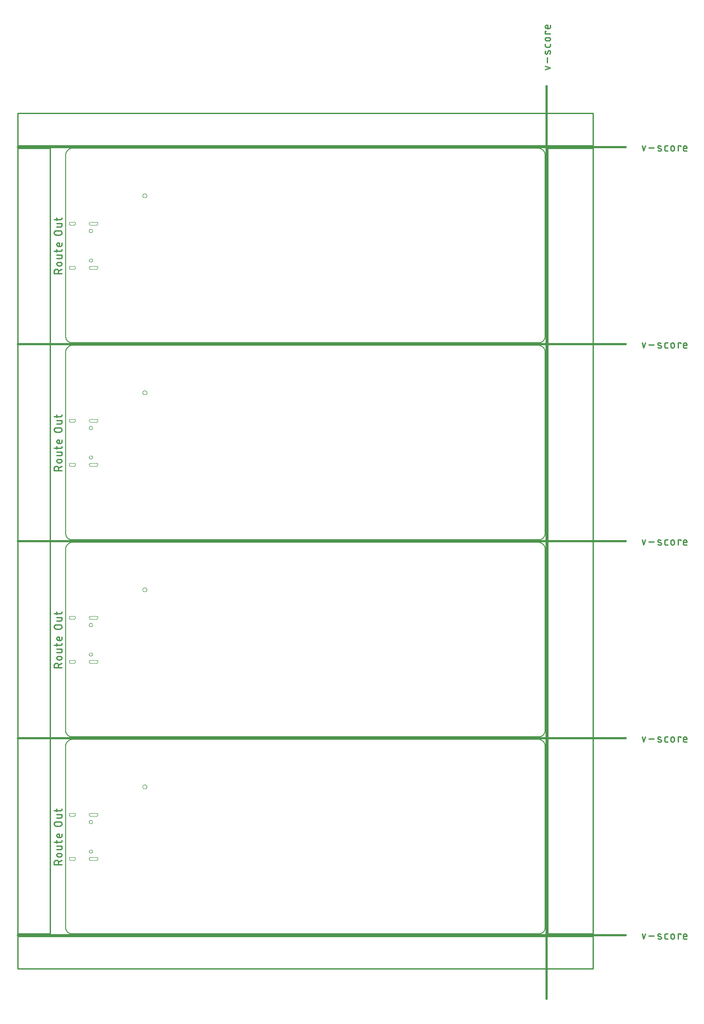
<source format=gko>
G04 EAGLE Gerber RS-274X export*
G75*
%MOMM*%
%FSLAX34Y34*%
%LPD*%
%IN*%
%IPPOS*%
%AMOC8*
5,1,8,0,0,1.08239X$1,22.5*%
G01*
%ADD10C,0.203200*%
%ADD11C,0.279400*%
%ADD12C,0.381000*%
%ADD13C,0.254000*%
%ADD14C,0.000000*%
%ADD15C,0.010000*%


D10*
X927100Y381000D02*
X12700Y381000D01*
X12393Y380996D01*
X12086Y380985D01*
X11780Y380967D01*
X11474Y380941D01*
X11169Y380907D01*
X10865Y380867D01*
X10562Y380819D01*
X10260Y380763D01*
X9960Y380701D01*
X9661Y380631D01*
X9364Y380554D01*
X9068Y380470D01*
X8775Y380378D01*
X8485Y380280D01*
X8197Y380175D01*
X7911Y380062D01*
X7628Y379943D01*
X7348Y379817D01*
X7071Y379685D01*
X6798Y379545D01*
X6528Y379399D01*
X6262Y379247D01*
X5999Y379088D01*
X5740Y378923D01*
X5486Y378752D01*
X5235Y378575D01*
X4989Y378391D01*
X4747Y378202D01*
X4511Y378007D01*
X4278Y377806D01*
X4051Y377600D01*
X3829Y377388D01*
X3612Y377171D01*
X3400Y376949D01*
X3194Y376722D01*
X2993Y376489D01*
X2798Y376253D01*
X2609Y376011D01*
X2425Y375765D01*
X2248Y375514D01*
X2077Y375260D01*
X1912Y375001D01*
X1753Y374738D01*
X1601Y374472D01*
X1455Y374202D01*
X1315Y373929D01*
X1183Y373652D01*
X1057Y373372D01*
X938Y373089D01*
X825Y372803D01*
X720Y372515D01*
X622Y372225D01*
X530Y371932D01*
X446Y371636D01*
X369Y371339D01*
X299Y371040D01*
X237Y370740D01*
X181Y370438D01*
X133Y370135D01*
X93Y369831D01*
X59Y369526D01*
X33Y369220D01*
X15Y368914D01*
X4Y368607D01*
X0Y368300D01*
X0Y12700D01*
X4Y12393D01*
X15Y12086D01*
X33Y11780D01*
X59Y11474D01*
X93Y11169D01*
X133Y10865D01*
X181Y10562D01*
X237Y10260D01*
X299Y9960D01*
X369Y9661D01*
X446Y9364D01*
X530Y9068D01*
X622Y8775D01*
X720Y8485D01*
X825Y8197D01*
X938Y7911D01*
X1057Y7628D01*
X1183Y7348D01*
X1315Y7071D01*
X1455Y6798D01*
X1601Y6528D01*
X1753Y6262D01*
X1912Y5999D01*
X2077Y5740D01*
X2248Y5486D01*
X2425Y5235D01*
X2609Y4989D01*
X2798Y4747D01*
X2993Y4511D01*
X3194Y4278D01*
X3400Y4051D01*
X3612Y3829D01*
X3829Y3612D01*
X4051Y3400D01*
X4278Y3194D01*
X4511Y2993D01*
X4747Y2798D01*
X4989Y2609D01*
X5235Y2425D01*
X5486Y2248D01*
X5740Y2077D01*
X5999Y1912D01*
X6262Y1753D01*
X6528Y1601D01*
X6798Y1455D01*
X7071Y1315D01*
X7348Y1183D01*
X7628Y1057D01*
X7911Y938D01*
X8197Y825D01*
X8485Y720D01*
X8775Y622D01*
X9068Y530D01*
X9364Y446D01*
X9661Y369D01*
X9960Y299D01*
X10260Y237D01*
X10562Y181D01*
X10865Y133D01*
X11169Y93D01*
X11474Y59D01*
X11780Y33D01*
X12086Y15D01*
X12393Y4D01*
X12700Y0D01*
X927100Y0D01*
X927407Y4D01*
X927714Y15D01*
X928020Y33D01*
X928326Y59D01*
X928631Y93D01*
X928935Y133D01*
X929238Y181D01*
X929540Y237D01*
X929840Y299D01*
X930139Y369D01*
X930436Y446D01*
X930732Y530D01*
X931025Y622D01*
X931315Y720D01*
X931603Y825D01*
X931889Y938D01*
X932172Y1057D01*
X932452Y1183D01*
X932729Y1315D01*
X933002Y1455D01*
X933272Y1601D01*
X933538Y1753D01*
X933801Y1912D01*
X934060Y2077D01*
X934314Y2248D01*
X934565Y2425D01*
X934811Y2609D01*
X935053Y2798D01*
X935289Y2993D01*
X935522Y3194D01*
X935749Y3400D01*
X935971Y3612D01*
X936188Y3829D01*
X936400Y4051D01*
X936606Y4278D01*
X936807Y4511D01*
X937002Y4747D01*
X937191Y4989D01*
X937375Y5235D01*
X937552Y5486D01*
X937723Y5740D01*
X937888Y5999D01*
X938047Y6262D01*
X938199Y6528D01*
X938345Y6798D01*
X938485Y7071D01*
X938617Y7348D01*
X938743Y7628D01*
X938862Y7911D01*
X938975Y8197D01*
X939080Y8485D01*
X939178Y8775D01*
X939270Y9068D01*
X939354Y9364D01*
X939431Y9661D01*
X939501Y9960D01*
X939563Y10260D01*
X939619Y10562D01*
X939667Y10865D01*
X939707Y11169D01*
X939741Y11474D01*
X939767Y11780D01*
X939785Y12086D01*
X939796Y12393D01*
X939800Y12700D01*
X939800Y368300D01*
X939796Y368607D01*
X939785Y368914D01*
X939767Y369220D01*
X939741Y369526D01*
X939707Y369831D01*
X939667Y370135D01*
X939619Y370438D01*
X939563Y370740D01*
X939501Y371040D01*
X939431Y371339D01*
X939354Y371636D01*
X939270Y371932D01*
X939178Y372225D01*
X939080Y372515D01*
X938975Y372803D01*
X938862Y373089D01*
X938743Y373372D01*
X938617Y373652D01*
X938485Y373929D01*
X938345Y374202D01*
X938199Y374472D01*
X938047Y374738D01*
X937888Y375001D01*
X937723Y375260D01*
X937552Y375514D01*
X937375Y375765D01*
X937191Y376011D01*
X937002Y376253D01*
X936807Y376489D01*
X936606Y376722D01*
X936400Y376949D01*
X936188Y377171D01*
X935971Y377388D01*
X935749Y377600D01*
X935522Y377806D01*
X935289Y378007D01*
X935053Y378202D01*
X934811Y378391D01*
X934565Y378575D01*
X934314Y378752D01*
X934060Y378923D01*
X933801Y379088D01*
X933538Y379247D01*
X933272Y379399D01*
X933002Y379545D01*
X932729Y379685D01*
X932452Y379817D01*
X932172Y379943D01*
X931889Y380062D01*
X931603Y380175D01*
X931315Y380280D01*
X931025Y380378D01*
X930732Y380470D01*
X930436Y380554D01*
X930139Y380631D01*
X929840Y380701D01*
X929540Y380763D01*
X929238Y380819D01*
X928935Y380867D01*
X928631Y380907D01*
X928326Y380941D01*
X928020Y380967D01*
X927714Y380985D01*
X927407Y380996D01*
X927100Y381000D01*
D11*
X-7747Y136004D02*
X-22733Y136004D01*
X-22733Y140167D01*
X-22731Y140295D01*
X-22725Y140423D01*
X-22715Y140551D01*
X-22701Y140679D01*
X-22684Y140806D01*
X-22662Y140932D01*
X-22637Y141058D01*
X-22607Y141182D01*
X-22574Y141306D01*
X-22537Y141429D01*
X-22496Y141551D01*
X-22452Y141671D01*
X-22404Y141790D01*
X-22352Y141907D01*
X-22297Y142023D01*
X-22238Y142136D01*
X-22175Y142249D01*
X-22109Y142359D01*
X-22040Y142466D01*
X-21968Y142572D01*
X-21892Y142676D01*
X-21813Y142777D01*
X-21731Y142876D01*
X-21646Y142972D01*
X-21559Y143065D01*
X-21468Y143156D01*
X-21375Y143243D01*
X-21279Y143328D01*
X-21180Y143410D01*
X-21079Y143489D01*
X-20975Y143565D01*
X-20869Y143637D01*
X-20762Y143706D01*
X-20651Y143772D01*
X-20539Y143835D01*
X-20426Y143894D01*
X-20310Y143949D01*
X-20193Y144001D01*
X-20074Y144049D01*
X-19954Y144093D01*
X-19832Y144134D01*
X-19709Y144171D01*
X-19585Y144204D01*
X-19461Y144234D01*
X-19335Y144259D01*
X-19209Y144281D01*
X-19082Y144298D01*
X-18954Y144312D01*
X-18826Y144322D01*
X-18698Y144328D01*
X-18570Y144330D01*
X-18442Y144328D01*
X-18314Y144322D01*
X-18186Y144312D01*
X-18058Y144298D01*
X-17931Y144281D01*
X-17805Y144259D01*
X-17679Y144234D01*
X-17555Y144204D01*
X-17431Y144171D01*
X-17308Y144134D01*
X-17186Y144093D01*
X-17066Y144049D01*
X-16947Y144001D01*
X-16830Y143949D01*
X-16714Y143894D01*
X-16601Y143835D01*
X-16489Y143772D01*
X-16378Y143706D01*
X-16271Y143637D01*
X-16165Y143565D01*
X-16061Y143489D01*
X-15960Y143410D01*
X-15861Y143328D01*
X-15765Y143243D01*
X-15672Y143156D01*
X-15581Y143065D01*
X-15494Y142972D01*
X-15409Y142876D01*
X-15327Y142777D01*
X-15248Y142676D01*
X-15172Y142572D01*
X-15100Y142466D01*
X-15031Y142359D01*
X-14965Y142249D01*
X-14902Y142136D01*
X-14843Y142023D01*
X-14788Y141907D01*
X-14736Y141790D01*
X-14688Y141671D01*
X-14644Y141551D01*
X-14603Y141429D01*
X-14566Y141306D01*
X-14533Y141182D01*
X-14503Y141058D01*
X-14478Y140932D01*
X-14456Y140806D01*
X-14439Y140679D01*
X-14425Y140551D01*
X-14415Y140423D01*
X-14409Y140295D01*
X-14407Y140167D01*
X-14407Y136004D01*
X-14407Y140999D02*
X-7747Y144329D01*
X-11077Y151288D02*
X-14407Y151288D01*
X-14521Y151290D01*
X-14634Y151296D01*
X-14748Y151305D01*
X-14860Y151319D01*
X-14973Y151336D01*
X-15085Y151358D01*
X-15195Y151383D01*
X-15305Y151411D01*
X-15414Y151444D01*
X-15522Y151480D01*
X-15629Y151520D01*
X-15734Y151564D01*
X-15837Y151611D01*
X-15939Y151661D01*
X-16039Y151715D01*
X-16137Y151773D01*
X-16233Y151834D01*
X-16327Y151897D01*
X-16419Y151965D01*
X-16509Y152035D01*
X-16595Y152108D01*
X-16680Y152184D01*
X-16762Y152263D01*
X-16841Y152345D01*
X-16917Y152430D01*
X-16990Y152516D01*
X-17060Y152606D01*
X-17128Y152698D01*
X-17191Y152792D01*
X-17252Y152888D01*
X-17310Y152986D01*
X-17364Y153086D01*
X-17414Y153188D01*
X-17461Y153291D01*
X-17505Y153396D01*
X-17545Y153503D01*
X-17581Y153611D01*
X-17614Y153720D01*
X-17642Y153830D01*
X-17667Y153940D01*
X-17689Y154052D01*
X-17706Y154165D01*
X-17720Y154277D01*
X-17729Y154391D01*
X-17735Y154504D01*
X-17737Y154618D01*
X-17735Y154732D01*
X-17729Y154845D01*
X-17720Y154959D01*
X-17706Y155071D01*
X-17689Y155184D01*
X-17667Y155296D01*
X-17642Y155406D01*
X-17614Y155516D01*
X-17581Y155625D01*
X-17545Y155733D01*
X-17505Y155840D01*
X-17461Y155945D01*
X-17414Y156048D01*
X-17364Y156150D01*
X-17310Y156250D01*
X-17252Y156348D01*
X-17191Y156444D01*
X-17128Y156538D01*
X-17060Y156630D01*
X-16990Y156720D01*
X-16917Y156806D01*
X-16841Y156891D01*
X-16762Y156973D01*
X-16680Y157052D01*
X-16595Y157128D01*
X-16509Y157201D01*
X-16419Y157271D01*
X-16327Y157339D01*
X-16233Y157402D01*
X-16137Y157463D01*
X-16039Y157521D01*
X-15939Y157575D01*
X-15837Y157625D01*
X-15734Y157672D01*
X-15629Y157716D01*
X-15522Y157756D01*
X-15414Y157792D01*
X-15305Y157825D01*
X-15195Y157853D01*
X-15085Y157878D01*
X-14973Y157900D01*
X-14860Y157917D01*
X-14748Y157931D01*
X-14634Y157940D01*
X-14521Y157946D01*
X-14407Y157948D01*
X-11077Y157948D01*
X-10963Y157946D01*
X-10850Y157940D01*
X-10736Y157931D01*
X-10624Y157917D01*
X-10511Y157900D01*
X-10399Y157878D01*
X-10289Y157853D01*
X-10179Y157825D01*
X-10070Y157792D01*
X-9962Y157756D01*
X-9855Y157716D01*
X-9750Y157672D01*
X-9647Y157625D01*
X-9545Y157575D01*
X-9445Y157521D01*
X-9347Y157463D01*
X-9251Y157402D01*
X-9157Y157339D01*
X-9065Y157271D01*
X-8975Y157201D01*
X-8889Y157128D01*
X-8804Y157052D01*
X-8722Y156973D01*
X-8643Y156891D01*
X-8567Y156806D01*
X-8494Y156720D01*
X-8424Y156630D01*
X-8356Y156538D01*
X-8293Y156444D01*
X-8232Y156348D01*
X-8174Y156250D01*
X-8120Y156150D01*
X-8070Y156048D01*
X-8023Y155945D01*
X-7979Y155840D01*
X-7939Y155733D01*
X-7903Y155625D01*
X-7870Y155516D01*
X-7842Y155406D01*
X-7817Y155296D01*
X-7795Y155184D01*
X-7778Y155071D01*
X-7764Y154959D01*
X-7755Y154845D01*
X-7749Y154732D01*
X-7747Y154618D01*
X-7749Y154504D01*
X-7755Y154391D01*
X-7764Y154277D01*
X-7778Y154165D01*
X-7795Y154052D01*
X-7817Y153940D01*
X-7842Y153830D01*
X-7870Y153720D01*
X-7903Y153611D01*
X-7939Y153503D01*
X-7979Y153396D01*
X-8023Y153291D01*
X-8070Y153188D01*
X-8120Y153086D01*
X-8174Y152986D01*
X-8232Y152888D01*
X-8293Y152792D01*
X-8356Y152698D01*
X-8424Y152606D01*
X-8494Y152516D01*
X-8567Y152430D01*
X-8643Y152345D01*
X-8722Y152263D01*
X-8804Y152184D01*
X-8889Y152108D01*
X-8975Y152035D01*
X-9065Y151965D01*
X-9157Y151897D01*
X-9251Y151834D01*
X-9347Y151773D01*
X-9445Y151715D01*
X-9545Y151661D01*
X-9647Y151611D01*
X-9750Y151564D01*
X-9855Y151520D01*
X-9962Y151480D01*
X-10070Y151444D01*
X-10179Y151411D01*
X-10289Y151383D01*
X-10399Y151358D01*
X-10511Y151336D01*
X-10624Y151319D01*
X-10736Y151305D01*
X-10850Y151296D01*
X-10963Y151290D01*
X-11077Y151288D01*
X-10245Y165356D02*
X-17738Y165356D01*
X-10245Y165355D02*
X-10147Y165357D01*
X-10049Y165363D01*
X-9951Y165372D01*
X-9854Y165386D01*
X-9758Y165403D01*
X-9662Y165424D01*
X-9567Y165449D01*
X-9473Y165477D01*
X-9380Y165509D01*
X-9289Y165545D01*
X-9199Y165584D01*
X-9111Y165627D01*
X-9024Y165674D01*
X-8940Y165723D01*
X-8857Y165776D01*
X-8777Y165832D01*
X-8699Y165891D01*
X-8623Y165954D01*
X-8549Y166019D01*
X-8479Y166087D01*
X-8411Y166157D01*
X-8346Y166231D01*
X-8283Y166307D01*
X-8224Y166385D01*
X-8168Y166465D01*
X-8115Y166548D01*
X-8066Y166632D01*
X-8019Y166719D01*
X-7976Y166807D01*
X-7937Y166897D01*
X-7901Y166988D01*
X-7869Y167081D01*
X-7841Y167175D01*
X-7816Y167270D01*
X-7795Y167366D01*
X-7778Y167462D01*
X-7764Y167559D01*
X-7755Y167657D01*
X-7749Y167755D01*
X-7747Y167853D01*
X-7747Y172016D01*
X-17738Y172016D01*
X-17738Y177997D02*
X-17738Y182992D01*
X-22733Y179662D02*
X-10245Y179662D01*
X-10147Y179664D01*
X-10049Y179670D01*
X-9951Y179679D01*
X-9854Y179693D01*
X-9758Y179710D01*
X-9662Y179731D01*
X-9567Y179756D01*
X-9473Y179784D01*
X-9380Y179816D01*
X-9289Y179852D01*
X-9199Y179891D01*
X-9111Y179934D01*
X-9024Y179981D01*
X-8940Y180030D01*
X-8857Y180083D01*
X-8777Y180139D01*
X-8699Y180198D01*
X-8623Y180261D01*
X-8549Y180326D01*
X-8479Y180394D01*
X-8411Y180464D01*
X-8346Y180538D01*
X-8283Y180614D01*
X-8224Y180692D01*
X-8168Y180772D01*
X-8115Y180855D01*
X-8066Y180939D01*
X-8019Y181026D01*
X-7976Y181114D01*
X-7937Y181204D01*
X-7901Y181295D01*
X-7869Y181388D01*
X-7841Y181482D01*
X-7816Y181577D01*
X-7795Y181673D01*
X-7778Y181769D01*
X-7764Y181866D01*
X-7755Y181964D01*
X-7749Y182062D01*
X-7747Y182160D01*
X-7747Y182992D01*
X-7747Y191821D02*
X-7747Y195984D01*
X-7747Y191821D02*
X-7749Y191723D01*
X-7755Y191625D01*
X-7764Y191527D01*
X-7778Y191430D01*
X-7795Y191334D01*
X-7816Y191238D01*
X-7841Y191143D01*
X-7869Y191049D01*
X-7901Y190956D01*
X-7937Y190865D01*
X-7976Y190775D01*
X-8019Y190687D01*
X-8066Y190600D01*
X-8115Y190516D01*
X-8168Y190433D01*
X-8224Y190353D01*
X-8283Y190275D01*
X-8346Y190199D01*
X-8411Y190125D01*
X-8479Y190055D01*
X-8549Y189987D01*
X-8623Y189922D01*
X-8699Y189859D01*
X-8777Y189800D01*
X-8857Y189744D01*
X-8940Y189691D01*
X-9024Y189642D01*
X-9111Y189595D01*
X-9199Y189552D01*
X-9289Y189513D01*
X-9380Y189477D01*
X-9473Y189445D01*
X-9567Y189417D01*
X-9662Y189392D01*
X-9758Y189371D01*
X-9854Y189354D01*
X-9951Y189340D01*
X-10049Y189331D01*
X-10147Y189325D01*
X-10245Y189323D01*
X-10245Y189324D02*
X-14407Y189324D01*
X-14521Y189326D01*
X-14634Y189332D01*
X-14748Y189341D01*
X-14860Y189355D01*
X-14973Y189372D01*
X-15085Y189394D01*
X-15195Y189419D01*
X-15305Y189447D01*
X-15414Y189480D01*
X-15522Y189516D01*
X-15629Y189556D01*
X-15734Y189600D01*
X-15837Y189647D01*
X-15939Y189697D01*
X-16039Y189751D01*
X-16137Y189809D01*
X-16233Y189870D01*
X-16327Y189933D01*
X-16419Y190001D01*
X-16509Y190071D01*
X-16595Y190144D01*
X-16680Y190220D01*
X-16762Y190299D01*
X-16841Y190381D01*
X-16917Y190466D01*
X-16990Y190552D01*
X-17060Y190642D01*
X-17128Y190734D01*
X-17191Y190828D01*
X-17252Y190924D01*
X-17310Y191022D01*
X-17364Y191122D01*
X-17414Y191224D01*
X-17461Y191327D01*
X-17505Y191432D01*
X-17545Y191539D01*
X-17581Y191647D01*
X-17614Y191756D01*
X-17642Y191866D01*
X-17667Y191976D01*
X-17689Y192088D01*
X-17706Y192201D01*
X-17720Y192313D01*
X-17729Y192427D01*
X-17735Y192540D01*
X-17737Y192654D01*
X-17735Y192768D01*
X-17729Y192881D01*
X-17720Y192995D01*
X-17706Y193107D01*
X-17689Y193220D01*
X-17667Y193332D01*
X-17642Y193442D01*
X-17614Y193552D01*
X-17581Y193661D01*
X-17545Y193769D01*
X-17505Y193876D01*
X-17461Y193981D01*
X-17414Y194084D01*
X-17364Y194186D01*
X-17310Y194286D01*
X-17252Y194384D01*
X-17191Y194480D01*
X-17128Y194574D01*
X-17060Y194666D01*
X-16990Y194756D01*
X-16917Y194842D01*
X-16841Y194927D01*
X-16762Y195009D01*
X-16680Y195088D01*
X-16595Y195164D01*
X-16509Y195237D01*
X-16419Y195307D01*
X-16327Y195375D01*
X-16233Y195438D01*
X-16137Y195499D01*
X-16039Y195557D01*
X-15939Y195611D01*
X-15837Y195661D01*
X-15734Y195708D01*
X-15629Y195752D01*
X-15522Y195792D01*
X-15414Y195828D01*
X-15305Y195861D01*
X-15195Y195889D01*
X-15085Y195914D01*
X-14973Y195936D01*
X-14860Y195953D01*
X-14748Y195967D01*
X-14634Y195976D01*
X-14521Y195982D01*
X-14407Y195984D01*
X-12742Y195984D01*
X-12742Y189324D01*
X-11910Y211417D02*
X-18570Y211417D01*
X-18698Y211419D01*
X-18826Y211425D01*
X-18954Y211435D01*
X-19082Y211449D01*
X-19209Y211466D01*
X-19335Y211488D01*
X-19461Y211513D01*
X-19585Y211543D01*
X-19709Y211576D01*
X-19832Y211613D01*
X-19954Y211654D01*
X-20074Y211698D01*
X-20193Y211746D01*
X-20310Y211798D01*
X-20426Y211853D01*
X-20539Y211912D01*
X-20652Y211975D01*
X-20762Y212041D01*
X-20869Y212110D01*
X-20975Y212182D01*
X-21079Y212258D01*
X-21180Y212337D01*
X-21279Y212419D01*
X-21375Y212504D01*
X-21468Y212591D01*
X-21559Y212682D01*
X-21646Y212775D01*
X-21731Y212871D01*
X-21813Y212970D01*
X-21892Y213071D01*
X-21968Y213175D01*
X-22040Y213281D01*
X-22109Y213388D01*
X-22175Y213499D01*
X-22238Y213611D01*
X-22297Y213724D01*
X-22352Y213840D01*
X-22404Y213957D01*
X-22452Y214076D01*
X-22496Y214196D01*
X-22537Y214318D01*
X-22574Y214441D01*
X-22607Y214565D01*
X-22637Y214689D01*
X-22662Y214815D01*
X-22684Y214941D01*
X-22701Y215068D01*
X-22715Y215196D01*
X-22725Y215324D01*
X-22731Y215452D01*
X-22733Y215580D01*
X-22731Y215708D01*
X-22725Y215836D01*
X-22715Y215964D01*
X-22701Y216092D01*
X-22684Y216219D01*
X-22662Y216345D01*
X-22637Y216471D01*
X-22607Y216595D01*
X-22574Y216719D01*
X-22537Y216842D01*
X-22496Y216964D01*
X-22452Y217084D01*
X-22404Y217203D01*
X-22352Y217320D01*
X-22297Y217436D01*
X-22238Y217549D01*
X-22175Y217662D01*
X-22109Y217772D01*
X-22040Y217879D01*
X-21968Y217985D01*
X-21892Y218089D01*
X-21813Y218190D01*
X-21731Y218289D01*
X-21646Y218385D01*
X-21559Y218478D01*
X-21468Y218569D01*
X-21375Y218656D01*
X-21279Y218741D01*
X-21180Y218823D01*
X-21079Y218902D01*
X-20975Y218978D01*
X-20869Y219050D01*
X-20762Y219119D01*
X-20651Y219185D01*
X-20539Y219248D01*
X-20426Y219307D01*
X-20310Y219362D01*
X-20193Y219414D01*
X-20074Y219462D01*
X-19954Y219506D01*
X-19832Y219547D01*
X-19709Y219584D01*
X-19585Y219617D01*
X-19461Y219647D01*
X-19335Y219672D01*
X-19209Y219694D01*
X-19082Y219711D01*
X-18954Y219725D01*
X-18826Y219735D01*
X-18698Y219741D01*
X-18570Y219743D01*
X-18570Y219742D02*
X-11910Y219742D01*
X-11910Y219743D02*
X-11782Y219741D01*
X-11654Y219735D01*
X-11526Y219725D01*
X-11398Y219711D01*
X-11271Y219694D01*
X-11145Y219672D01*
X-11019Y219647D01*
X-10895Y219617D01*
X-10771Y219584D01*
X-10648Y219547D01*
X-10526Y219506D01*
X-10406Y219462D01*
X-10287Y219414D01*
X-10170Y219362D01*
X-10054Y219307D01*
X-9941Y219248D01*
X-9828Y219185D01*
X-9718Y219119D01*
X-9611Y219050D01*
X-9505Y218978D01*
X-9401Y218902D01*
X-9300Y218823D01*
X-9201Y218741D01*
X-9105Y218656D01*
X-9012Y218569D01*
X-8921Y218478D01*
X-8834Y218385D01*
X-8749Y218289D01*
X-8667Y218190D01*
X-8588Y218089D01*
X-8512Y217985D01*
X-8440Y217879D01*
X-8371Y217772D01*
X-8305Y217661D01*
X-8242Y217549D01*
X-8183Y217436D01*
X-8128Y217320D01*
X-8076Y217203D01*
X-8028Y217084D01*
X-7984Y216964D01*
X-7943Y216842D01*
X-7906Y216719D01*
X-7873Y216595D01*
X-7843Y216471D01*
X-7818Y216345D01*
X-7796Y216219D01*
X-7779Y216092D01*
X-7765Y215964D01*
X-7755Y215836D01*
X-7749Y215708D01*
X-7747Y215580D01*
X-7749Y215452D01*
X-7755Y215324D01*
X-7765Y215196D01*
X-7779Y215068D01*
X-7796Y214941D01*
X-7818Y214815D01*
X-7843Y214689D01*
X-7873Y214565D01*
X-7906Y214441D01*
X-7943Y214318D01*
X-7984Y214196D01*
X-8028Y214076D01*
X-8076Y213957D01*
X-8128Y213840D01*
X-8183Y213724D01*
X-8242Y213611D01*
X-8305Y213499D01*
X-8371Y213388D01*
X-8440Y213281D01*
X-8512Y213175D01*
X-8588Y213071D01*
X-8667Y212970D01*
X-8749Y212871D01*
X-8834Y212775D01*
X-8921Y212682D01*
X-9012Y212591D01*
X-9105Y212504D01*
X-9201Y212419D01*
X-9300Y212337D01*
X-9401Y212258D01*
X-9505Y212182D01*
X-9611Y212110D01*
X-9718Y212041D01*
X-9829Y211975D01*
X-9941Y211912D01*
X-10054Y211853D01*
X-10170Y211798D01*
X-10287Y211746D01*
X-10406Y211698D01*
X-10526Y211654D01*
X-10648Y211613D01*
X-10771Y211576D01*
X-10895Y211543D01*
X-11019Y211513D01*
X-11145Y211488D01*
X-11271Y211466D01*
X-11398Y211449D01*
X-11526Y211435D01*
X-11654Y211425D01*
X-11782Y211419D01*
X-11910Y211417D01*
X-10245Y227359D02*
X-17738Y227359D01*
X-10245Y227359D02*
X-10147Y227361D01*
X-10049Y227367D01*
X-9951Y227376D01*
X-9854Y227390D01*
X-9758Y227407D01*
X-9662Y227428D01*
X-9567Y227453D01*
X-9473Y227481D01*
X-9380Y227513D01*
X-9289Y227549D01*
X-9199Y227588D01*
X-9111Y227631D01*
X-9024Y227678D01*
X-8940Y227727D01*
X-8857Y227780D01*
X-8777Y227836D01*
X-8699Y227895D01*
X-8623Y227958D01*
X-8549Y228023D01*
X-8479Y228091D01*
X-8411Y228161D01*
X-8346Y228235D01*
X-8283Y228311D01*
X-8224Y228389D01*
X-8168Y228469D01*
X-8115Y228552D01*
X-8066Y228636D01*
X-8019Y228723D01*
X-7976Y228811D01*
X-7937Y228901D01*
X-7901Y228992D01*
X-7869Y229085D01*
X-7841Y229179D01*
X-7816Y229274D01*
X-7795Y229370D01*
X-7778Y229466D01*
X-7764Y229563D01*
X-7755Y229661D01*
X-7749Y229759D01*
X-7747Y229857D01*
X-7747Y234020D01*
X-17738Y234020D01*
X-17738Y240001D02*
X-17738Y244996D01*
X-22733Y241666D02*
X-10245Y241666D01*
X-10147Y241668D01*
X-10049Y241674D01*
X-9951Y241683D01*
X-9854Y241697D01*
X-9758Y241714D01*
X-9662Y241735D01*
X-9567Y241760D01*
X-9473Y241788D01*
X-9380Y241820D01*
X-9289Y241856D01*
X-9199Y241895D01*
X-9111Y241938D01*
X-9024Y241985D01*
X-8940Y242034D01*
X-8857Y242087D01*
X-8777Y242143D01*
X-8699Y242202D01*
X-8623Y242265D01*
X-8549Y242330D01*
X-8479Y242398D01*
X-8411Y242468D01*
X-8346Y242542D01*
X-8283Y242618D01*
X-8224Y242696D01*
X-8168Y242776D01*
X-8115Y242859D01*
X-8066Y242943D01*
X-8019Y243030D01*
X-7976Y243118D01*
X-7937Y243208D01*
X-7901Y243299D01*
X-7869Y243392D01*
X-7841Y243486D01*
X-7816Y243581D01*
X-7795Y243677D01*
X-7778Y243773D01*
X-7764Y243870D01*
X-7755Y243968D01*
X-7749Y244066D01*
X-7747Y244164D01*
X-7747Y244996D01*
D10*
X12700Y767105D02*
X927100Y767105D01*
X12700Y767105D02*
X12393Y767101D01*
X12086Y767090D01*
X11780Y767072D01*
X11474Y767046D01*
X11169Y767012D01*
X10865Y766972D01*
X10562Y766924D01*
X10260Y766868D01*
X9960Y766806D01*
X9661Y766736D01*
X9364Y766659D01*
X9068Y766575D01*
X8775Y766483D01*
X8485Y766385D01*
X8197Y766280D01*
X7911Y766167D01*
X7628Y766048D01*
X7348Y765922D01*
X7071Y765790D01*
X6798Y765650D01*
X6528Y765504D01*
X6262Y765352D01*
X5999Y765193D01*
X5740Y765028D01*
X5486Y764857D01*
X5235Y764680D01*
X4989Y764496D01*
X4747Y764307D01*
X4511Y764112D01*
X4278Y763911D01*
X4051Y763705D01*
X3829Y763493D01*
X3612Y763276D01*
X3400Y763054D01*
X3194Y762827D01*
X2993Y762594D01*
X2798Y762358D01*
X2609Y762116D01*
X2425Y761870D01*
X2248Y761619D01*
X2077Y761365D01*
X1912Y761106D01*
X1753Y760843D01*
X1601Y760577D01*
X1455Y760307D01*
X1315Y760034D01*
X1183Y759757D01*
X1057Y759477D01*
X938Y759194D01*
X825Y758908D01*
X720Y758620D01*
X622Y758330D01*
X530Y758037D01*
X446Y757741D01*
X369Y757444D01*
X299Y757145D01*
X237Y756845D01*
X181Y756543D01*
X133Y756240D01*
X93Y755936D01*
X59Y755631D01*
X33Y755325D01*
X15Y755019D01*
X4Y754712D01*
X0Y754405D01*
X0Y398805D01*
X4Y398498D01*
X15Y398191D01*
X33Y397885D01*
X59Y397579D01*
X93Y397274D01*
X133Y396970D01*
X181Y396667D01*
X237Y396365D01*
X299Y396065D01*
X369Y395766D01*
X446Y395469D01*
X530Y395173D01*
X622Y394880D01*
X720Y394590D01*
X825Y394302D01*
X938Y394016D01*
X1057Y393733D01*
X1183Y393453D01*
X1315Y393176D01*
X1455Y392903D01*
X1601Y392633D01*
X1753Y392367D01*
X1912Y392104D01*
X2077Y391845D01*
X2248Y391591D01*
X2425Y391340D01*
X2609Y391094D01*
X2798Y390852D01*
X2993Y390616D01*
X3194Y390383D01*
X3400Y390156D01*
X3612Y389934D01*
X3829Y389717D01*
X4051Y389505D01*
X4278Y389299D01*
X4511Y389098D01*
X4747Y388903D01*
X4989Y388714D01*
X5235Y388530D01*
X5486Y388353D01*
X5740Y388182D01*
X5999Y388017D01*
X6262Y387858D01*
X6528Y387706D01*
X6798Y387560D01*
X7071Y387420D01*
X7348Y387288D01*
X7628Y387162D01*
X7911Y387043D01*
X8197Y386930D01*
X8485Y386825D01*
X8775Y386727D01*
X9068Y386635D01*
X9364Y386551D01*
X9661Y386474D01*
X9960Y386404D01*
X10260Y386342D01*
X10562Y386286D01*
X10865Y386238D01*
X11169Y386198D01*
X11474Y386164D01*
X11780Y386138D01*
X12086Y386120D01*
X12393Y386109D01*
X12700Y386105D01*
X927100Y386105D01*
X927407Y386109D01*
X927714Y386120D01*
X928020Y386138D01*
X928326Y386164D01*
X928631Y386198D01*
X928935Y386238D01*
X929238Y386286D01*
X929540Y386342D01*
X929840Y386404D01*
X930139Y386474D01*
X930436Y386551D01*
X930732Y386635D01*
X931025Y386727D01*
X931315Y386825D01*
X931603Y386930D01*
X931889Y387043D01*
X932172Y387162D01*
X932452Y387288D01*
X932729Y387420D01*
X933002Y387560D01*
X933272Y387706D01*
X933538Y387858D01*
X933801Y388017D01*
X934060Y388182D01*
X934314Y388353D01*
X934565Y388530D01*
X934811Y388714D01*
X935053Y388903D01*
X935289Y389098D01*
X935522Y389299D01*
X935749Y389505D01*
X935971Y389717D01*
X936188Y389934D01*
X936400Y390156D01*
X936606Y390383D01*
X936807Y390616D01*
X937002Y390852D01*
X937191Y391094D01*
X937375Y391340D01*
X937552Y391591D01*
X937723Y391845D01*
X937888Y392104D01*
X938047Y392367D01*
X938199Y392633D01*
X938345Y392903D01*
X938485Y393176D01*
X938617Y393453D01*
X938743Y393733D01*
X938862Y394016D01*
X938975Y394302D01*
X939080Y394590D01*
X939178Y394880D01*
X939270Y395173D01*
X939354Y395469D01*
X939431Y395766D01*
X939501Y396065D01*
X939563Y396365D01*
X939619Y396667D01*
X939667Y396970D01*
X939707Y397274D01*
X939741Y397579D01*
X939767Y397885D01*
X939785Y398191D01*
X939796Y398498D01*
X939800Y398805D01*
X939800Y754405D01*
X939796Y754712D01*
X939785Y755019D01*
X939767Y755325D01*
X939741Y755631D01*
X939707Y755936D01*
X939667Y756240D01*
X939619Y756543D01*
X939563Y756845D01*
X939501Y757145D01*
X939431Y757444D01*
X939354Y757741D01*
X939270Y758037D01*
X939178Y758330D01*
X939080Y758620D01*
X938975Y758908D01*
X938862Y759194D01*
X938743Y759477D01*
X938617Y759757D01*
X938485Y760034D01*
X938345Y760307D01*
X938199Y760577D01*
X938047Y760843D01*
X937888Y761106D01*
X937723Y761365D01*
X937552Y761619D01*
X937375Y761870D01*
X937191Y762116D01*
X937002Y762358D01*
X936807Y762594D01*
X936606Y762827D01*
X936400Y763054D01*
X936188Y763276D01*
X935971Y763493D01*
X935749Y763705D01*
X935522Y763911D01*
X935289Y764112D01*
X935053Y764307D01*
X934811Y764496D01*
X934565Y764680D01*
X934314Y764857D01*
X934060Y765028D01*
X933801Y765193D01*
X933538Y765352D01*
X933272Y765504D01*
X933002Y765650D01*
X932729Y765790D01*
X932452Y765922D01*
X932172Y766048D01*
X931889Y766167D01*
X931603Y766280D01*
X931315Y766385D01*
X931025Y766483D01*
X930732Y766575D01*
X930436Y766659D01*
X930139Y766736D01*
X929840Y766806D01*
X929540Y766868D01*
X929238Y766924D01*
X928935Y766972D01*
X928631Y767012D01*
X928326Y767046D01*
X928020Y767072D01*
X927714Y767090D01*
X927407Y767101D01*
X927100Y767105D01*
D11*
X-7747Y522109D02*
X-22733Y522109D01*
X-22733Y526272D01*
X-22731Y526400D01*
X-22725Y526528D01*
X-22715Y526656D01*
X-22701Y526784D01*
X-22684Y526911D01*
X-22662Y527037D01*
X-22637Y527163D01*
X-22607Y527287D01*
X-22574Y527411D01*
X-22537Y527534D01*
X-22496Y527656D01*
X-22452Y527776D01*
X-22404Y527895D01*
X-22352Y528012D01*
X-22297Y528128D01*
X-22238Y528241D01*
X-22175Y528354D01*
X-22109Y528464D01*
X-22040Y528571D01*
X-21968Y528677D01*
X-21892Y528781D01*
X-21813Y528882D01*
X-21731Y528981D01*
X-21646Y529077D01*
X-21559Y529170D01*
X-21468Y529261D01*
X-21375Y529348D01*
X-21279Y529433D01*
X-21180Y529515D01*
X-21079Y529594D01*
X-20975Y529670D01*
X-20869Y529742D01*
X-20762Y529811D01*
X-20651Y529877D01*
X-20539Y529940D01*
X-20426Y529999D01*
X-20310Y530054D01*
X-20193Y530106D01*
X-20074Y530154D01*
X-19954Y530198D01*
X-19832Y530239D01*
X-19709Y530276D01*
X-19585Y530309D01*
X-19461Y530339D01*
X-19335Y530364D01*
X-19209Y530386D01*
X-19082Y530403D01*
X-18954Y530417D01*
X-18826Y530427D01*
X-18698Y530433D01*
X-18570Y530435D01*
X-18442Y530433D01*
X-18314Y530427D01*
X-18186Y530417D01*
X-18058Y530403D01*
X-17931Y530386D01*
X-17805Y530364D01*
X-17679Y530339D01*
X-17555Y530309D01*
X-17431Y530276D01*
X-17308Y530239D01*
X-17186Y530198D01*
X-17066Y530154D01*
X-16947Y530106D01*
X-16830Y530054D01*
X-16714Y529999D01*
X-16601Y529940D01*
X-16489Y529877D01*
X-16378Y529811D01*
X-16271Y529742D01*
X-16165Y529670D01*
X-16061Y529594D01*
X-15960Y529515D01*
X-15861Y529433D01*
X-15765Y529348D01*
X-15672Y529261D01*
X-15581Y529170D01*
X-15494Y529077D01*
X-15409Y528981D01*
X-15327Y528882D01*
X-15248Y528781D01*
X-15172Y528677D01*
X-15100Y528571D01*
X-15031Y528464D01*
X-14965Y528354D01*
X-14902Y528241D01*
X-14843Y528128D01*
X-14788Y528012D01*
X-14736Y527895D01*
X-14688Y527776D01*
X-14644Y527656D01*
X-14603Y527534D01*
X-14566Y527411D01*
X-14533Y527287D01*
X-14503Y527163D01*
X-14478Y527037D01*
X-14456Y526911D01*
X-14439Y526784D01*
X-14425Y526656D01*
X-14415Y526528D01*
X-14409Y526400D01*
X-14407Y526272D01*
X-14407Y522109D01*
X-14407Y527105D02*
X-7747Y530435D01*
X-11077Y537393D02*
X-14407Y537393D01*
X-14521Y537395D01*
X-14634Y537401D01*
X-14748Y537410D01*
X-14860Y537424D01*
X-14973Y537441D01*
X-15085Y537463D01*
X-15195Y537488D01*
X-15305Y537516D01*
X-15414Y537549D01*
X-15522Y537585D01*
X-15629Y537625D01*
X-15734Y537669D01*
X-15837Y537716D01*
X-15939Y537766D01*
X-16039Y537820D01*
X-16137Y537878D01*
X-16233Y537939D01*
X-16327Y538002D01*
X-16419Y538070D01*
X-16509Y538140D01*
X-16595Y538213D01*
X-16680Y538289D01*
X-16762Y538368D01*
X-16841Y538450D01*
X-16917Y538535D01*
X-16990Y538621D01*
X-17060Y538711D01*
X-17128Y538803D01*
X-17191Y538897D01*
X-17252Y538993D01*
X-17310Y539091D01*
X-17364Y539191D01*
X-17414Y539293D01*
X-17461Y539396D01*
X-17505Y539501D01*
X-17545Y539608D01*
X-17581Y539716D01*
X-17614Y539825D01*
X-17642Y539935D01*
X-17667Y540045D01*
X-17689Y540157D01*
X-17706Y540270D01*
X-17720Y540382D01*
X-17729Y540496D01*
X-17735Y540609D01*
X-17737Y540723D01*
X-17735Y540837D01*
X-17729Y540950D01*
X-17720Y541064D01*
X-17706Y541176D01*
X-17689Y541289D01*
X-17667Y541401D01*
X-17642Y541511D01*
X-17614Y541621D01*
X-17581Y541730D01*
X-17545Y541838D01*
X-17505Y541945D01*
X-17461Y542050D01*
X-17414Y542153D01*
X-17364Y542255D01*
X-17310Y542355D01*
X-17252Y542453D01*
X-17191Y542549D01*
X-17128Y542643D01*
X-17060Y542735D01*
X-16990Y542825D01*
X-16917Y542911D01*
X-16841Y542996D01*
X-16762Y543078D01*
X-16680Y543157D01*
X-16595Y543233D01*
X-16509Y543306D01*
X-16419Y543376D01*
X-16327Y543444D01*
X-16233Y543507D01*
X-16137Y543568D01*
X-16039Y543626D01*
X-15939Y543680D01*
X-15837Y543730D01*
X-15734Y543777D01*
X-15629Y543821D01*
X-15522Y543861D01*
X-15414Y543897D01*
X-15305Y543930D01*
X-15195Y543958D01*
X-15085Y543983D01*
X-14973Y544005D01*
X-14860Y544022D01*
X-14748Y544036D01*
X-14634Y544045D01*
X-14521Y544051D01*
X-14407Y544053D01*
X-11077Y544053D01*
X-10963Y544051D01*
X-10850Y544045D01*
X-10736Y544036D01*
X-10624Y544022D01*
X-10511Y544005D01*
X-10399Y543983D01*
X-10289Y543958D01*
X-10179Y543930D01*
X-10070Y543897D01*
X-9962Y543861D01*
X-9855Y543821D01*
X-9750Y543777D01*
X-9647Y543730D01*
X-9545Y543680D01*
X-9445Y543626D01*
X-9347Y543568D01*
X-9251Y543507D01*
X-9157Y543444D01*
X-9065Y543376D01*
X-8975Y543306D01*
X-8889Y543233D01*
X-8804Y543157D01*
X-8722Y543078D01*
X-8643Y542996D01*
X-8567Y542911D01*
X-8494Y542825D01*
X-8424Y542735D01*
X-8356Y542643D01*
X-8293Y542549D01*
X-8232Y542453D01*
X-8174Y542355D01*
X-8120Y542255D01*
X-8070Y542153D01*
X-8023Y542050D01*
X-7979Y541945D01*
X-7939Y541838D01*
X-7903Y541730D01*
X-7870Y541621D01*
X-7842Y541511D01*
X-7817Y541401D01*
X-7795Y541289D01*
X-7778Y541176D01*
X-7764Y541064D01*
X-7755Y540950D01*
X-7749Y540837D01*
X-7747Y540723D01*
X-7749Y540609D01*
X-7755Y540496D01*
X-7764Y540382D01*
X-7778Y540270D01*
X-7795Y540157D01*
X-7817Y540045D01*
X-7842Y539935D01*
X-7870Y539825D01*
X-7903Y539716D01*
X-7939Y539608D01*
X-7979Y539501D01*
X-8023Y539396D01*
X-8070Y539293D01*
X-8120Y539191D01*
X-8174Y539091D01*
X-8232Y538993D01*
X-8293Y538897D01*
X-8356Y538803D01*
X-8424Y538711D01*
X-8494Y538621D01*
X-8567Y538535D01*
X-8643Y538450D01*
X-8722Y538368D01*
X-8804Y538289D01*
X-8889Y538213D01*
X-8975Y538140D01*
X-9065Y538070D01*
X-9157Y538002D01*
X-9251Y537939D01*
X-9347Y537878D01*
X-9445Y537820D01*
X-9545Y537766D01*
X-9647Y537716D01*
X-9750Y537669D01*
X-9855Y537625D01*
X-9962Y537585D01*
X-10070Y537549D01*
X-10179Y537516D01*
X-10289Y537488D01*
X-10399Y537463D01*
X-10511Y537441D01*
X-10624Y537424D01*
X-10736Y537410D01*
X-10850Y537401D01*
X-10963Y537395D01*
X-11077Y537393D01*
X-10245Y551461D02*
X-17738Y551461D01*
X-10245Y551461D02*
X-10147Y551463D01*
X-10049Y551469D01*
X-9951Y551478D01*
X-9854Y551492D01*
X-9758Y551509D01*
X-9662Y551530D01*
X-9567Y551555D01*
X-9473Y551583D01*
X-9380Y551615D01*
X-9289Y551651D01*
X-9199Y551690D01*
X-9111Y551733D01*
X-9024Y551780D01*
X-8940Y551829D01*
X-8857Y551882D01*
X-8777Y551938D01*
X-8699Y551997D01*
X-8623Y552060D01*
X-8549Y552125D01*
X-8479Y552193D01*
X-8411Y552263D01*
X-8346Y552337D01*
X-8283Y552413D01*
X-8224Y552491D01*
X-8168Y552571D01*
X-8115Y552654D01*
X-8066Y552738D01*
X-8019Y552825D01*
X-7976Y552913D01*
X-7937Y553003D01*
X-7901Y553094D01*
X-7869Y553187D01*
X-7841Y553281D01*
X-7816Y553376D01*
X-7795Y553472D01*
X-7778Y553568D01*
X-7764Y553665D01*
X-7755Y553763D01*
X-7749Y553861D01*
X-7747Y553959D01*
X-7747Y558122D01*
X-17738Y558122D01*
X-17738Y564102D02*
X-17738Y569098D01*
X-22733Y565767D02*
X-10245Y565767D01*
X-10147Y565769D01*
X-10049Y565775D01*
X-9951Y565784D01*
X-9854Y565798D01*
X-9758Y565815D01*
X-9662Y565836D01*
X-9567Y565861D01*
X-9473Y565889D01*
X-9380Y565921D01*
X-9289Y565957D01*
X-9199Y565996D01*
X-9111Y566039D01*
X-9024Y566086D01*
X-8940Y566135D01*
X-8857Y566188D01*
X-8777Y566244D01*
X-8699Y566303D01*
X-8623Y566366D01*
X-8549Y566431D01*
X-8479Y566499D01*
X-8411Y566569D01*
X-8346Y566643D01*
X-8283Y566719D01*
X-8224Y566797D01*
X-8168Y566877D01*
X-8115Y566960D01*
X-8066Y567044D01*
X-8019Y567131D01*
X-7976Y567219D01*
X-7937Y567309D01*
X-7901Y567400D01*
X-7869Y567493D01*
X-7841Y567587D01*
X-7816Y567682D01*
X-7795Y567778D01*
X-7778Y567874D01*
X-7764Y567971D01*
X-7755Y568069D01*
X-7749Y568167D01*
X-7747Y568265D01*
X-7747Y569098D01*
X-7747Y577927D02*
X-7747Y582089D01*
X-7747Y577927D02*
X-7749Y577829D01*
X-7755Y577731D01*
X-7764Y577633D01*
X-7778Y577536D01*
X-7795Y577440D01*
X-7816Y577344D01*
X-7841Y577249D01*
X-7869Y577155D01*
X-7901Y577062D01*
X-7937Y576971D01*
X-7976Y576881D01*
X-8019Y576793D01*
X-8066Y576706D01*
X-8115Y576622D01*
X-8168Y576539D01*
X-8224Y576459D01*
X-8283Y576381D01*
X-8346Y576305D01*
X-8411Y576231D01*
X-8479Y576161D01*
X-8549Y576093D01*
X-8623Y576028D01*
X-8699Y575965D01*
X-8777Y575906D01*
X-8857Y575850D01*
X-8940Y575797D01*
X-9024Y575748D01*
X-9111Y575701D01*
X-9199Y575658D01*
X-9289Y575619D01*
X-9380Y575583D01*
X-9473Y575551D01*
X-9567Y575523D01*
X-9662Y575498D01*
X-9758Y575477D01*
X-9854Y575460D01*
X-9951Y575446D01*
X-10049Y575437D01*
X-10147Y575431D01*
X-10245Y575429D01*
X-14407Y575429D01*
X-14521Y575431D01*
X-14634Y575437D01*
X-14748Y575446D01*
X-14860Y575460D01*
X-14973Y575477D01*
X-15085Y575499D01*
X-15195Y575524D01*
X-15305Y575552D01*
X-15414Y575585D01*
X-15522Y575621D01*
X-15629Y575661D01*
X-15734Y575705D01*
X-15837Y575752D01*
X-15939Y575802D01*
X-16039Y575856D01*
X-16137Y575914D01*
X-16233Y575975D01*
X-16327Y576038D01*
X-16419Y576106D01*
X-16509Y576176D01*
X-16595Y576249D01*
X-16680Y576325D01*
X-16762Y576404D01*
X-16841Y576486D01*
X-16917Y576571D01*
X-16990Y576657D01*
X-17060Y576747D01*
X-17128Y576839D01*
X-17191Y576933D01*
X-17252Y577029D01*
X-17310Y577127D01*
X-17364Y577227D01*
X-17414Y577329D01*
X-17461Y577432D01*
X-17505Y577537D01*
X-17545Y577644D01*
X-17581Y577752D01*
X-17614Y577861D01*
X-17642Y577971D01*
X-17667Y578081D01*
X-17689Y578193D01*
X-17706Y578306D01*
X-17720Y578418D01*
X-17729Y578532D01*
X-17735Y578645D01*
X-17737Y578759D01*
X-17735Y578873D01*
X-17729Y578986D01*
X-17720Y579100D01*
X-17706Y579212D01*
X-17689Y579325D01*
X-17667Y579437D01*
X-17642Y579547D01*
X-17614Y579657D01*
X-17581Y579766D01*
X-17545Y579874D01*
X-17505Y579981D01*
X-17461Y580086D01*
X-17414Y580189D01*
X-17364Y580291D01*
X-17310Y580391D01*
X-17252Y580489D01*
X-17191Y580585D01*
X-17128Y580679D01*
X-17060Y580771D01*
X-16990Y580861D01*
X-16917Y580947D01*
X-16841Y581032D01*
X-16762Y581114D01*
X-16680Y581193D01*
X-16595Y581269D01*
X-16509Y581342D01*
X-16419Y581412D01*
X-16327Y581480D01*
X-16233Y581543D01*
X-16137Y581604D01*
X-16039Y581662D01*
X-15939Y581716D01*
X-15837Y581766D01*
X-15734Y581813D01*
X-15629Y581857D01*
X-15522Y581897D01*
X-15414Y581933D01*
X-15305Y581966D01*
X-15195Y581994D01*
X-15085Y582019D01*
X-14973Y582041D01*
X-14860Y582058D01*
X-14748Y582072D01*
X-14634Y582081D01*
X-14521Y582087D01*
X-14407Y582089D01*
X-12742Y582089D01*
X-12742Y575429D01*
X-11910Y597522D02*
X-18570Y597522D01*
X-18698Y597524D01*
X-18826Y597530D01*
X-18954Y597540D01*
X-19082Y597554D01*
X-19209Y597571D01*
X-19335Y597593D01*
X-19461Y597618D01*
X-19585Y597648D01*
X-19709Y597681D01*
X-19832Y597718D01*
X-19954Y597759D01*
X-20074Y597803D01*
X-20193Y597851D01*
X-20310Y597903D01*
X-20426Y597958D01*
X-20539Y598017D01*
X-20652Y598080D01*
X-20762Y598146D01*
X-20869Y598215D01*
X-20975Y598287D01*
X-21079Y598363D01*
X-21180Y598442D01*
X-21279Y598524D01*
X-21375Y598609D01*
X-21468Y598696D01*
X-21559Y598787D01*
X-21646Y598880D01*
X-21731Y598976D01*
X-21813Y599075D01*
X-21892Y599176D01*
X-21968Y599280D01*
X-22040Y599386D01*
X-22109Y599493D01*
X-22175Y599604D01*
X-22238Y599716D01*
X-22297Y599829D01*
X-22352Y599945D01*
X-22404Y600062D01*
X-22452Y600181D01*
X-22496Y600301D01*
X-22537Y600423D01*
X-22574Y600546D01*
X-22607Y600670D01*
X-22637Y600794D01*
X-22662Y600920D01*
X-22684Y601046D01*
X-22701Y601173D01*
X-22715Y601301D01*
X-22725Y601429D01*
X-22731Y601557D01*
X-22733Y601685D01*
X-22731Y601813D01*
X-22725Y601941D01*
X-22715Y602069D01*
X-22701Y602197D01*
X-22684Y602324D01*
X-22662Y602450D01*
X-22637Y602576D01*
X-22607Y602700D01*
X-22574Y602824D01*
X-22537Y602947D01*
X-22496Y603069D01*
X-22452Y603189D01*
X-22404Y603308D01*
X-22352Y603425D01*
X-22297Y603541D01*
X-22238Y603654D01*
X-22175Y603767D01*
X-22109Y603877D01*
X-22040Y603984D01*
X-21968Y604090D01*
X-21892Y604194D01*
X-21813Y604295D01*
X-21731Y604394D01*
X-21646Y604490D01*
X-21559Y604583D01*
X-21468Y604674D01*
X-21375Y604761D01*
X-21279Y604846D01*
X-21180Y604928D01*
X-21079Y605007D01*
X-20975Y605083D01*
X-20869Y605155D01*
X-20762Y605224D01*
X-20651Y605290D01*
X-20539Y605353D01*
X-20426Y605412D01*
X-20310Y605467D01*
X-20193Y605519D01*
X-20074Y605567D01*
X-19954Y605611D01*
X-19832Y605652D01*
X-19709Y605689D01*
X-19585Y605722D01*
X-19461Y605752D01*
X-19335Y605777D01*
X-19209Y605799D01*
X-19082Y605816D01*
X-18954Y605830D01*
X-18826Y605840D01*
X-18698Y605846D01*
X-18570Y605848D01*
X-11910Y605848D01*
X-11782Y605846D01*
X-11654Y605840D01*
X-11526Y605830D01*
X-11398Y605816D01*
X-11271Y605799D01*
X-11145Y605777D01*
X-11019Y605752D01*
X-10895Y605722D01*
X-10771Y605689D01*
X-10648Y605652D01*
X-10526Y605611D01*
X-10406Y605567D01*
X-10287Y605519D01*
X-10170Y605467D01*
X-10054Y605412D01*
X-9941Y605353D01*
X-9828Y605290D01*
X-9718Y605224D01*
X-9611Y605155D01*
X-9505Y605083D01*
X-9401Y605007D01*
X-9300Y604928D01*
X-9201Y604846D01*
X-9105Y604761D01*
X-9012Y604674D01*
X-8921Y604583D01*
X-8834Y604490D01*
X-8749Y604394D01*
X-8667Y604295D01*
X-8588Y604194D01*
X-8512Y604090D01*
X-8440Y603984D01*
X-8371Y603877D01*
X-8305Y603767D01*
X-8242Y603654D01*
X-8183Y603541D01*
X-8128Y603425D01*
X-8076Y603308D01*
X-8028Y603189D01*
X-7984Y603069D01*
X-7943Y602947D01*
X-7906Y602824D01*
X-7873Y602700D01*
X-7843Y602576D01*
X-7818Y602450D01*
X-7796Y602324D01*
X-7779Y602197D01*
X-7765Y602069D01*
X-7755Y601941D01*
X-7749Y601813D01*
X-7747Y601685D01*
X-7749Y601557D01*
X-7755Y601429D01*
X-7765Y601301D01*
X-7779Y601173D01*
X-7796Y601046D01*
X-7818Y600920D01*
X-7843Y600794D01*
X-7873Y600670D01*
X-7906Y600546D01*
X-7943Y600423D01*
X-7984Y600301D01*
X-8028Y600181D01*
X-8076Y600062D01*
X-8128Y599945D01*
X-8183Y599829D01*
X-8242Y599716D01*
X-8305Y599604D01*
X-8371Y599493D01*
X-8440Y599386D01*
X-8512Y599280D01*
X-8588Y599176D01*
X-8667Y599075D01*
X-8749Y598976D01*
X-8834Y598880D01*
X-8921Y598787D01*
X-9012Y598696D01*
X-9105Y598609D01*
X-9201Y598524D01*
X-9300Y598442D01*
X-9401Y598363D01*
X-9505Y598287D01*
X-9611Y598215D01*
X-9718Y598146D01*
X-9829Y598080D01*
X-9941Y598017D01*
X-10054Y597958D01*
X-10170Y597903D01*
X-10287Y597851D01*
X-10406Y597803D01*
X-10526Y597759D01*
X-10648Y597718D01*
X-10771Y597681D01*
X-10895Y597648D01*
X-11019Y597618D01*
X-11145Y597593D01*
X-11271Y597571D01*
X-11398Y597554D01*
X-11526Y597540D01*
X-11654Y597530D01*
X-11782Y597524D01*
X-11910Y597522D01*
X-10245Y613465D02*
X-17738Y613465D01*
X-10245Y613465D02*
X-10147Y613467D01*
X-10049Y613473D01*
X-9951Y613482D01*
X-9854Y613496D01*
X-9758Y613513D01*
X-9662Y613534D01*
X-9567Y613559D01*
X-9473Y613587D01*
X-9380Y613619D01*
X-9289Y613655D01*
X-9199Y613694D01*
X-9111Y613737D01*
X-9024Y613784D01*
X-8940Y613833D01*
X-8857Y613886D01*
X-8777Y613942D01*
X-8699Y614001D01*
X-8623Y614064D01*
X-8549Y614129D01*
X-8479Y614197D01*
X-8411Y614267D01*
X-8346Y614341D01*
X-8283Y614417D01*
X-8224Y614495D01*
X-8168Y614575D01*
X-8115Y614658D01*
X-8066Y614742D01*
X-8019Y614829D01*
X-7976Y614917D01*
X-7937Y615007D01*
X-7901Y615098D01*
X-7869Y615191D01*
X-7841Y615285D01*
X-7816Y615380D01*
X-7795Y615476D01*
X-7778Y615572D01*
X-7764Y615669D01*
X-7755Y615767D01*
X-7749Y615865D01*
X-7747Y615963D01*
X-7747Y620125D01*
X-17738Y620125D01*
X-17738Y626106D02*
X-17738Y631101D01*
X-22733Y627771D02*
X-10245Y627771D01*
X-10147Y627773D01*
X-10049Y627779D01*
X-9951Y627788D01*
X-9854Y627802D01*
X-9758Y627819D01*
X-9662Y627840D01*
X-9567Y627865D01*
X-9473Y627893D01*
X-9380Y627925D01*
X-9289Y627961D01*
X-9199Y628000D01*
X-9111Y628043D01*
X-9024Y628090D01*
X-8940Y628139D01*
X-8857Y628192D01*
X-8777Y628248D01*
X-8699Y628307D01*
X-8623Y628370D01*
X-8549Y628435D01*
X-8479Y628503D01*
X-8411Y628573D01*
X-8346Y628647D01*
X-8283Y628723D01*
X-8224Y628801D01*
X-8168Y628881D01*
X-8115Y628964D01*
X-8066Y629048D01*
X-8019Y629135D01*
X-7976Y629223D01*
X-7937Y629313D01*
X-7901Y629404D01*
X-7869Y629497D01*
X-7841Y629591D01*
X-7816Y629686D01*
X-7795Y629782D01*
X-7778Y629878D01*
X-7764Y629975D01*
X-7755Y630073D01*
X-7749Y630171D01*
X-7747Y630269D01*
X-7747Y631101D01*
D10*
X12700Y1153211D02*
X927100Y1153211D01*
X12700Y1153211D02*
X12393Y1153207D01*
X12086Y1153196D01*
X11780Y1153178D01*
X11474Y1153152D01*
X11169Y1153118D01*
X10865Y1153078D01*
X10562Y1153030D01*
X10260Y1152974D01*
X9960Y1152912D01*
X9661Y1152842D01*
X9364Y1152765D01*
X9068Y1152681D01*
X8775Y1152589D01*
X8485Y1152491D01*
X8197Y1152386D01*
X7911Y1152273D01*
X7628Y1152154D01*
X7348Y1152028D01*
X7071Y1151896D01*
X6798Y1151756D01*
X6528Y1151610D01*
X6262Y1151458D01*
X5999Y1151299D01*
X5740Y1151134D01*
X5486Y1150963D01*
X5235Y1150786D01*
X4989Y1150602D01*
X4747Y1150413D01*
X4511Y1150218D01*
X4278Y1150017D01*
X4051Y1149811D01*
X3829Y1149599D01*
X3612Y1149382D01*
X3400Y1149160D01*
X3194Y1148933D01*
X2993Y1148700D01*
X2798Y1148464D01*
X2609Y1148222D01*
X2425Y1147976D01*
X2248Y1147725D01*
X2077Y1147471D01*
X1912Y1147212D01*
X1753Y1146949D01*
X1601Y1146683D01*
X1455Y1146413D01*
X1315Y1146140D01*
X1183Y1145863D01*
X1057Y1145583D01*
X938Y1145300D01*
X825Y1145014D01*
X720Y1144726D01*
X622Y1144436D01*
X530Y1144143D01*
X446Y1143847D01*
X369Y1143550D01*
X299Y1143251D01*
X237Y1142951D01*
X181Y1142649D01*
X133Y1142346D01*
X93Y1142042D01*
X59Y1141737D01*
X33Y1141431D01*
X15Y1141125D01*
X4Y1140818D01*
X0Y1140511D01*
X0Y784911D01*
X4Y784604D01*
X15Y784297D01*
X33Y783991D01*
X59Y783685D01*
X93Y783380D01*
X133Y783076D01*
X181Y782773D01*
X237Y782471D01*
X299Y782171D01*
X369Y781872D01*
X446Y781575D01*
X530Y781279D01*
X622Y780986D01*
X720Y780696D01*
X825Y780408D01*
X938Y780122D01*
X1057Y779839D01*
X1183Y779559D01*
X1315Y779282D01*
X1455Y779009D01*
X1601Y778739D01*
X1753Y778473D01*
X1912Y778210D01*
X2077Y777951D01*
X2248Y777697D01*
X2425Y777446D01*
X2609Y777200D01*
X2798Y776958D01*
X2993Y776722D01*
X3194Y776489D01*
X3400Y776262D01*
X3612Y776040D01*
X3829Y775823D01*
X4051Y775611D01*
X4278Y775405D01*
X4511Y775204D01*
X4747Y775009D01*
X4989Y774820D01*
X5235Y774636D01*
X5486Y774459D01*
X5740Y774288D01*
X5999Y774123D01*
X6262Y773964D01*
X6528Y773812D01*
X6798Y773666D01*
X7071Y773526D01*
X7348Y773394D01*
X7628Y773268D01*
X7911Y773149D01*
X8197Y773036D01*
X8485Y772931D01*
X8775Y772833D01*
X9068Y772741D01*
X9364Y772657D01*
X9661Y772580D01*
X9960Y772510D01*
X10260Y772448D01*
X10562Y772392D01*
X10865Y772344D01*
X11169Y772304D01*
X11474Y772270D01*
X11780Y772244D01*
X12086Y772226D01*
X12393Y772215D01*
X12700Y772211D01*
X927100Y772211D01*
X927407Y772215D01*
X927714Y772226D01*
X928020Y772244D01*
X928326Y772270D01*
X928631Y772304D01*
X928935Y772344D01*
X929238Y772392D01*
X929540Y772448D01*
X929840Y772510D01*
X930139Y772580D01*
X930436Y772657D01*
X930732Y772741D01*
X931025Y772833D01*
X931315Y772931D01*
X931603Y773036D01*
X931889Y773149D01*
X932172Y773268D01*
X932452Y773394D01*
X932729Y773526D01*
X933002Y773666D01*
X933272Y773812D01*
X933538Y773964D01*
X933801Y774123D01*
X934060Y774288D01*
X934314Y774459D01*
X934565Y774636D01*
X934811Y774820D01*
X935053Y775009D01*
X935289Y775204D01*
X935522Y775405D01*
X935749Y775611D01*
X935971Y775823D01*
X936188Y776040D01*
X936400Y776262D01*
X936606Y776489D01*
X936807Y776722D01*
X937002Y776958D01*
X937191Y777200D01*
X937375Y777446D01*
X937552Y777697D01*
X937723Y777951D01*
X937888Y778210D01*
X938047Y778473D01*
X938199Y778739D01*
X938345Y779009D01*
X938485Y779282D01*
X938617Y779559D01*
X938743Y779839D01*
X938862Y780122D01*
X938975Y780408D01*
X939080Y780696D01*
X939178Y780986D01*
X939270Y781279D01*
X939354Y781575D01*
X939431Y781872D01*
X939501Y782171D01*
X939563Y782471D01*
X939619Y782773D01*
X939667Y783076D01*
X939707Y783380D01*
X939741Y783685D01*
X939767Y783991D01*
X939785Y784297D01*
X939796Y784604D01*
X939800Y784911D01*
X939800Y1140511D01*
X939796Y1140818D01*
X939785Y1141125D01*
X939767Y1141431D01*
X939741Y1141737D01*
X939707Y1142042D01*
X939667Y1142346D01*
X939619Y1142649D01*
X939563Y1142951D01*
X939501Y1143251D01*
X939431Y1143550D01*
X939354Y1143847D01*
X939270Y1144143D01*
X939178Y1144436D01*
X939080Y1144726D01*
X938975Y1145014D01*
X938862Y1145300D01*
X938743Y1145583D01*
X938617Y1145863D01*
X938485Y1146140D01*
X938345Y1146413D01*
X938199Y1146683D01*
X938047Y1146949D01*
X937888Y1147212D01*
X937723Y1147471D01*
X937552Y1147725D01*
X937375Y1147976D01*
X937191Y1148222D01*
X937002Y1148464D01*
X936807Y1148700D01*
X936606Y1148933D01*
X936400Y1149160D01*
X936188Y1149382D01*
X935971Y1149599D01*
X935749Y1149811D01*
X935522Y1150017D01*
X935289Y1150218D01*
X935053Y1150413D01*
X934811Y1150602D01*
X934565Y1150786D01*
X934314Y1150963D01*
X934060Y1151134D01*
X933801Y1151299D01*
X933538Y1151458D01*
X933272Y1151610D01*
X933002Y1151756D01*
X932729Y1151896D01*
X932452Y1152028D01*
X932172Y1152154D01*
X931889Y1152273D01*
X931603Y1152386D01*
X931315Y1152491D01*
X931025Y1152589D01*
X930732Y1152681D01*
X930436Y1152765D01*
X930139Y1152842D01*
X929840Y1152912D01*
X929540Y1152974D01*
X929238Y1153030D01*
X928935Y1153078D01*
X928631Y1153118D01*
X928326Y1153152D01*
X928020Y1153178D01*
X927714Y1153196D01*
X927407Y1153207D01*
X927100Y1153211D01*
D11*
X-7747Y908215D02*
X-22733Y908215D01*
X-22733Y912378D01*
X-22731Y912506D01*
X-22725Y912634D01*
X-22715Y912762D01*
X-22701Y912890D01*
X-22684Y913017D01*
X-22662Y913143D01*
X-22637Y913269D01*
X-22607Y913393D01*
X-22574Y913517D01*
X-22537Y913640D01*
X-22496Y913762D01*
X-22452Y913882D01*
X-22404Y914001D01*
X-22352Y914118D01*
X-22297Y914234D01*
X-22238Y914347D01*
X-22175Y914460D01*
X-22109Y914570D01*
X-22040Y914677D01*
X-21968Y914783D01*
X-21892Y914887D01*
X-21813Y914988D01*
X-21731Y915087D01*
X-21646Y915183D01*
X-21559Y915276D01*
X-21468Y915367D01*
X-21375Y915454D01*
X-21279Y915539D01*
X-21180Y915621D01*
X-21079Y915700D01*
X-20975Y915776D01*
X-20869Y915848D01*
X-20762Y915917D01*
X-20651Y915983D01*
X-20539Y916046D01*
X-20426Y916105D01*
X-20310Y916160D01*
X-20193Y916212D01*
X-20074Y916260D01*
X-19954Y916304D01*
X-19832Y916345D01*
X-19709Y916382D01*
X-19585Y916415D01*
X-19461Y916445D01*
X-19335Y916470D01*
X-19209Y916492D01*
X-19082Y916509D01*
X-18954Y916523D01*
X-18826Y916533D01*
X-18698Y916539D01*
X-18570Y916541D01*
X-18442Y916539D01*
X-18314Y916533D01*
X-18186Y916523D01*
X-18058Y916509D01*
X-17931Y916492D01*
X-17805Y916470D01*
X-17679Y916445D01*
X-17555Y916415D01*
X-17431Y916382D01*
X-17308Y916345D01*
X-17186Y916304D01*
X-17066Y916260D01*
X-16947Y916212D01*
X-16830Y916160D01*
X-16714Y916105D01*
X-16601Y916046D01*
X-16489Y915983D01*
X-16378Y915917D01*
X-16271Y915848D01*
X-16165Y915776D01*
X-16061Y915700D01*
X-15960Y915621D01*
X-15861Y915539D01*
X-15765Y915454D01*
X-15672Y915367D01*
X-15581Y915276D01*
X-15494Y915183D01*
X-15409Y915087D01*
X-15327Y914988D01*
X-15248Y914887D01*
X-15172Y914783D01*
X-15100Y914677D01*
X-15031Y914570D01*
X-14965Y914460D01*
X-14902Y914347D01*
X-14843Y914234D01*
X-14788Y914118D01*
X-14736Y914001D01*
X-14688Y913882D01*
X-14644Y913762D01*
X-14603Y913640D01*
X-14566Y913517D01*
X-14533Y913393D01*
X-14503Y913269D01*
X-14478Y913143D01*
X-14456Y913017D01*
X-14439Y912890D01*
X-14425Y912762D01*
X-14415Y912634D01*
X-14409Y912506D01*
X-14407Y912378D01*
X-14407Y908215D01*
X-14407Y913210D02*
X-7747Y916540D01*
X-11077Y923498D02*
X-14407Y923498D01*
X-14407Y923499D02*
X-14521Y923501D01*
X-14634Y923507D01*
X-14748Y923516D01*
X-14860Y923530D01*
X-14973Y923547D01*
X-15085Y923569D01*
X-15195Y923594D01*
X-15305Y923622D01*
X-15414Y923655D01*
X-15522Y923691D01*
X-15629Y923731D01*
X-15734Y923775D01*
X-15837Y923822D01*
X-15939Y923872D01*
X-16039Y923926D01*
X-16137Y923984D01*
X-16233Y924045D01*
X-16327Y924108D01*
X-16419Y924176D01*
X-16509Y924246D01*
X-16595Y924319D01*
X-16680Y924395D01*
X-16762Y924474D01*
X-16841Y924556D01*
X-16917Y924641D01*
X-16990Y924727D01*
X-17060Y924817D01*
X-17128Y924909D01*
X-17191Y925003D01*
X-17252Y925099D01*
X-17310Y925197D01*
X-17364Y925297D01*
X-17414Y925399D01*
X-17461Y925502D01*
X-17505Y925607D01*
X-17545Y925714D01*
X-17581Y925822D01*
X-17614Y925931D01*
X-17642Y926041D01*
X-17667Y926151D01*
X-17689Y926263D01*
X-17706Y926376D01*
X-17720Y926488D01*
X-17729Y926602D01*
X-17735Y926715D01*
X-17737Y926829D01*
X-17735Y926943D01*
X-17729Y927056D01*
X-17720Y927170D01*
X-17706Y927282D01*
X-17689Y927395D01*
X-17667Y927507D01*
X-17642Y927617D01*
X-17614Y927727D01*
X-17581Y927836D01*
X-17545Y927944D01*
X-17505Y928051D01*
X-17461Y928156D01*
X-17414Y928259D01*
X-17364Y928361D01*
X-17310Y928461D01*
X-17252Y928559D01*
X-17191Y928655D01*
X-17128Y928749D01*
X-17060Y928841D01*
X-16990Y928931D01*
X-16917Y929017D01*
X-16841Y929102D01*
X-16762Y929184D01*
X-16680Y929263D01*
X-16595Y929339D01*
X-16509Y929412D01*
X-16419Y929482D01*
X-16327Y929550D01*
X-16233Y929613D01*
X-16137Y929674D01*
X-16039Y929732D01*
X-15939Y929786D01*
X-15837Y929836D01*
X-15734Y929883D01*
X-15629Y929927D01*
X-15522Y929967D01*
X-15414Y930003D01*
X-15305Y930036D01*
X-15195Y930064D01*
X-15085Y930089D01*
X-14973Y930111D01*
X-14860Y930128D01*
X-14748Y930142D01*
X-14634Y930151D01*
X-14521Y930157D01*
X-14407Y930159D01*
X-11077Y930159D01*
X-10963Y930157D01*
X-10850Y930151D01*
X-10736Y930142D01*
X-10624Y930128D01*
X-10511Y930111D01*
X-10399Y930089D01*
X-10289Y930064D01*
X-10179Y930036D01*
X-10070Y930003D01*
X-9962Y929967D01*
X-9855Y929927D01*
X-9750Y929883D01*
X-9647Y929836D01*
X-9545Y929786D01*
X-9445Y929732D01*
X-9347Y929674D01*
X-9251Y929613D01*
X-9157Y929550D01*
X-9065Y929482D01*
X-8975Y929412D01*
X-8889Y929339D01*
X-8804Y929263D01*
X-8722Y929184D01*
X-8643Y929102D01*
X-8567Y929017D01*
X-8494Y928931D01*
X-8424Y928841D01*
X-8356Y928749D01*
X-8293Y928655D01*
X-8232Y928559D01*
X-8174Y928461D01*
X-8120Y928361D01*
X-8070Y928259D01*
X-8023Y928156D01*
X-7979Y928051D01*
X-7939Y927944D01*
X-7903Y927836D01*
X-7870Y927727D01*
X-7842Y927617D01*
X-7817Y927507D01*
X-7795Y927395D01*
X-7778Y927282D01*
X-7764Y927170D01*
X-7755Y927056D01*
X-7749Y926943D01*
X-7747Y926829D01*
X-7749Y926715D01*
X-7755Y926602D01*
X-7764Y926488D01*
X-7778Y926376D01*
X-7795Y926263D01*
X-7817Y926151D01*
X-7842Y926041D01*
X-7870Y925931D01*
X-7903Y925822D01*
X-7939Y925714D01*
X-7979Y925607D01*
X-8023Y925502D01*
X-8070Y925399D01*
X-8120Y925297D01*
X-8174Y925197D01*
X-8232Y925099D01*
X-8293Y925003D01*
X-8356Y924909D01*
X-8424Y924817D01*
X-8494Y924727D01*
X-8567Y924641D01*
X-8643Y924556D01*
X-8722Y924474D01*
X-8804Y924395D01*
X-8889Y924319D01*
X-8975Y924246D01*
X-9065Y924176D01*
X-9157Y924108D01*
X-9251Y924045D01*
X-9347Y923984D01*
X-9445Y923926D01*
X-9545Y923872D01*
X-9647Y923822D01*
X-9750Y923775D01*
X-9855Y923731D01*
X-9962Y923691D01*
X-10070Y923655D01*
X-10179Y923622D01*
X-10289Y923594D01*
X-10399Y923569D01*
X-10511Y923547D01*
X-10624Y923530D01*
X-10736Y923516D01*
X-10850Y923507D01*
X-10963Y923501D01*
X-11077Y923499D01*
X-10245Y937566D02*
X-17738Y937566D01*
X-10245Y937566D02*
X-10147Y937568D01*
X-10049Y937574D01*
X-9951Y937583D01*
X-9854Y937597D01*
X-9758Y937614D01*
X-9662Y937635D01*
X-9567Y937660D01*
X-9473Y937688D01*
X-9380Y937720D01*
X-9289Y937756D01*
X-9199Y937795D01*
X-9111Y937838D01*
X-9024Y937885D01*
X-8940Y937934D01*
X-8857Y937987D01*
X-8777Y938043D01*
X-8699Y938102D01*
X-8623Y938165D01*
X-8549Y938230D01*
X-8479Y938298D01*
X-8411Y938368D01*
X-8346Y938442D01*
X-8283Y938518D01*
X-8224Y938596D01*
X-8168Y938676D01*
X-8115Y938759D01*
X-8066Y938843D01*
X-8019Y938930D01*
X-7976Y939018D01*
X-7937Y939108D01*
X-7901Y939199D01*
X-7869Y939292D01*
X-7841Y939386D01*
X-7816Y939481D01*
X-7795Y939577D01*
X-7778Y939673D01*
X-7764Y939770D01*
X-7755Y939868D01*
X-7749Y939966D01*
X-7747Y940064D01*
X-7747Y944227D01*
X-17738Y944227D01*
X-17738Y950208D02*
X-17738Y955203D01*
X-22733Y951873D02*
X-10245Y951873D01*
X-10147Y951875D01*
X-10049Y951881D01*
X-9951Y951890D01*
X-9854Y951904D01*
X-9758Y951921D01*
X-9662Y951942D01*
X-9567Y951967D01*
X-9473Y951995D01*
X-9380Y952027D01*
X-9289Y952063D01*
X-9199Y952102D01*
X-9111Y952145D01*
X-9024Y952192D01*
X-8940Y952241D01*
X-8857Y952294D01*
X-8777Y952350D01*
X-8699Y952409D01*
X-8623Y952472D01*
X-8549Y952537D01*
X-8479Y952605D01*
X-8411Y952675D01*
X-8346Y952749D01*
X-8283Y952825D01*
X-8224Y952903D01*
X-8168Y952983D01*
X-8115Y953066D01*
X-8066Y953150D01*
X-8019Y953237D01*
X-7976Y953325D01*
X-7937Y953415D01*
X-7901Y953506D01*
X-7869Y953599D01*
X-7841Y953693D01*
X-7816Y953788D01*
X-7795Y953884D01*
X-7778Y953980D01*
X-7764Y954077D01*
X-7755Y954175D01*
X-7749Y954273D01*
X-7747Y954371D01*
X-7747Y955203D01*
X-7747Y964032D02*
X-7747Y968195D01*
X-7747Y964032D02*
X-7749Y963934D01*
X-7755Y963836D01*
X-7764Y963738D01*
X-7778Y963641D01*
X-7795Y963545D01*
X-7816Y963449D01*
X-7841Y963354D01*
X-7869Y963260D01*
X-7901Y963167D01*
X-7937Y963076D01*
X-7976Y962986D01*
X-8019Y962898D01*
X-8066Y962811D01*
X-8115Y962727D01*
X-8168Y962644D01*
X-8224Y962564D01*
X-8283Y962486D01*
X-8346Y962410D01*
X-8411Y962336D01*
X-8479Y962266D01*
X-8549Y962198D01*
X-8623Y962133D01*
X-8699Y962070D01*
X-8777Y962011D01*
X-8857Y961955D01*
X-8940Y961902D01*
X-9024Y961853D01*
X-9111Y961806D01*
X-9199Y961763D01*
X-9289Y961724D01*
X-9380Y961688D01*
X-9473Y961656D01*
X-9567Y961628D01*
X-9662Y961603D01*
X-9758Y961582D01*
X-9854Y961565D01*
X-9951Y961551D01*
X-10049Y961542D01*
X-10147Y961536D01*
X-10245Y961534D01*
X-14407Y961534D01*
X-14407Y961535D02*
X-14521Y961537D01*
X-14634Y961543D01*
X-14748Y961552D01*
X-14860Y961566D01*
X-14973Y961583D01*
X-15085Y961605D01*
X-15195Y961630D01*
X-15305Y961658D01*
X-15414Y961691D01*
X-15522Y961727D01*
X-15629Y961767D01*
X-15734Y961811D01*
X-15837Y961858D01*
X-15939Y961908D01*
X-16039Y961962D01*
X-16137Y962020D01*
X-16233Y962081D01*
X-16327Y962144D01*
X-16419Y962212D01*
X-16509Y962282D01*
X-16595Y962355D01*
X-16680Y962431D01*
X-16762Y962510D01*
X-16841Y962592D01*
X-16917Y962677D01*
X-16990Y962763D01*
X-17060Y962853D01*
X-17128Y962945D01*
X-17191Y963039D01*
X-17252Y963135D01*
X-17310Y963233D01*
X-17364Y963333D01*
X-17414Y963435D01*
X-17461Y963538D01*
X-17505Y963643D01*
X-17545Y963750D01*
X-17581Y963858D01*
X-17614Y963967D01*
X-17642Y964077D01*
X-17667Y964187D01*
X-17689Y964299D01*
X-17706Y964412D01*
X-17720Y964524D01*
X-17729Y964638D01*
X-17735Y964751D01*
X-17737Y964865D01*
X-17735Y964979D01*
X-17729Y965092D01*
X-17720Y965206D01*
X-17706Y965318D01*
X-17689Y965431D01*
X-17667Y965543D01*
X-17642Y965653D01*
X-17614Y965763D01*
X-17581Y965872D01*
X-17545Y965980D01*
X-17505Y966087D01*
X-17461Y966192D01*
X-17414Y966295D01*
X-17364Y966397D01*
X-17310Y966497D01*
X-17252Y966595D01*
X-17191Y966691D01*
X-17128Y966785D01*
X-17060Y966877D01*
X-16990Y966967D01*
X-16917Y967053D01*
X-16841Y967138D01*
X-16762Y967220D01*
X-16680Y967299D01*
X-16595Y967375D01*
X-16509Y967448D01*
X-16419Y967518D01*
X-16327Y967586D01*
X-16233Y967649D01*
X-16137Y967710D01*
X-16039Y967768D01*
X-15939Y967822D01*
X-15837Y967872D01*
X-15734Y967919D01*
X-15629Y967963D01*
X-15522Y968003D01*
X-15414Y968039D01*
X-15305Y968072D01*
X-15195Y968100D01*
X-15085Y968125D01*
X-14973Y968147D01*
X-14860Y968164D01*
X-14748Y968178D01*
X-14634Y968187D01*
X-14521Y968193D01*
X-14407Y968195D01*
X-12742Y968195D01*
X-12742Y961534D01*
X-11910Y983628D02*
X-18570Y983628D01*
X-18570Y983627D02*
X-18698Y983629D01*
X-18826Y983635D01*
X-18954Y983645D01*
X-19082Y983659D01*
X-19209Y983676D01*
X-19335Y983698D01*
X-19461Y983723D01*
X-19585Y983753D01*
X-19709Y983786D01*
X-19832Y983823D01*
X-19954Y983864D01*
X-20074Y983908D01*
X-20193Y983956D01*
X-20310Y984008D01*
X-20426Y984063D01*
X-20539Y984122D01*
X-20652Y984185D01*
X-20762Y984251D01*
X-20869Y984320D01*
X-20975Y984392D01*
X-21079Y984468D01*
X-21180Y984547D01*
X-21279Y984629D01*
X-21375Y984714D01*
X-21468Y984801D01*
X-21559Y984892D01*
X-21646Y984985D01*
X-21731Y985081D01*
X-21813Y985180D01*
X-21892Y985281D01*
X-21968Y985385D01*
X-22040Y985491D01*
X-22109Y985598D01*
X-22175Y985709D01*
X-22238Y985821D01*
X-22297Y985934D01*
X-22352Y986050D01*
X-22404Y986167D01*
X-22452Y986286D01*
X-22496Y986406D01*
X-22537Y986528D01*
X-22574Y986651D01*
X-22607Y986775D01*
X-22637Y986899D01*
X-22662Y987025D01*
X-22684Y987151D01*
X-22701Y987278D01*
X-22715Y987406D01*
X-22725Y987534D01*
X-22731Y987662D01*
X-22733Y987790D01*
X-22731Y987918D01*
X-22725Y988046D01*
X-22715Y988174D01*
X-22701Y988302D01*
X-22684Y988429D01*
X-22662Y988555D01*
X-22637Y988681D01*
X-22607Y988805D01*
X-22574Y988929D01*
X-22537Y989052D01*
X-22496Y989174D01*
X-22452Y989294D01*
X-22404Y989413D01*
X-22352Y989530D01*
X-22297Y989646D01*
X-22238Y989759D01*
X-22175Y989872D01*
X-22109Y989982D01*
X-22040Y990089D01*
X-21968Y990195D01*
X-21892Y990299D01*
X-21813Y990400D01*
X-21731Y990499D01*
X-21646Y990595D01*
X-21559Y990688D01*
X-21468Y990779D01*
X-21375Y990866D01*
X-21279Y990951D01*
X-21180Y991033D01*
X-21079Y991112D01*
X-20975Y991188D01*
X-20869Y991260D01*
X-20762Y991329D01*
X-20651Y991395D01*
X-20539Y991458D01*
X-20426Y991517D01*
X-20310Y991572D01*
X-20193Y991624D01*
X-20074Y991672D01*
X-19954Y991716D01*
X-19832Y991757D01*
X-19709Y991794D01*
X-19585Y991827D01*
X-19461Y991857D01*
X-19335Y991882D01*
X-19209Y991904D01*
X-19082Y991921D01*
X-18954Y991935D01*
X-18826Y991945D01*
X-18698Y991951D01*
X-18570Y991953D01*
X-11910Y991953D01*
X-11782Y991951D01*
X-11654Y991945D01*
X-11526Y991935D01*
X-11398Y991921D01*
X-11271Y991904D01*
X-11145Y991882D01*
X-11019Y991857D01*
X-10895Y991827D01*
X-10771Y991794D01*
X-10648Y991757D01*
X-10526Y991716D01*
X-10406Y991672D01*
X-10287Y991624D01*
X-10170Y991572D01*
X-10054Y991517D01*
X-9941Y991458D01*
X-9828Y991395D01*
X-9718Y991329D01*
X-9611Y991260D01*
X-9505Y991188D01*
X-9401Y991112D01*
X-9300Y991033D01*
X-9201Y990951D01*
X-9105Y990866D01*
X-9012Y990779D01*
X-8921Y990688D01*
X-8834Y990595D01*
X-8749Y990499D01*
X-8667Y990400D01*
X-8588Y990299D01*
X-8512Y990195D01*
X-8440Y990089D01*
X-8371Y989982D01*
X-8305Y989872D01*
X-8242Y989759D01*
X-8183Y989646D01*
X-8128Y989530D01*
X-8076Y989413D01*
X-8028Y989294D01*
X-7984Y989174D01*
X-7943Y989052D01*
X-7906Y988929D01*
X-7873Y988805D01*
X-7843Y988681D01*
X-7818Y988555D01*
X-7796Y988429D01*
X-7779Y988302D01*
X-7765Y988174D01*
X-7755Y988046D01*
X-7749Y987918D01*
X-7747Y987790D01*
X-7749Y987662D01*
X-7755Y987534D01*
X-7765Y987406D01*
X-7779Y987278D01*
X-7796Y987151D01*
X-7818Y987025D01*
X-7843Y986899D01*
X-7873Y986775D01*
X-7906Y986651D01*
X-7943Y986528D01*
X-7984Y986406D01*
X-8028Y986286D01*
X-8076Y986167D01*
X-8128Y986050D01*
X-8183Y985934D01*
X-8242Y985821D01*
X-8305Y985709D01*
X-8371Y985598D01*
X-8440Y985491D01*
X-8512Y985385D01*
X-8588Y985281D01*
X-8667Y985180D01*
X-8749Y985081D01*
X-8834Y984985D01*
X-8921Y984892D01*
X-9012Y984801D01*
X-9105Y984714D01*
X-9201Y984629D01*
X-9300Y984547D01*
X-9401Y984468D01*
X-9505Y984392D01*
X-9611Y984320D01*
X-9718Y984251D01*
X-9829Y984185D01*
X-9941Y984122D01*
X-10054Y984063D01*
X-10170Y984008D01*
X-10287Y983956D01*
X-10406Y983908D01*
X-10526Y983864D01*
X-10648Y983823D01*
X-10771Y983786D01*
X-10895Y983753D01*
X-11019Y983723D01*
X-11145Y983698D01*
X-11271Y983676D01*
X-11398Y983659D01*
X-11526Y983645D01*
X-11654Y983635D01*
X-11782Y983629D01*
X-11910Y983627D01*
X-10245Y999570D02*
X-17738Y999570D01*
X-10245Y999570D02*
X-10147Y999572D01*
X-10049Y999578D01*
X-9951Y999587D01*
X-9854Y999601D01*
X-9758Y999618D01*
X-9662Y999639D01*
X-9567Y999664D01*
X-9473Y999692D01*
X-9380Y999724D01*
X-9289Y999760D01*
X-9199Y999799D01*
X-9111Y999842D01*
X-9024Y999889D01*
X-8940Y999938D01*
X-8857Y999991D01*
X-8777Y1000047D01*
X-8699Y1000106D01*
X-8623Y1000169D01*
X-8549Y1000234D01*
X-8479Y1000302D01*
X-8411Y1000372D01*
X-8346Y1000446D01*
X-8283Y1000522D01*
X-8224Y1000600D01*
X-8168Y1000680D01*
X-8115Y1000763D01*
X-8066Y1000847D01*
X-8019Y1000934D01*
X-7976Y1001022D01*
X-7937Y1001112D01*
X-7901Y1001203D01*
X-7869Y1001296D01*
X-7841Y1001390D01*
X-7816Y1001485D01*
X-7795Y1001581D01*
X-7778Y1001677D01*
X-7764Y1001774D01*
X-7755Y1001872D01*
X-7749Y1001970D01*
X-7747Y1002068D01*
X-7747Y1006231D01*
X-17738Y1006231D01*
X-17738Y1012212D02*
X-17738Y1017207D01*
X-22733Y1013877D02*
X-10245Y1013877D01*
X-10245Y1013876D02*
X-10147Y1013878D01*
X-10049Y1013884D01*
X-9951Y1013893D01*
X-9854Y1013907D01*
X-9758Y1013924D01*
X-9662Y1013945D01*
X-9567Y1013970D01*
X-9473Y1013998D01*
X-9380Y1014030D01*
X-9289Y1014066D01*
X-9199Y1014105D01*
X-9111Y1014148D01*
X-9024Y1014195D01*
X-8940Y1014244D01*
X-8857Y1014297D01*
X-8777Y1014353D01*
X-8699Y1014412D01*
X-8623Y1014475D01*
X-8549Y1014540D01*
X-8479Y1014608D01*
X-8411Y1014678D01*
X-8346Y1014752D01*
X-8283Y1014828D01*
X-8224Y1014906D01*
X-8168Y1014986D01*
X-8115Y1015069D01*
X-8066Y1015153D01*
X-8019Y1015240D01*
X-7976Y1015328D01*
X-7937Y1015418D01*
X-7901Y1015509D01*
X-7869Y1015602D01*
X-7841Y1015696D01*
X-7816Y1015791D01*
X-7795Y1015887D01*
X-7778Y1015983D01*
X-7764Y1016080D01*
X-7755Y1016178D01*
X-7749Y1016276D01*
X-7747Y1016374D01*
X-7747Y1017207D01*
D10*
X12700Y1539291D02*
X927100Y1539291D01*
X12700Y1539291D02*
X12393Y1539287D01*
X12086Y1539276D01*
X11780Y1539258D01*
X11474Y1539232D01*
X11169Y1539198D01*
X10865Y1539158D01*
X10562Y1539110D01*
X10260Y1539054D01*
X9960Y1538992D01*
X9661Y1538922D01*
X9364Y1538845D01*
X9068Y1538761D01*
X8775Y1538669D01*
X8485Y1538571D01*
X8197Y1538466D01*
X7911Y1538353D01*
X7628Y1538234D01*
X7348Y1538108D01*
X7071Y1537976D01*
X6798Y1537836D01*
X6528Y1537690D01*
X6262Y1537538D01*
X5999Y1537379D01*
X5740Y1537214D01*
X5486Y1537043D01*
X5235Y1536866D01*
X4989Y1536682D01*
X4747Y1536493D01*
X4511Y1536298D01*
X4278Y1536097D01*
X4051Y1535891D01*
X3829Y1535679D01*
X3612Y1535462D01*
X3400Y1535240D01*
X3194Y1535013D01*
X2993Y1534780D01*
X2798Y1534544D01*
X2609Y1534302D01*
X2425Y1534056D01*
X2248Y1533805D01*
X2077Y1533551D01*
X1912Y1533292D01*
X1753Y1533029D01*
X1601Y1532763D01*
X1455Y1532493D01*
X1315Y1532220D01*
X1183Y1531943D01*
X1057Y1531663D01*
X938Y1531380D01*
X825Y1531094D01*
X720Y1530806D01*
X622Y1530516D01*
X530Y1530223D01*
X446Y1529927D01*
X369Y1529630D01*
X299Y1529331D01*
X237Y1529031D01*
X181Y1528729D01*
X133Y1528426D01*
X93Y1528122D01*
X59Y1527817D01*
X33Y1527511D01*
X15Y1527205D01*
X4Y1526898D01*
X0Y1526591D01*
X0Y1170991D01*
X4Y1170684D01*
X15Y1170377D01*
X33Y1170071D01*
X59Y1169765D01*
X93Y1169460D01*
X133Y1169156D01*
X181Y1168853D01*
X237Y1168551D01*
X299Y1168251D01*
X369Y1167952D01*
X446Y1167655D01*
X530Y1167359D01*
X622Y1167066D01*
X720Y1166776D01*
X825Y1166488D01*
X938Y1166202D01*
X1057Y1165919D01*
X1183Y1165639D01*
X1315Y1165362D01*
X1455Y1165089D01*
X1601Y1164819D01*
X1753Y1164553D01*
X1912Y1164290D01*
X2077Y1164031D01*
X2248Y1163777D01*
X2425Y1163526D01*
X2609Y1163280D01*
X2798Y1163038D01*
X2993Y1162802D01*
X3194Y1162569D01*
X3400Y1162342D01*
X3612Y1162120D01*
X3829Y1161903D01*
X4051Y1161691D01*
X4278Y1161485D01*
X4511Y1161284D01*
X4747Y1161089D01*
X4989Y1160900D01*
X5235Y1160716D01*
X5486Y1160539D01*
X5740Y1160368D01*
X5999Y1160203D01*
X6262Y1160044D01*
X6528Y1159892D01*
X6798Y1159746D01*
X7071Y1159606D01*
X7348Y1159474D01*
X7628Y1159348D01*
X7911Y1159229D01*
X8197Y1159116D01*
X8485Y1159011D01*
X8775Y1158913D01*
X9068Y1158821D01*
X9364Y1158737D01*
X9661Y1158660D01*
X9960Y1158590D01*
X10260Y1158528D01*
X10562Y1158472D01*
X10865Y1158424D01*
X11169Y1158384D01*
X11474Y1158350D01*
X11780Y1158324D01*
X12086Y1158306D01*
X12393Y1158295D01*
X12700Y1158291D01*
X927100Y1158291D01*
X927407Y1158295D01*
X927714Y1158306D01*
X928020Y1158324D01*
X928326Y1158350D01*
X928631Y1158384D01*
X928935Y1158424D01*
X929238Y1158472D01*
X929540Y1158528D01*
X929840Y1158590D01*
X930139Y1158660D01*
X930436Y1158737D01*
X930732Y1158821D01*
X931025Y1158913D01*
X931315Y1159011D01*
X931603Y1159116D01*
X931889Y1159229D01*
X932172Y1159348D01*
X932452Y1159474D01*
X932729Y1159606D01*
X933002Y1159746D01*
X933272Y1159892D01*
X933538Y1160044D01*
X933801Y1160203D01*
X934060Y1160368D01*
X934314Y1160539D01*
X934565Y1160716D01*
X934811Y1160900D01*
X935053Y1161089D01*
X935289Y1161284D01*
X935522Y1161485D01*
X935749Y1161691D01*
X935971Y1161903D01*
X936188Y1162120D01*
X936400Y1162342D01*
X936606Y1162569D01*
X936807Y1162802D01*
X937002Y1163038D01*
X937191Y1163280D01*
X937375Y1163526D01*
X937552Y1163777D01*
X937723Y1164031D01*
X937888Y1164290D01*
X938047Y1164553D01*
X938199Y1164819D01*
X938345Y1165089D01*
X938485Y1165362D01*
X938617Y1165639D01*
X938743Y1165919D01*
X938862Y1166202D01*
X938975Y1166488D01*
X939080Y1166776D01*
X939178Y1167066D01*
X939270Y1167359D01*
X939354Y1167655D01*
X939431Y1167952D01*
X939501Y1168251D01*
X939563Y1168551D01*
X939619Y1168853D01*
X939667Y1169156D01*
X939707Y1169460D01*
X939741Y1169765D01*
X939767Y1170071D01*
X939785Y1170377D01*
X939796Y1170684D01*
X939800Y1170991D01*
X939800Y1526591D01*
X939796Y1526898D01*
X939785Y1527205D01*
X939767Y1527511D01*
X939741Y1527817D01*
X939707Y1528122D01*
X939667Y1528426D01*
X939619Y1528729D01*
X939563Y1529031D01*
X939501Y1529331D01*
X939431Y1529630D01*
X939354Y1529927D01*
X939270Y1530223D01*
X939178Y1530516D01*
X939080Y1530806D01*
X938975Y1531094D01*
X938862Y1531380D01*
X938743Y1531663D01*
X938617Y1531943D01*
X938485Y1532220D01*
X938345Y1532493D01*
X938199Y1532763D01*
X938047Y1533029D01*
X937888Y1533292D01*
X937723Y1533551D01*
X937552Y1533805D01*
X937375Y1534056D01*
X937191Y1534302D01*
X937002Y1534544D01*
X936807Y1534780D01*
X936606Y1535013D01*
X936400Y1535240D01*
X936188Y1535462D01*
X935971Y1535679D01*
X935749Y1535891D01*
X935522Y1536097D01*
X935289Y1536298D01*
X935053Y1536493D01*
X934811Y1536682D01*
X934565Y1536866D01*
X934314Y1537043D01*
X934060Y1537214D01*
X933801Y1537379D01*
X933538Y1537538D01*
X933272Y1537690D01*
X933002Y1537836D01*
X932729Y1537976D01*
X932452Y1538108D01*
X932172Y1538234D01*
X931889Y1538353D01*
X931603Y1538466D01*
X931315Y1538571D01*
X931025Y1538669D01*
X930732Y1538761D01*
X930436Y1538845D01*
X930139Y1538922D01*
X929840Y1538992D01*
X929540Y1539054D01*
X929238Y1539110D01*
X928935Y1539158D01*
X928631Y1539198D01*
X928326Y1539232D01*
X928020Y1539258D01*
X927714Y1539276D01*
X927407Y1539287D01*
X927100Y1539291D01*
D11*
X-7747Y1294295D02*
X-22733Y1294295D01*
X-22733Y1298458D01*
X-22731Y1298586D01*
X-22725Y1298714D01*
X-22715Y1298842D01*
X-22701Y1298970D01*
X-22684Y1299097D01*
X-22662Y1299223D01*
X-22637Y1299349D01*
X-22607Y1299473D01*
X-22574Y1299597D01*
X-22537Y1299720D01*
X-22496Y1299842D01*
X-22452Y1299962D01*
X-22404Y1300081D01*
X-22352Y1300198D01*
X-22297Y1300314D01*
X-22238Y1300427D01*
X-22175Y1300540D01*
X-22109Y1300650D01*
X-22040Y1300757D01*
X-21968Y1300863D01*
X-21892Y1300967D01*
X-21813Y1301068D01*
X-21731Y1301167D01*
X-21646Y1301263D01*
X-21559Y1301356D01*
X-21468Y1301447D01*
X-21375Y1301534D01*
X-21279Y1301619D01*
X-21180Y1301701D01*
X-21079Y1301780D01*
X-20975Y1301856D01*
X-20869Y1301928D01*
X-20762Y1301997D01*
X-20651Y1302063D01*
X-20539Y1302126D01*
X-20426Y1302185D01*
X-20310Y1302240D01*
X-20193Y1302292D01*
X-20074Y1302340D01*
X-19954Y1302384D01*
X-19832Y1302425D01*
X-19709Y1302462D01*
X-19585Y1302495D01*
X-19461Y1302525D01*
X-19335Y1302550D01*
X-19209Y1302572D01*
X-19082Y1302589D01*
X-18954Y1302603D01*
X-18826Y1302613D01*
X-18698Y1302619D01*
X-18570Y1302621D01*
X-18442Y1302619D01*
X-18314Y1302613D01*
X-18186Y1302603D01*
X-18058Y1302589D01*
X-17931Y1302572D01*
X-17805Y1302550D01*
X-17679Y1302525D01*
X-17555Y1302495D01*
X-17431Y1302462D01*
X-17308Y1302425D01*
X-17186Y1302384D01*
X-17066Y1302340D01*
X-16947Y1302292D01*
X-16830Y1302240D01*
X-16714Y1302185D01*
X-16601Y1302126D01*
X-16489Y1302063D01*
X-16378Y1301997D01*
X-16271Y1301928D01*
X-16165Y1301856D01*
X-16061Y1301780D01*
X-15960Y1301701D01*
X-15861Y1301619D01*
X-15765Y1301534D01*
X-15672Y1301447D01*
X-15581Y1301356D01*
X-15494Y1301263D01*
X-15409Y1301167D01*
X-15327Y1301068D01*
X-15248Y1300967D01*
X-15172Y1300863D01*
X-15100Y1300757D01*
X-15031Y1300650D01*
X-14965Y1300540D01*
X-14902Y1300427D01*
X-14843Y1300314D01*
X-14788Y1300198D01*
X-14736Y1300081D01*
X-14688Y1299962D01*
X-14644Y1299842D01*
X-14603Y1299720D01*
X-14566Y1299597D01*
X-14533Y1299473D01*
X-14503Y1299349D01*
X-14478Y1299223D01*
X-14456Y1299097D01*
X-14439Y1298970D01*
X-14425Y1298842D01*
X-14415Y1298714D01*
X-14409Y1298586D01*
X-14407Y1298458D01*
X-14407Y1294295D01*
X-14407Y1299290D02*
X-7747Y1302620D01*
X-11077Y1309578D02*
X-14407Y1309578D01*
X-14407Y1309579D02*
X-14521Y1309581D01*
X-14634Y1309587D01*
X-14748Y1309596D01*
X-14860Y1309610D01*
X-14973Y1309627D01*
X-15085Y1309649D01*
X-15195Y1309674D01*
X-15305Y1309702D01*
X-15414Y1309735D01*
X-15522Y1309771D01*
X-15629Y1309811D01*
X-15734Y1309855D01*
X-15837Y1309902D01*
X-15939Y1309952D01*
X-16039Y1310006D01*
X-16137Y1310064D01*
X-16233Y1310125D01*
X-16327Y1310188D01*
X-16419Y1310256D01*
X-16509Y1310326D01*
X-16595Y1310399D01*
X-16680Y1310475D01*
X-16762Y1310554D01*
X-16841Y1310636D01*
X-16917Y1310721D01*
X-16990Y1310807D01*
X-17060Y1310897D01*
X-17128Y1310989D01*
X-17191Y1311083D01*
X-17252Y1311179D01*
X-17310Y1311277D01*
X-17364Y1311377D01*
X-17414Y1311479D01*
X-17461Y1311582D01*
X-17505Y1311687D01*
X-17545Y1311794D01*
X-17581Y1311902D01*
X-17614Y1312011D01*
X-17642Y1312121D01*
X-17667Y1312231D01*
X-17689Y1312343D01*
X-17706Y1312456D01*
X-17720Y1312568D01*
X-17729Y1312682D01*
X-17735Y1312795D01*
X-17737Y1312909D01*
X-17735Y1313023D01*
X-17729Y1313136D01*
X-17720Y1313250D01*
X-17706Y1313362D01*
X-17689Y1313475D01*
X-17667Y1313587D01*
X-17642Y1313697D01*
X-17614Y1313807D01*
X-17581Y1313916D01*
X-17545Y1314024D01*
X-17505Y1314131D01*
X-17461Y1314236D01*
X-17414Y1314339D01*
X-17364Y1314441D01*
X-17310Y1314541D01*
X-17252Y1314639D01*
X-17191Y1314735D01*
X-17128Y1314829D01*
X-17060Y1314921D01*
X-16990Y1315011D01*
X-16917Y1315097D01*
X-16841Y1315182D01*
X-16762Y1315264D01*
X-16680Y1315343D01*
X-16595Y1315419D01*
X-16509Y1315492D01*
X-16419Y1315562D01*
X-16327Y1315630D01*
X-16233Y1315693D01*
X-16137Y1315754D01*
X-16039Y1315812D01*
X-15939Y1315866D01*
X-15837Y1315916D01*
X-15734Y1315963D01*
X-15629Y1316007D01*
X-15522Y1316047D01*
X-15414Y1316083D01*
X-15305Y1316116D01*
X-15195Y1316144D01*
X-15085Y1316169D01*
X-14973Y1316191D01*
X-14860Y1316208D01*
X-14748Y1316222D01*
X-14634Y1316231D01*
X-14521Y1316237D01*
X-14407Y1316239D01*
X-11077Y1316239D01*
X-10963Y1316237D01*
X-10850Y1316231D01*
X-10736Y1316222D01*
X-10624Y1316208D01*
X-10511Y1316191D01*
X-10399Y1316169D01*
X-10289Y1316144D01*
X-10179Y1316116D01*
X-10070Y1316083D01*
X-9962Y1316047D01*
X-9855Y1316007D01*
X-9750Y1315963D01*
X-9647Y1315916D01*
X-9545Y1315866D01*
X-9445Y1315812D01*
X-9347Y1315754D01*
X-9251Y1315693D01*
X-9157Y1315630D01*
X-9065Y1315562D01*
X-8975Y1315492D01*
X-8889Y1315419D01*
X-8804Y1315343D01*
X-8722Y1315264D01*
X-8643Y1315182D01*
X-8567Y1315097D01*
X-8494Y1315011D01*
X-8424Y1314921D01*
X-8356Y1314829D01*
X-8293Y1314735D01*
X-8232Y1314639D01*
X-8174Y1314541D01*
X-8120Y1314441D01*
X-8070Y1314339D01*
X-8023Y1314236D01*
X-7979Y1314131D01*
X-7939Y1314024D01*
X-7903Y1313916D01*
X-7870Y1313807D01*
X-7842Y1313697D01*
X-7817Y1313587D01*
X-7795Y1313475D01*
X-7778Y1313362D01*
X-7764Y1313250D01*
X-7755Y1313136D01*
X-7749Y1313023D01*
X-7747Y1312909D01*
X-7749Y1312795D01*
X-7755Y1312682D01*
X-7764Y1312568D01*
X-7778Y1312456D01*
X-7795Y1312343D01*
X-7817Y1312231D01*
X-7842Y1312121D01*
X-7870Y1312011D01*
X-7903Y1311902D01*
X-7939Y1311794D01*
X-7979Y1311687D01*
X-8023Y1311582D01*
X-8070Y1311479D01*
X-8120Y1311377D01*
X-8174Y1311277D01*
X-8232Y1311179D01*
X-8293Y1311083D01*
X-8356Y1310989D01*
X-8424Y1310897D01*
X-8494Y1310807D01*
X-8567Y1310721D01*
X-8643Y1310636D01*
X-8722Y1310554D01*
X-8804Y1310475D01*
X-8889Y1310399D01*
X-8975Y1310326D01*
X-9065Y1310256D01*
X-9157Y1310188D01*
X-9251Y1310125D01*
X-9347Y1310064D01*
X-9445Y1310006D01*
X-9545Y1309952D01*
X-9647Y1309902D01*
X-9750Y1309855D01*
X-9855Y1309811D01*
X-9962Y1309771D01*
X-10070Y1309735D01*
X-10179Y1309702D01*
X-10289Y1309674D01*
X-10399Y1309649D01*
X-10511Y1309627D01*
X-10624Y1309610D01*
X-10736Y1309596D01*
X-10850Y1309587D01*
X-10963Y1309581D01*
X-11077Y1309579D01*
X-10245Y1323646D02*
X-17738Y1323646D01*
X-10245Y1323646D02*
X-10147Y1323648D01*
X-10049Y1323654D01*
X-9951Y1323663D01*
X-9854Y1323677D01*
X-9758Y1323694D01*
X-9662Y1323715D01*
X-9567Y1323740D01*
X-9473Y1323768D01*
X-9380Y1323800D01*
X-9289Y1323836D01*
X-9199Y1323875D01*
X-9111Y1323918D01*
X-9024Y1323965D01*
X-8940Y1324014D01*
X-8857Y1324067D01*
X-8777Y1324123D01*
X-8699Y1324182D01*
X-8623Y1324245D01*
X-8549Y1324310D01*
X-8479Y1324378D01*
X-8411Y1324448D01*
X-8346Y1324522D01*
X-8283Y1324598D01*
X-8224Y1324676D01*
X-8168Y1324756D01*
X-8115Y1324839D01*
X-8066Y1324923D01*
X-8019Y1325010D01*
X-7976Y1325098D01*
X-7937Y1325188D01*
X-7901Y1325279D01*
X-7869Y1325372D01*
X-7841Y1325466D01*
X-7816Y1325561D01*
X-7795Y1325657D01*
X-7778Y1325753D01*
X-7764Y1325850D01*
X-7755Y1325948D01*
X-7749Y1326046D01*
X-7747Y1326144D01*
X-7747Y1330307D01*
X-17738Y1330307D01*
X-17738Y1336288D02*
X-17738Y1341283D01*
X-22733Y1337953D02*
X-10245Y1337953D01*
X-10147Y1337955D01*
X-10049Y1337961D01*
X-9951Y1337970D01*
X-9854Y1337984D01*
X-9758Y1338001D01*
X-9662Y1338022D01*
X-9567Y1338047D01*
X-9473Y1338075D01*
X-9380Y1338107D01*
X-9289Y1338143D01*
X-9199Y1338182D01*
X-9111Y1338225D01*
X-9024Y1338272D01*
X-8940Y1338321D01*
X-8857Y1338374D01*
X-8777Y1338430D01*
X-8699Y1338489D01*
X-8623Y1338552D01*
X-8549Y1338617D01*
X-8479Y1338685D01*
X-8411Y1338755D01*
X-8346Y1338829D01*
X-8283Y1338905D01*
X-8224Y1338983D01*
X-8168Y1339063D01*
X-8115Y1339146D01*
X-8066Y1339230D01*
X-8019Y1339317D01*
X-7976Y1339405D01*
X-7937Y1339495D01*
X-7901Y1339586D01*
X-7869Y1339679D01*
X-7841Y1339773D01*
X-7816Y1339868D01*
X-7795Y1339964D01*
X-7778Y1340060D01*
X-7764Y1340157D01*
X-7755Y1340255D01*
X-7749Y1340353D01*
X-7747Y1340451D01*
X-7747Y1341283D01*
X-7747Y1350112D02*
X-7747Y1354275D01*
X-7747Y1350112D02*
X-7749Y1350014D01*
X-7755Y1349916D01*
X-7764Y1349818D01*
X-7778Y1349721D01*
X-7795Y1349625D01*
X-7816Y1349529D01*
X-7841Y1349434D01*
X-7869Y1349340D01*
X-7901Y1349247D01*
X-7937Y1349156D01*
X-7976Y1349066D01*
X-8019Y1348978D01*
X-8066Y1348891D01*
X-8115Y1348807D01*
X-8168Y1348724D01*
X-8224Y1348644D01*
X-8283Y1348566D01*
X-8346Y1348490D01*
X-8411Y1348416D01*
X-8479Y1348346D01*
X-8549Y1348278D01*
X-8623Y1348213D01*
X-8699Y1348150D01*
X-8777Y1348091D01*
X-8857Y1348035D01*
X-8940Y1347982D01*
X-9024Y1347933D01*
X-9111Y1347886D01*
X-9199Y1347843D01*
X-9289Y1347804D01*
X-9380Y1347768D01*
X-9473Y1347736D01*
X-9567Y1347708D01*
X-9662Y1347683D01*
X-9758Y1347662D01*
X-9854Y1347645D01*
X-9951Y1347631D01*
X-10049Y1347622D01*
X-10147Y1347616D01*
X-10245Y1347614D01*
X-14407Y1347614D01*
X-14407Y1347615D02*
X-14521Y1347617D01*
X-14634Y1347623D01*
X-14748Y1347632D01*
X-14860Y1347646D01*
X-14973Y1347663D01*
X-15085Y1347685D01*
X-15195Y1347710D01*
X-15305Y1347738D01*
X-15414Y1347771D01*
X-15522Y1347807D01*
X-15629Y1347847D01*
X-15734Y1347891D01*
X-15837Y1347938D01*
X-15939Y1347988D01*
X-16039Y1348042D01*
X-16137Y1348100D01*
X-16233Y1348161D01*
X-16327Y1348224D01*
X-16419Y1348292D01*
X-16509Y1348362D01*
X-16595Y1348435D01*
X-16680Y1348511D01*
X-16762Y1348590D01*
X-16841Y1348672D01*
X-16917Y1348757D01*
X-16990Y1348843D01*
X-17060Y1348933D01*
X-17128Y1349025D01*
X-17191Y1349119D01*
X-17252Y1349215D01*
X-17310Y1349313D01*
X-17364Y1349413D01*
X-17414Y1349515D01*
X-17461Y1349618D01*
X-17505Y1349723D01*
X-17545Y1349830D01*
X-17581Y1349938D01*
X-17614Y1350047D01*
X-17642Y1350157D01*
X-17667Y1350267D01*
X-17689Y1350379D01*
X-17706Y1350492D01*
X-17720Y1350604D01*
X-17729Y1350718D01*
X-17735Y1350831D01*
X-17737Y1350945D01*
X-17735Y1351059D01*
X-17729Y1351172D01*
X-17720Y1351286D01*
X-17706Y1351398D01*
X-17689Y1351511D01*
X-17667Y1351623D01*
X-17642Y1351733D01*
X-17614Y1351843D01*
X-17581Y1351952D01*
X-17545Y1352060D01*
X-17505Y1352167D01*
X-17461Y1352272D01*
X-17414Y1352375D01*
X-17364Y1352477D01*
X-17310Y1352577D01*
X-17252Y1352675D01*
X-17191Y1352771D01*
X-17128Y1352865D01*
X-17060Y1352957D01*
X-16990Y1353047D01*
X-16917Y1353133D01*
X-16841Y1353218D01*
X-16762Y1353300D01*
X-16680Y1353379D01*
X-16595Y1353455D01*
X-16509Y1353528D01*
X-16419Y1353598D01*
X-16327Y1353666D01*
X-16233Y1353729D01*
X-16137Y1353790D01*
X-16039Y1353848D01*
X-15939Y1353902D01*
X-15837Y1353952D01*
X-15734Y1353999D01*
X-15629Y1354043D01*
X-15522Y1354083D01*
X-15414Y1354119D01*
X-15305Y1354152D01*
X-15195Y1354180D01*
X-15085Y1354205D01*
X-14973Y1354227D01*
X-14860Y1354244D01*
X-14748Y1354258D01*
X-14634Y1354267D01*
X-14521Y1354273D01*
X-14407Y1354275D01*
X-12742Y1354275D01*
X-12742Y1347614D01*
X-11910Y1369708D02*
X-18570Y1369708D01*
X-18570Y1369707D02*
X-18698Y1369709D01*
X-18826Y1369715D01*
X-18954Y1369725D01*
X-19082Y1369739D01*
X-19209Y1369756D01*
X-19335Y1369778D01*
X-19461Y1369803D01*
X-19585Y1369833D01*
X-19709Y1369866D01*
X-19832Y1369903D01*
X-19954Y1369944D01*
X-20074Y1369988D01*
X-20193Y1370036D01*
X-20310Y1370088D01*
X-20426Y1370143D01*
X-20539Y1370202D01*
X-20652Y1370265D01*
X-20762Y1370331D01*
X-20869Y1370400D01*
X-20975Y1370472D01*
X-21079Y1370548D01*
X-21180Y1370627D01*
X-21279Y1370709D01*
X-21375Y1370794D01*
X-21468Y1370881D01*
X-21559Y1370972D01*
X-21646Y1371065D01*
X-21731Y1371161D01*
X-21813Y1371260D01*
X-21892Y1371361D01*
X-21968Y1371465D01*
X-22040Y1371571D01*
X-22109Y1371678D01*
X-22175Y1371789D01*
X-22238Y1371901D01*
X-22297Y1372014D01*
X-22352Y1372130D01*
X-22404Y1372247D01*
X-22452Y1372366D01*
X-22496Y1372486D01*
X-22537Y1372608D01*
X-22574Y1372731D01*
X-22607Y1372855D01*
X-22637Y1372979D01*
X-22662Y1373105D01*
X-22684Y1373231D01*
X-22701Y1373358D01*
X-22715Y1373486D01*
X-22725Y1373614D01*
X-22731Y1373742D01*
X-22733Y1373870D01*
X-22731Y1373998D01*
X-22725Y1374126D01*
X-22715Y1374254D01*
X-22701Y1374382D01*
X-22684Y1374509D01*
X-22662Y1374635D01*
X-22637Y1374761D01*
X-22607Y1374885D01*
X-22574Y1375009D01*
X-22537Y1375132D01*
X-22496Y1375254D01*
X-22452Y1375374D01*
X-22404Y1375493D01*
X-22352Y1375610D01*
X-22297Y1375726D01*
X-22238Y1375839D01*
X-22175Y1375952D01*
X-22109Y1376062D01*
X-22040Y1376169D01*
X-21968Y1376275D01*
X-21892Y1376379D01*
X-21813Y1376480D01*
X-21731Y1376579D01*
X-21646Y1376675D01*
X-21559Y1376768D01*
X-21468Y1376859D01*
X-21375Y1376946D01*
X-21279Y1377031D01*
X-21180Y1377113D01*
X-21079Y1377192D01*
X-20975Y1377268D01*
X-20869Y1377340D01*
X-20762Y1377409D01*
X-20651Y1377475D01*
X-20539Y1377538D01*
X-20426Y1377597D01*
X-20310Y1377652D01*
X-20193Y1377704D01*
X-20074Y1377752D01*
X-19954Y1377796D01*
X-19832Y1377837D01*
X-19709Y1377874D01*
X-19585Y1377907D01*
X-19461Y1377937D01*
X-19335Y1377962D01*
X-19209Y1377984D01*
X-19082Y1378001D01*
X-18954Y1378015D01*
X-18826Y1378025D01*
X-18698Y1378031D01*
X-18570Y1378033D01*
X-11910Y1378033D01*
X-11782Y1378031D01*
X-11654Y1378025D01*
X-11526Y1378015D01*
X-11398Y1378001D01*
X-11271Y1377984D01*
X-11145Y1377962D01*
X-11019Y1377937D01*
X-10895Y1377907D01*
X-10771Y1377874D01*
X-10648Y1377837D01*
X-10526Y1377796D01*
X-10406Y1377752D01*
X-10287Y1377704D01*
X-10170Y1377652D01*
X-10054Y1377597D01*
X-9941Y1377538D01*
X-9828Y1377475D01*
X-9718Y1377409D01*
X-9611Y1377340D01*
X-9505Y1377268D01*
X-9401Y1377192D01*
X-9300Y1377113D01*
X-9201Y1377031D01*
X-9105Y1376946D01*
X-9012Y1376859D01*
X-8921Y1376768D01*
X-8834Y1376675D01*
X-8749Y1376579D01*
X-8667Y1376480D01*
X-8588Y1376379D01*
X-8512Y1376275D01*
X-8440Y1376169D01*
X-8371Y1376062D01*
X-8305Y1375952D01*
X-8242Y1375839D01*
X-8183Y1375726D01*
X-8128Y1375610D01*
X-8076Y1375493D01*
X-8028Y1375374D01*
X-7984Y1375254D01*
X-7943Y1375132D01*
X-7906Y1375009D01*
X-7873Y1374885D01*
X-7843Y1374761D01*
X-7818Y1374635D01*
X-7796Y1374509D01*
X-7779Y1374382D01*
X-7765Y1374254D01*
X-7755Y1374126D01*
X-7749Y1373998D01*
X-7747Y1373870D01*
X-7749Y1373742D01*
X-7755Y1373614D01*
X-7765Y1373486D01*
X-7779Y1373358D01*
X-7796Y1373231D01*
X-7818Y1373105D01*
X-7843Y1372979D01*
X-7873Y1372855D01*
X-7906Y1372731D01*
X-7943Y1372608D01*
X-7984Y1372486D01*
X-8028Y1372366D01*
X-8076Y1372247D01*
X-8128Y1372130D01*
X-8183Y1372014D01*
X-8242Y1371901D01*
X-8305Y1371789D01*
X-8371Y1371678D01*
X-8440Y1371571D01*
X-8512Y1371465D01*
X-8588Y1371361D01*
X-8667Y1371260D01*
X-8749Y1371161D01*
X-8834Y1371065D01*
X-8921Y1370972D01*
X-9012Y1370881D01*
X-9105Y1370794D01*
X-9201Y1370709D01*
X-9300Y1370627D01*
X-9401Y1370548D01*
X-9505Y1370472D01*
X-9611Y1370400D01*
X-9718Y1370331D01*
X-9829Y1370265D01*
X-9941Y1370202D01*
X-10054Y1370143D01*
X-10170Y1370088D01*
X-10287Y1370036D01*
X-10406Y1369988D01*
X-10526Y1369944D01*
X-10648Y1369903D01*
X-10771Y1369866D01*
X-10895Y1369833D01*
X-11019Y1369803D01*
X-11145Y1369778D01*
X-11271Y1369756D01*
X-11398Y1369739D01*
X-11526Y1369725D01*
X-11654Y1369715D01*
X-11782Y1369709D01*
X-11910Y1369707D01*
X-10245Y1385650D02*
X-17738Y1385650D01*
X-10245Y1385650D02*
X-10147Y1385652D01*
X-10049Y1385658D01*
X-9951Y1385667D01*
X-9854Y1385681D01*
X-9758Y1385698D01*
X-9662Y1385719D01*
X-9567Y1385744D01*
X-9473Y1385772D01*
X-9380Y1385804D01*
X-9289Y1385840D01*
X-9199Y1385879D01*
X-9111Y1385922D01*
X-9024Y1385969D01*
X-8940Y1386018D01*
X-8857Y1386071D01*
X-8777Y1386127D01*
X-8699Y1386186D01*
X-8623Y1386249D01*
X-8549Y1386314D01*
X-8479Y1386382D01*
X-8411Y1386452D01*
X-8346Y1386526D01*
X-8283Y1386602D01*
X-8224Y1386680D01*
X-8168Y1386760D01*
X-8115Y1386843D01*
X-8066Y1386927D01*
X-8019Y1387014D01*
X-7976Y1387102D01*
X-7937Y1387192D01*
X-7901Y1387283D01*
X-7869Y1387376D01*
X-7841Y1387470D01*
X-7816Y1387565D01*
X-7795Y1387661D01*
X-7778Y1387757D01*
X-7764Y1387854D01*
X-7755Y1387952D01*
X-7749Y1388050D01*
X-7747Y1388148D01*
X-7747Y1392311D01*
X-17738Y1392311D01*
X-17738Y1398292D02*
X-17738Y1403287D01*
X-22733Y1399957D02*
X-10245Y1399957D01*
X-10245Y1399956D02*
X-10147Y1399958D01*
X-10049Y1399964D01*
X-9951Y1399973D01*
X-9854Y1399987D01*
X-9758Y1400004D01*
X-9662Y1400025D01*
X-9567Y1400050D01*
X-9473Y1400078D01*
X-9380Y1400110D01*
X-9289Y1400146D01*
X-9199Y1400185D01*
X-9111Y1400228D01*
X-9024Y1400275D01*
X-8940Y1400324D01*
X-8857Y1400377D01*
X-8777Y1400433D01*
X-8699Y1400492D01*
X-8623Y1400555D01*
X-8549Y1400620D01*
X-8479Y1400688D01*
X-8411Y1400758D01*
X-8346Y1400832D01*
X-8283Y1400908D01*
X-8224Y1400986D01*
X-8168Y1401066D01*
X-8115Y1401149D01*
X-8066Y1401233D01*
X-8019Y1401320D01*
X-7976Y1401408D01*
X-7937Y1401498D01*
X-7901Y1401589D01*
X-7869Y1401682D01*
X-7841Y1401776D01*
X-7816Y1401871D01*
X-7795Y1401967D01*
X-7778Y1402063D01*
X-7764Y1402160D01*
X-7755Y1402258D01*
X-7749Y1402356D01*
X-7747Y1402454D01*
X-7747Y1403287D01*
D12*
X-94005Y-2540D02*
X1097305Y-2540D01*
D11*
X1129795Y-42D02*
X1133125Y-10033D01*
X1136455Y-42D01*
X1143240Y-4205D02*
X1153230Y-4205D01*
X1161785Y-4205D02*
X1165948Y-5870D01*
X1161784Y-4206D02*
X1161699Y-4170D01*
X1161616Y-4130D01*
X1161535Y-4087D01*
X1161455Y-4040D01*
X1161378Y-3990D01*
X1161302Y-3937D01*
X1161229Y-3881D01*
X1161159Y-3821D01*
X1161091Y-3759D01*
X1161026Y-3694D01*
X1160964Y-3626D01*
X1160904Y-3555D01*
X1160848Y-3482D01*
X1160795Y-3407D01*
X1160745Y-3329D01*
X1160699Y-3250D01*
X1160656Y-3168D01*
X1160616Y-3085D01*
X1160580Y-3000D01*
X1160548Y-2914D01*
X1160519Y-2826D01*
X1160495Y-2737D01*
X1160474Y-2647D01*
X1160457Y-2557D01*
X1160443Y-2466D01*
X1160434Y-2374D01*
X1160429Y-2282D01*
X1160427Y-2190D01*
X1160429Y-2098D01*
X1160436Y-2006D01*
X1160446Y-1914D01*
X1160460Y-1823D01*
X1160478Y-1732D01*
X1160500Y-1643D01*
X1160526Y-1554D01*
X1160556Y-1467D01*
X1160589Y-1381D01*
X1160626Y-1297D01*
X1160666Y-1214D01*
X1160710Y-1133D01*
X1160757Y-1054D01*
X1160808Y-977D01*
X1160862Y-902D01*
X1160919Y-829D01*
X1160979Y-759D01*
X1161042Y-692D01*
X1161108Y-628D01*
X1161176Y-566D01*
X1161247Y-507D01*
X1161321Y-452D01*
X1161397Y-399D01*
X1161475Y-350D01*
X1161555Y-304D01*
X1161636Y-262D01*
X1161720Y-223D01*
X1161805Y-188D01*
X1161892Y-157D01*
X1161980Y-129D01*
X1162069Y-105D01*
X1162159Y-85D01*
X1162249Y-68D01*
X1162341Y-56D01*
X1162433Y-47D01*
X1162525Y-43D01*
X1162617Y-42D01*
X1162844Y-48D01*
X1163071Y-59D01*
X1163298Y-76D01*
X1163524Y-99D01*
X1163750Y-126D01*
X1163975Y-160D01*
X1164199Y-198D01*
X1164422Y-242D01*
X1164644Y-291D01*
X1164865Y-346D01*
X1165084Y-406D01*
X1165302Y-471D01*
X1165518Y-542D01*
X1165732Y-617D01*
X1165945Y-698D01*
X1166155Y-784D01*
X1166364Y-875D01*
X1165948Y-5870D02*
X1166033Y-5906D01*
X1166116Y-5946D01*
X1166197Y-5989D01*
X1166277Y-6036D01*
X1166354Y-6086D01*
X1166430Y-6139D01*
X1166503Y-6195D01*
X1166573Y-6255D01*
X1166641Y-6317D01*
X1166706Y-6382D01*
X1166768Y-6450D01*
X1166828Y-6521D01*
X1166884Y-6594D01*
X1166937Y-6669D01*
X1166987Y-6747D01*
X1167033Y-6826D01*
X1167076Y-6908D01*
X1167116Y-6991D01*
X1167152Y-7076D01*
X1167184Y-7162D01*
X1167213Y-7250D01*
X1167237Y-7339D01*
X1167258Y-7429D01*
X1167275Y-7519D01*
X1167289Y-7610D01*
X1167298Y-7702D01*
X1167303Y-7794D01*
X1167305Y-7886D01*
X1167303Y-7978D01*
X1167296Y-8070D01*
X1167286Y-8162D01*
X1167272Y-8253D01*
X1167254Y-8344D01*
X1167232Y-8433D01*
X1167206Y-8522D01*
X1167176Y-8609D01*
X1167143Y-8695D01*
X1167106Y-8779D01*
X1167066Y-8862D01*
X1167022Y-8943D01*
X1166975Y-9022D01*
X1166924Y-9099D01*
X1166870Y-9174D01*
X1166813Y-9247D01*
X1166753Y-9317D01*
X1166690Y-9384D01*
X1166624Y-9448D01*
X1166556Y-9510D01*
X1166485Y-9569D01*
X1166411Y-9624D01*
X1166335Y-9677D01*
X1166257Y-9726D01*
X1166177Y-9772D01*
X1166096Y-9814D01*
X1166012Y-9853D01*
X1165927Y-9888D01*
X1165840Y-9919D01*
X1165752Y-9947D01*
X1165663Y-9971D01*
X1165573Y-9991D01*
X1165483Y-10008D01*
X1165391Y-10020D01*
X1165299Y-10029D01*
X1165207Y-10033D01*
X1165115Y-10034D01*
X1165115Y-10033D02*
X1164781Y-10024D01*
X1164448Y-10007D01*
X1164115Y-9983D01*
X1163782Y-9950D01*
X1163451Y-9910D01*
X1163120Y-9862D01*
X1162791Y-9806D01*
X1162463Y-9743D01*
X1162137Y-9671D01*
X1161813Y-9592D01*
X1161490Y-9506D01*
X1161170Y-9411D01*
X1160852Y-9309D01*
X1160536Y-9200D01*
X1176607Y-10033D02*
X1179937Y-10033D01*
X1176607Y-10033D02*
X1176509Y-10031D01*
X1176411Y-10025D01*
X1176313Y-10016D01*
X1176216Y-10002D01*
X1176120Y-9985D01*
X1176024Y-9964D01*
X1175929Y-9939D01*
X1175835Y-9911D01*
X1175742Y-9879D01*
X1175651Y-9843D01*
X1175561Y-9804D01*
X1175473Y-9761D01*
X1175386Y-9714D01*
X1175302Y-9665D01*
X1175219Y-9612D01*
X1175139Y-9556D01*
X1175061Y-9497D01*
X1174985Y-9435D01*
X1174911Y-9369D01*
X1174841Y-9301D01*
X1174773Y-9231D01*
X1174708Y-9157D01*
X1174645Y-9082D01*
X1174586Y-9003D01*
X1174530Y-8923D01*
X1174477Y-8840D01*
X1174428Y-8756D01*
X1174381Y-8669D01*
X1174338Y-8581D01*
X1174299Y-8491D01*
X1174263Y-8400D01*
X1174231Y-8307D01*
X1174203Y-8213D01*
X1174178Y-8118D01*
X1174157Y-8022D01*
X1174140Y-7926D01*
X1174126Y-7829D01*
X1174117Y-7731D01*
X1174111Y-7633D01*
X1174109Y-7535D01*
X1174109Y-2540D01*
X1174111Y-2442D01*
X1174117Y-2344D01*
X1174126Y-2246D01*
X1174140Y-2149D01*
X1174157Y-2053D01*
X1174178Y-1957D01*
X1174203Y-1862D01*
X1174231Y-1768D01*
X1174263Y-1675D01*
X1174299Y-1584D01*
X1174338Y-1494D01*
X1174381Y-1406D01*
X1174428Y-1319D01*
X1174477Y-1235D01*
X1174530Y-1152D01*
X1174586Y-1072D01*
X1174645Y-994D01*
X1174708Y-918D01*
X1174773Y-844D01*
X1174841Y-774D01*
X1174911Y-706D01*
X1174985Y-641D01*
X1175061Y-578D01*
X1175139Y-519D01*
X1175219Y-463D01*
X1175302Y-410D01*
X1175386Y-361D01*
X1175473Y-314D01*
X1175561Y-271D01*
X1175651Y-232D01*
X1175742Y-196D01*
X1175835Y-164D01*
X1175929Y-136D01*
X1176024Y-111D01*
X1176120Y-90D01*
X1176216Y-73D01*
X1176313Y-59D01*
X1176411Y-50D01*
X1176509Y-44D01*
X1176607Y-42D01*
X1179937Y-42D01*
X1186067Y-3373D02*
X1186067Y-6703D01*
X1186067Y-3373D02*
X1186069Y-3259D01*
X1186075Y-3146D01*
X1186084Y-3032D01*
X1186098Y-2920D01*
X1186115Y-2807D01*
X1186137Y-2695D01*
X1186162Y-2585D01*
X1186190Y-2475D01*
X1186223Y-2366D01*
X1186259Y-2258D01*
X1186299Y-2151D01*
X1186343Y-2046D01*
X1186390Y-1943D01*
X1186440Y-1841D01*
X1186494Y-1741D01*
X1186552Y-1643D01*
X1186613Y-1547D01*
X1186676Y-1453D01*
X1186744Y-1361D01*
X1186814Y-1271D01*
X1186887Y-1185D01*
X1186963Y-1100D01*
X1187042Y-1018D01*
X1187124Y-939D01*
X1187209Y-863D01*
X1187295Y-790D01*
X1187385Y-720D01*
X1187477Y-652D01*
X1187571Y-589D01*
X1187667Y-528D01*
X1187765Y-470D01*
X1187865Y-416D01*
X1187967Y-366D01*
X1188070Y-319D01*
X1188175Y-275D01*
X1188282Y-235D01*
X1188390Y-199D01*
X1188499Y-166D01*
X1188609Y-138D01*
X1188719Y-113D01*
X1188831Y-91D01*
X1188944Y-74D01*
X1189056Y-60D01*
X1189170Y-51D01*
X1189283Y-45D01*
X1189397Y-43D01*
X1189511Y-45D01*
X1189624Y-51D01*
X1189738Y-60D01*
X1189850Y-74D01*
X1189963Y-91D01*
X1190075Y-113D01*
X1190185Y-138D01*
X1190295Y-166D01*
X1190404Y-199D01*
X1190512Y-235D01*
X1190619Y-275D01*
X1190724Y-319D01*
X1190827Y-366D01*
X1190929Y-416D01*
X1191029Y-470D01*
X1191127Y-528D01*
X1191223Y-589D01*
X1191317Y-652D01*
X1191409Y-720D01*
X1191499Y-790D01*
X1191585Y-863D01*
X1191670Y-939D01*
X1191752Y-1018D01*
X1191831Y-1100D01*
X1191907Y-1185D01*
X1191980Y-1271D01*
X1192050Y-1361D01*
X1192118Y-1453D01*
X1192181Y-1547D01*
X1192242Y-1643D01*
X1192300Y-1741D01*
X1192354Y-1841D01*
X1192404Y-1943D01*
X1192451Y-2046D01*
X1192495Y-2151D01*
X1192535Y-2258D01*
X1192571Y-2366D01*
X1192604Y-2475D01*
X1192632Y-2585D01*
X1192657Y-2695D01*
X1192679Y-2807D01*
X1192696Y-2920D01*
X1192710Y-3032D01*
X1192719Y-3146D01*
X1192725Y-3259D01*
X1192727Y-3373D01*
X1192727Y-6703D01*
X1192725Y-6817D01*
X1192719Y-6930D01*
X1192710Y-7044D01*
X1192696Y-7156D01*
X1192679Y-7269D01*
X1192657Y-7381D01*
X1192632Y-7491D01*
X1192604Y-7601D01*
X1192571Y-7710D01*
X1192535Y-7818D01*
X1192495Y-7925D01*
X1192451Y-8030D01*
X1192404Y-8133D01*
X1192354Y-8235D01*
X1192300Y-8335D01*
X1192242Y-8433D01*
X1192181Y-8529D01*
X1192118Y-8623D01*
X1192050Y-8715D01*
X1191980Y-8805D01*
X1191907Y-8891D01*
X1191831Y-8976D01*
X1191752Y-9058D01*
X1191670Y-9137D01*
X1191585Y-9213D01*
X1191499Y-9286D01*
X1191409Y-9356D01*
X1191317Y-9424D01*
X1191223Y-9487D01*
X1191127Y-9548D01*
X1191029Y-9606D01*
X1190929Y-9660D01*
X1190827Y-9710D01*
X1190724Y-9757D01*
X1190619Y-9801D01*
X1190512Y-9841D01*
X1190404Y-9877D01*
X1190295Y-9910D01*
X1190185Y-9938D01*
X1190075Y-9963D01*
X1189963Y-9985D01*
X1189850Y-10002D01*
X1189738Y-10016D01*
X1189624Y-10025D01*
X1189511Y-10031D01*
X1189397Y-10033D01*
X1189283Y-10031D01*
X1189170Y-10025D01*
X1189056Y-10016D01*
X1188944Y-10002D01*
X1188831Y-9985D01*
X1188719Y-9963D01*
X1188609Y-9938D01*
X1188499Y-9910D01*
X1188390Y-9877D01*
X1188282Y-9841D01*
X1188175Y-9801D01*
X1188070Y-9757D01*
X1187967Y-9710D01*
X1187865Y-9660D01*
X1187765Y-9606D01*
X1187667Y-9548D01*
X1187571Y-9487D01*
X1187477Y-9424D01*
X1187385Y-9356D01*
X1187295Y-9286D01*
X1187209Y-9213D01*
X1187124Y-9137D01*
X1187042Y-9058D01*
X1186963Y-8976D01*
X1186887Y-8891D01*
X1186814Y-8805D01*
X1186744Y-8715D01*
X1186676Y-8623D01*
X1186613Y-8529D01*
X1186552Y-8433D01*
X1186494Y-8335D01*
X1186440Y-8235D01*
X1186390Y-8133D01*
X1186343Y-8030D01*
X1186299Y-7925D01*
X1186259Y-7818D01*
X1186223Y-7710D01*
X1186190Y-7601D01*
X1186162Y-7491D01*
X1186137Y-7381D01*
X1186115Y-7269D01*
X1186098Y-7156D01*
X1186084Y-7044D01*
X1186075Y-6930D01*
X1186069Y-6817D01*
X1186067Y-6703D01*
X1200263Y-10033D02*
X1200263Y-42D01*
X1205258Y-42D01*
X1205258Y-1707D01*
X1213054Y-10033D02*
X1217216Y-10033D01*
X1213054Y-10033D02*
X1212956Y-10031D01*
X1212858Y-10025D01*
X1212760Y-10016D01*
X1212663Y-10002D01*
X1212567Y-9985D01*
X1212471Y-9964D01*
X1212376Y-9939D01*
X1212282Y-9911D01*
X1212189Y-9879D01*
X1212098Y-9843D01*
X1212008Y-9804D01*
X1211920Y-9761D01*
X1211833Y-9714D01*
X1211749Y-9665D01*
X1211666Y-9612D01*
X1211586Y-9556D01*
X1211508Y-9497D01*
X1211432Y-9435D01*
X1211358Y-9369D01*
X1211288Y-9301D01*
X1211220Y-9231D01*
X1211155Y-9157D01*
X1211092Y-9082D01*
X1211033Y-9003D01*
X1210977Y-8923D01*
X1210924Y-8840D01*
X1210875Y-8756D01*
X1210828Y-8669D01*
X1210785Y-8581D01*
X1210746Y-8491D01*
X1210710Y-8400D01*
X1210678Y-8307D01*
X1210650Y-8213D01*
X1210625Y-8118D01*
X1210604Y-8022D01*
X1210587Y-7926D01*
X1210573Y-7829D01*
X1210564Y-7731D01*
X1210558Y-7633D01*
X1210556Y-7535D01*
X1210556Y-3373D01*
X1210558Y-3259D01*
X1210564Y-3146D01*
X1210573Y-3032D01*
X1210587Y-2920D01*
X1210604Y-2807D01*
X1210626Y-2695D01*
X1210651Y-2585D01*
X1210679Y-2475D01*
X1210712Y-2366D01*
X1210748Y-2258D01*
X1210788Y-2151D01*
X1210832Y-2046D01*
X1210879Y-1943D01*
X1210929Y-1841D01*
X1210983Y-1741D01*
X1211041Y-1643D01*
X1211102Y-1547D01*
X1211165Y-1453D01*
X1211233Y-1361D01*
X1211303Y-1271D01*
X1211376Y-1185D01*
X1211452Y-1100D01*
X1211531Y-1018D01*
X1211613Y-939D01*
X1211698Y-863D01*
X1211784Y-790D01*
X1211874Y-720D01*
X1211966Y-652D01*
X1212060Y-589D01*
X1212156Y-528D01*
X1212254Y-470D01*
X1212354Y-416D01*
X1212456Y-366D01*
X1212559Y-319D01*
X1212664Y-275D01*
X1212771Y-235D01*
X1212879Y-199D01*
X1212988Y-166D01*
X1213098Y-138D01*
X1213208Y-113D01*
X1213320Y-91D01*
X1213433Y-74D01*
X1213545Y-60D01*
X1213659Y-51D01*
X1213772Y-45D01*
X1213886Y-43D01*
X1214000Y-45D01*
X1214113Y-51D01*
X1214227Y-60D01*
X1214339Y-74D01*
X1214452Y-91D01*
X1214564Y-113D01*
X1214674Y-138D01*
X1214784Y-166D01*
X1214893Y-199D01*
X1215001Y-235D01*
X1215108Y-275D01*
X1215213Y-319D01*
X1215316Y-366D01*
X1215418Y-416D01*
X1215518Y-470D01*
X1215616Y-528D01*
X1215712Y-589D01*
X1215806Y-652D01*
X1215898Y-720D01*
X1215988Y-790D01*
X1216074Y-863D01*
X1216159Y-939D01*
X1216241Y-1018D01*
X1216320Y-1100D01*
X1216396Y-1185D01*
X1216469Y-1271D01*
X1216539Y-1361D01*
X1216607Y-1453D01*
X1216670Y-1547D01*
X1216731Y-1643D01*
X1216789Y-1741D01*
X1216843Y-1841D01*
X1216893Y-1943D01*
X1216940Y-2046D01*
X1216984Y-2151D01*
X1217024Y-2258D01*
X1217060Y-2366D01*
X1217093Y-2475D01*
X1217121Y-2585D01*
X1217146Y-2695D01*
X1217168Y-2807D01*
X1217185Y-2920D01*
X1217199Y-3032D01*
X1217208Y-3146D01*
X1217214Y-3259D01*
X1217216Y-3373D01*
X1217216Y-5038D01*
X1210556Y-5038D01*
D12*
X1097305Y383540D02*
X-94005Y383540D01*
D11*
X1129795Y386038D02*
X1133125Y376047D01*
X1136455Y386038D01*
X1143240Y381875D02*
X1153230Y381875D01*
X1161785Y381875D02*
X1165948Y380210D01*
X1161784Y381874D02*
X1161699Y381910D01*
X1161616Y381950D01*
X1161535Y381993D01*
X1161455Y382040D01*
X1161378Y382090D01*
X1161302Y382143D01*
X1161229Y382199D01*
X1161159Y382259D01*
X1161091Y382321D01*
X1161026Y382386D01*
X1160964Y382454D01*
X1160904Y382525D01*
X1160848Y382598D01*
X1160795Y382673D01*
X1160745Y382751D01*
X1160699Y382830D01*
X1160656Y382912D01*
X1160616Y382995D01*
X1160580Y383080D01*
X1160548Y383166D01*
X1160519Y383254D01*
X1160495Y383343D01*
X1160474Y383433D01*
X1160457Y383523D01*
X1160443Y383614D01*
X1160434Y383706D01*
X1160429Y383798D01*
X1160427Y383890D01*
X1160429Y383982D01*
X1160436Y384074D01*
X1160446Y384166D01*
X1160460Y384257D01*
X1160478Y384348D01*
X1160500Y384437D01*
X1160526Y384526D01*
X1160556Y384613D01*
X1160589Y384699D01*
X1160626Y384783D01*
X1160666Y384866D01*
X1160710Y384947D01*
X1160757Y385026D01*
X1160808Y385103D01*
X1160862Y385178D01*
X1160919Y385251D01*
X1160979Y385321D01*
X1161042Y385388D01*
X1161108Y385452D01*
X1161176Y385514D01*
X1161247Y385573D01*
X1161321Y385628D01*
X1161397Y385681D01*
X1161475Y385730D01*
X1161555Y385776D01*
X1161636Y385818D01*
X1161720Y385857D01*
X1161805Y385892D01*
X1161892Y385923D01*
X1161980Y385951D01*
X1162069Y385975D01*
X1162159Y385995D01*
X1162249Y386012D01*
X1162341Y386024D01*
X1162433Y386033D01*
X1162525Y386037D01*
X1162617Y386038D01*
X1162844Y386032D01*
X1163071Y386021D01*
X1163298Y386004D01*
X1163524Y385981D01*
X1163750Y385954D01*
X1163975Y385920D01*
X1164199Y385882D01*
X1164422Y385838D01*
X1164644Y385789D01*
X1164865Y385734D01*
X1165084Y385674D01*
X1165302Y385609D01*
X1165518Y385538D01*
X1165732Y385463D01*
X1165945Y385382D01*
X1166155Y385296D01*
X1166364Y385205D01*
X1165948Y380210D02*
X1166033Y380174D01*
X1166116Y380134D01*
X1166197Y380091D01*
X1166277Y380044D01*
X1166354Y379994D01*
X1166430Y379941D01*
X1166503Y379885D01*
X1166573Y379825D01*
X1166641Y379763D01*
X1166706Y379698D01*
X1166768Y379630D01*
X1166828Y379559D01*
X1166884Y379486D01*
X1166937Y379411D01*
X1166987Y379333D01*
X1167033Y379254D01*
X1167076Y379172D01*
X1167116Y379089D01*
X1167152Y379004D01*
X1167184Y378918D01*
X1167213Y378830D01*
X1167237Y378741D01*
X1167258Y378651D01*
X1167275Y378561D01*
X1167289Y378470D01*
X1167298Y378378D01*
X1167303Y378286D01*
X1167305Y378194D01*
X1167303Y378102D01*
X1167296Y378010D01*
X1167286Y377918D01*
X1167272Y377827D01*
X1167254Y377736D01*
X1167232Y377647D01*
X1167206Y377558D01*
X1167176Y377471D01*
X1167143Y377385D01*
X1167106Y377301D01*
X1167066Y377218D01*
X1167022Y377137D01*
X1166975Y377058D01*
X1166924Y376981D01*
X1166870Y376906D01*
X1166813Y376833D01*
X1166753Y376763D01*
X1166690Y376696D01*
X1166624Y376632D01*
X1166556Y376570D01*
X1166485Y376511D01*
X1166411Y376456D01*
X1166335Y376403D01*
X1166257Y376354D01*
X1166177Y376308D01*
X1166096Y376266D01*
X1166012Y376227D01*
X1165927Y376192D01*
X1165840Y376161D01*
X1165752Y376133D01*
X1165663Y376109D01*
X1165573Y376089D01*
X1165483Y376072D01*
X1165391Y376060D01*
X1165299Y376051D01*
X1165207Y376047D01*
X1165115Y376046D01*
X1165115Y376047D02*
X1164781Y376056D01*
X1164448Y376073D01*
X1164115Y376097D01*
X1163782Y376130D01*
X1163451Y376170D01*
X1163120Y376218D01*
X1162791Y376274D01*
X1162463Y376337D01*
X1162137Y376409D01*
X1161813Y376488D01*
X1161490Y376574D01*
X1161170Y376669D01*
X1160852Y376771D01*
X1160536Y376880D01*
X1176607Y376047D02*
X1179937Y376047D01*
X1176607Y376047D02*
X1176509Y376049D01*
X1176411Y376055D01*
X1176313Y376064D01*
X1176216Y376078D01*
X1176120Y376095D01*
X1176024Y376116D01*
X1175929Y376141D01*
X1175835Y376169D01*
X1175742Y376201D01*
X1175651Y376237D01*
X1175561Y376276D01*
X1175473Y376319D01*
X1175386Y376366D01*
X1175302Y376415D01*
X1175219Y376468D01*
X1175139Y376524D01*
X1175061Y376583D01*
X1174985Y376646D01*
X1174911Y376711D01*
X1174841Y376779D01*
X1174773Y376849D01*
X1174708Y376923D01*
X1174645Y376999D01*
X1174586Y377077D01*
X1174530Y377157D01*
X1174477Y377240D01*
X1174428Y377324D01*
X1174381Y377411D01*
X1174338Y377499D01*
X1174299Y377589D01*
X1174263Y377680D01*
X1174231Y377773D01*
X1174203Y377867D01*
X1174178Y377962D01*
X1174157Y378058D01*
X1174140Y378154D01*
X1174126Y378251D01*
X1174117Y378349D01*
X1174111Y378447D01*
X1174109Y378545D01*
X1174109Y383540D01*
X1174111Y383638D01*
X1174117Y383736D01*
X1174126Y383834D01*
X1174140Y383931D01*
X1174157Y384027D01*
X1174178Y384123D01*
X1174203Y384218D01*
X1174231Y384312D01*
X1174263Y384405D01*
X1174299Y384496D01*
X1174338Y384586D01*
X1174381Y384674D01*
X1174428Y384761D01*
X1174477Y384845D01*
X1174530Y384928D01*
X1174586Y385008D01*
X1174645Y385087D01*
X1174708Y385162D01*
X1174773Y385236D01*
X1174841Y385306D01*
X1174911Y385374D01*
X1174985Y385440D01*
X1175061Y385502D01*
X1175139Y385561D01*
X1175219Y385617D01*
X1175302Y385670D01*
X1175386Y385720D01*
X1175473Y385766D01*
X1175561Y385809D01*
X1175651Y385848D01*
X1175742Y385884D01*
X1175835Y385916D01*
X1175929Y385944D01*
X1176024Y385969D01*
X1176120Y385990D01*
X1176216Y386007D01*
X1176313Y386021D01*
X1176411Y386030D01*
X1176509Y386036D01*
X1176607Y386038D01*
X1179937Y386038D01*
X1186067Y382707D02*
X1186067Y379377D01*
X1186067Y382707D02*
X1186069Y382821D01*
X1186075Y382934D01*
X1186084Y383048D01*
X1186098Y383160D01*
X1186115Y383273D01*
X1186137Y383385D01*
X1186162Y383495D01*
X1186190Y383605D01*
X1186223Y383714D01*
X1186259Y383822D01*
X1186299Y383929D01*
X1186343Y384034D01*
X1186390Y384137D01*
X1186440Y384239D01*
X1186494Y384339D01*
X1186552Y384437D01*
X1186613Y384533D01*
X1186676Y384627D01*
X1186744Y384719D01*
X1186814Y384809D01*
X1186887Y384895D01*
X1186963Y384980D01*
X1187042Y385062D01*
X1187124Y385141D01*
X1187209Y385217D01*
X1187295Y385290D01*
X1187385Y385360D01*
X1187477Y385428D01*
X1187571Y385491D01*
X1187667Y385552D01*
X1187765Y385610D01*
X1187865Y385664D01*
X1187967Y385714D01*
X1188070Y385761D01*
X1188175Y385805D01*
X1188282Y385845D01*
X1188390Y385881D01*
X1188499Y385914D01*
X1188609Y385942D01*
X1188719Y385967D01*
X1188831Y385989D01*
X1188944Y386006D01*
X1189056Y386020D01*
X1189170Y386029D01*
X1189283Y386035D01*
X1189397Y386037D01*
X1189511Y386035D01*
X1189624Y386029D01*
X1189738Y386020D01*
X1189850Y386006D01*
X1189963Y385989D01*
X1190075Y385967D01*
X1190185Y385942D01*
X1190295Y385914D01*
X1190404Y385881D01*
X1190512Y385845D01*
X1190619Y385805D01*
X1190724Y385761D01*
X1190827Y385714D01*
X1190929Y385664D01*
X1191029Y385610D01*
X1191127Y385552D01*
X1191223Y385491D01*
X1191317Y385428D01*
X1191409Y385360D01*
X1191499Y385290D01*
X1191585Y385217D01*
X1191670Y385141D01*
X1191752Y385062D01*
X1191831Y384980D01*
X1191907Y384895D01*
X1191980Y384809D01*
X1192050Y384719D01*
X1192118Y384627D01*
X1192181Y384533D01*
X1192242Y384437D01*
X1192300Y384339D01*
X1192354Y384239D01*
X1192404Y384137D01*
X1192451Y384034D01*
X1192495Y383929D01*
X1192535Y383822D01*
X1192571Y383714D01*
X1192604Y383605D01*
X1192632Y383495D01*
X1192657Y383385D01*
X1192679Y383273D01*
X1192696Y383160D01*
X1192710Y383048D01*
X1192719Y382934D01*
X1192725Y382821D01*
X1192727Y382707D01*
X1192727Y379377D01*
X1192725Y379263D01*
X1192719Y379150D01*
X1192710Y379036D01*
X1192696Y378924D01*
X1192679Y378811D01*
X1192657Y378699D01*
X1192632Y378589D01*
X1192604Y378479D01*
X1192571Y378370D01*
X1192535Y378262D01*
X1192495Y378155D01*
X1192451Y378050D01*
X1192404Y377947D01*
X1192354Y377845D01*
X1192300Y377745D01*
X1192242Y377647D01*
X1192181Y377551D01*
X1192118Y377457D01*
X1192050Y377365D01*
X1191980Y377275D01*
X1191907Y377189D01*
X1191831Y377104D01*
X1191752Y377022D01*
X1191670Y376943D01*
X1191585Y376867D01*
X1191499Y376794D01*
X1191409Y376724D01*
X1191317Y376656D01*
X1191223Y376593D01*
X1191127Y376532D01*
X1191029Y376474D01*
X1190929Y376420D01*
X1190827Y376370D01*
X1190724Y376323D01*
X1190619Y376279D01*
X1190512Y376239D01*
X1190404Y376203D01*
X1190295Y376170D01*
X1190185Y376142D01*
X1190075Y376117D01*
X1189963Y376095D01*
X1189850Y376078D01*
X1189738Y376064D01*
X1189624Y376055D01*
X1189511Y376049D01*
X1189397Y376047D01*
X1189283Y376049D01*
X1189170Y376055D01*
X1189056Y376064D01*
X1188944Y376078D01*
X1188831Y376095D01*
X1188719Y376117D01*
X1188609Y376142D01*
X1188499Y376170D01*
X1188390Y376203D01*
X1188282Y376239D01*
X1188175Y376279D01*
X1188070Y376323D01*
X1187967Y376370D01*
X1187865Y376420D01*
X1187765Y376474D01*
X1187667Y376532D01*
X1187571Y376593D01*
X1187477Y376656D01*
X1187385Y376724D01*
X1187295Y376794D01*
X1187209Y376867D01*
X1187124Y376943D01*
X1187042Y377022D01*
X1186963Y377104D01*
X1186887Y377189D01*
X1186814Y377275D01*
X1186744Y377365D01*
X1186676Y377457D01*
X1186613Y377551D01*
X1186552Y377647D01*
X1186494Y377745D01*
X1186440Y377845D01*
X1186390Y377947D01*
X1186343Y378050D01*
X1186299Y378155D01*
X1186259Y378262D01*
X1186223Y378370D01*
X1186190Y378479D01*
X1186162Y378589D01*
X1186137Y378699D01*
X1186115Y378811D01*
X1186098Y378924D01*
X1186084Y379036D01*
X1186075Y379150D01*
X1186069Y379263D01*
X1186067Y379377D01*
X1200263Y376047D02*
X1200263Y386038D01*
X1205258Y386038D01*
X1205258Y384373D01*
X1213054Y376047D02*
X1217216Y376047D01*
X1213054Y376047D02*
X1212956Y376049D01*
X1212858Y376055D01*
X1212760Y376064D01*
X1212663Y376078D01*
X1212567Y376095D01*
X1212471Y376116D01*
X1212376Y376141D01*
X1212282Y376169D01*
X1212189Y376201D01*
X1212098Y376237D01*
X1212008Y376276D01*
X1211920Y376319D01*
X1211833Y376366D01*
X1211749Y376415D01*
X1211666Y376468D01*
X1211586Y376524D01*
X1211508Y376583D01*
X1211432Y376646D01*
X1211358Y376711D01*
X1211288Y376779D01*
X1211220Y376849D01*
X1211155Y376923D01*
X1211092Y376999D01*
X1211033Y377077D01*
X1210977Y377157D01*
X1210924Y377240D01*
X1210875Y377324D01*
X1210828Y377411D01*
X1210785Y377499D01*
X1210746Y377589D01*
X1210710Y377680D01*
X1210678Y377773D01*
X1210650Y377867D01*
X1210625Y377962D01*
X1210604Y378058D01*
X1210587Y378154D01*
X1210573Y378251D01*
X1210564Y378349D01*
X1210558Y378447D01*
X1210556Y378545D01*
X1210556Y382707D01*
X1210558Y382821D01*
X1210564Y382934D01*
X1210573Y383048D01*
X1210587Y383160D01*
X1210604Y383273D01*
X1210626Y383385D01*
X1210651Y383495D01*
X1210679Y383605D01*
X1210712Y383714D01*
X1210748Y383822D01*
X1210788Y383929D01*
X1210832Y384034D01*
X1210879Y384137D01*
X1210929Y384239D01*
X1210983Y384339D01*
X1211041Y384437D01*
X1211102Y384533D01*
X1211165Y384627D01*
X1211233Y384719D01*
X1211303Y384809D01*
X1211376Y384895D01*
X1211452Y384980D01*
X1211531Y385062D01*
X1211613Y385141D01*
X1211698Y385217D01*
X1211784Y385290D01*
X1211874Y385360D01*
X1211966Y385428D01*
X1212060Y385491D01*
X1212156Y385552D01*
X1212254Y385610D01*
X1212354Y385664D01*
X1212456Y385714D01*
X1212559Y385761D01*
X1212664Y385805D01*
X1212771Y385845D01*
X1212879Y385881D01*
X1212988Y385914D01*
X1213098Y385942D01*
X1213208Y385967D01*
X1213320Y385989D01*
X1213433Y386006D01*
X1213545Y386020D01*
X1213659Y386029D01*
X1213772Y386035D01*
X1213886Y386037D01*
X1214000Y386035D01*
X1214113Y386029D01*
X1214227Y386020D01*
X1214339Y386006D01*
X1214452Y385989D01*
X1214564Y385967D01*
X1214674Y385942D01*
X1214784Y385914D01*
X1214893Y385881D01*
X1215001Y385845D01*
X1215108Y385805D01*
X1215213Y385761D01*
X1215316Y385714D01*
X1215418Y385664D01*
X1215518Y385610D01*
X1215616Y385552D01*
X1215712Y385491D01*
X1215806Y385428D01*
X1215898Y385360D01*
X1215988Y385290D01*
X1216074Y385217D01*
X1216159Y385141D01*
X1216241Y385062D01*
X1216320Y384980D01*
X1216396Y384895D01*
X1216469Y384809D01*
X1216539Y384719D01*
X1216607Y384627D01*
X1216670Y384533D01*
X1216731Y384437D01*
X1216789Y384339D01*
X1216843Y384239D01*
X1216893Y384137D01*
X1216940Y384034D01*
X1216984Y383929D01*
X1217024Y383822D01*
X1217060Y383714D01*
X1217093Y383605D01*
X1217121Y383495D01*
X1217146Y383385D01*
X1217168Y383273D01*
X1217185Y383160D01*
X1217199Y383048D01*
X1217208Y382934D01*
X1217214Y382821D01*
X1217216Y382707D01*
X1217216Y381042D01*
X1210556Y381042D01*
D12*
X1097305Y769645D02*
X-94005Y769645D01*
D11*
X1129795Y772143D02*
X1133125Y762152D01*
X1136455Y772143D01*
X1143240Y767980D02*
X1153230Y767980D01*
X1161785Y767980D02*
X1165948Y766315D01*
X1161784Y767980D02*
X1161699Y768016D01*
X1161616Y768056D01*
X1161535Y768099D01*
X1161455Y768146D01*
X1161378Y768196D01*
X1161302Y768249D01*
X1161229Y768305D01*
X1161159Y768365D01*
X1161091Y768427D01*
X1161026Y768492D01*
X1160964Y768560D01*
X1160904Y768631D01*
X1160848Y768704D01*
X1160795Y768779D01*
X1160745Y768857D01*
X1160699Y768936D01*
X1160656Y769018D01*
X1160616Y769101D01*
X1160580Y769186D01*
X1160548Y769272D01*
X1160519Y769360D01*
X1160495Y769449D01*
X1160474Y769539D01*
X1160457Y769629D01*
X1160443Y769720D01*
X1160434Y769812D01*
X1160429Y769904D01*
X1160427Y769996D01*
X1160429Y770088D01*
X1160436Y770180D01*
X1160446Y770272D01*
X1160460Y770363D01*
X1160478Y770454D01*
X1160500Y770543D01*
X1160526Y770632D01*
X1160556Y770719D01*
X1160589Y770805D01*
X1160626Y770889D01*
X1160666Y770972D01*
X1160710Y771053D01*
X1160757Y771132D01*
X1160808Y771209D01*
X1160862Y771284D01*
X1160919Y771357D01*
X1160979Y771427D01*
X1161042Y771494D01*
X1161108Y771558D01*
X1161176Y771620D01*
X1161247Y771679D01*
X1161321Y771734D01*
X1161397Y771787D01*
X1161475Y771836D01*
X1161555Y771882D01*
X1161636Y771924D01*
X1161720Y771963D01*
X1161805Y771998D01*
X1161892Y772029D01*
X1161980Y772057D01*
X1162069Y772081D01*
X1162159Y772101D01*
X1162249Y772118D01*
X1162341Y772130D01*
X1162433Y772139D01*
X1162525Y772143D01*
X1162617Y772144D01*
X1162617Y772143D02*
X1162844Y772137D01*
X1163071Y772126D01*
X1163298Y772109D01*
X1163524Y772086D01*
X1163750Y772059D01*
X1163975Y772025D01*
X1164199Y771987D01*
X1164422Y771943D01*
X1164644Y771894D01*
X1164865Y771839D01*
X1165084Y771779D01*
X1165302Y771714D01*
X1165518Y771643D01*
X1165732Y771568D01*
X1165945Y771487D01*
X1166155Y771401D01*
X1166364Y771310D01*
X1165948Y766316D02*
X1166033Y766280D01*
X1166116Y766240D01*
X1166197Y766197D01*
X1166277Y766150D01*
X1166354Y766100D01*
X1166430Y766047D01*
X1166503Y765991D01*
X1166573Y765931D01*
X1166641Y765869D01*
X1166706Y765804D01*
X1166768Y765736D01*
X1166828Y765665D01*
X1166884Y765592D01*
X1166937Y765517D01*
X1166987Y765439D01*
X1167033Y765360D01*
X1167076Y765278D01*
X1167116Y765195D01*
X1167152Y765110D01*
X1167184Y765024D01*
X1167213Y764936D01*
X1167237Y764847D01*
X1167258Y764757D01*
X1167275Y764667D01*
X1167289Y764576D01*
X1167298Y764484D01*
X1167303Y764392D01*
X1167305Y764300D01*
X1167303Y764208D01*
X1167296Y764116D01*
X1167286Y764024D01*
X1167272Y763933D01*
X1167254Y763842D01*
X1167232Y763753D01*
X1167206Y763664D01*
X1167176Y763577D01*
X1167143Y763491D01*
X1167106Y763407D01*
X1167066Y763324D01*
X1167022Y763243D01*
X1166975Y763164D01*
X1166924Y763087D01*
X1166870Y763012D01*
X1166813Y762939D01*
X1166753Y762869D01*
X1166690Y762802D01*
X1166624Y762738D01*
X1166556Y762676D01*
X1166485Y762617D01*
X1166411Y762562D01*
X1166335Y762509D01*
X1166257Y762460D01*
X1166177Y762414D01*
X1166096Y762372D01*
X1166012Y762333D01*
X1165927Y762298D01*
X1165840Y762267D01*
X1165752Y762239D01*
X1165663Y762215D01*
X1165573Y762195D01*
X1165483Y762178D01*
X1165391Y762166D01*
X1165299Y762157D01*
X1165207Y762153D01*
X1165115Y762152D01*
X1164781Y762161D01*
X1164448Y762178D01*
X1164115Y762202D01*
X1163782Y762235D01*
X1163451Y762275D01*
X1163120Y762323D01*
X1162791Y762379D01*
X1162463Y762442D01*
X1162137Y762514D01*
X1161813Y762593D01*
X1161490Y762679D01*
X1161170Y762774D01*
X1160852Y762876D01*
X1160536Y762985D01*
X1176607Y762152D02*
X1179937Y762152D01*
X1176607Y762152D02*
X1176509Y762154D01*
X1176411Y762160D01*
X1176313Y762169D01*
X1176216Y762183D01*
X1176120Y762200D01*
X1176024Y762221D01*
X1175929Y762246D01*
X1175835Y762274D01*
X1175742Y762306D01*
X1175651Y762342D01*
X1175561Y762381D01*
X1175473Y762424D01*
X1175386Y762471D01*
X1175302Y762520D01*
X1175219Y762573D01*
X1175139Y762629D01*
X1175061Y762688D01*
X1174985Y762751D01*
X1174911Y762816D01*
X1174841Y762884D01*
X1174773Y762954D01*
X1174708Y763028D01*
X1174645Y763104D01*
X1174586Y763182D01*
X1174530Y763262D01*
X1174477Y763345D01*
X1174428Y763429D01*
X1174381Y763516D01*
X1174338Y763604D01*
X1174299Y763694D01*
X1174263Y763785D01*
X1174231Y763878D01*
X1174203Y763972D01*
X1174178Y764067D01*
X1174157Y764163D01*
X1174140Y764259D01*
X1174126Y764356D01*
X1174117Y764454D01*
X1174111Y764552D01*
X1174109Y764650D01*
X1174109Y769645D01*
X1174111Y769743D01*
X1174117Y769841D01*
X1174126Y769939D01*
X1174140Y770036D01*
X1174157Y770132D01*
X1174178Y770228D01*
X1174203Y770323D01*
X1174231Y770417D01*
X1174263Y770510D01*
X1174299Y770601D01*
X1174338Y770691D01*
X1174381Y770779D01*
X1174428Y770866D01*
X1174477Y770950D01*
X1174530Y771033D01*
X1174586Y771113D01*
X1174645Y771192D01*
X1174708Y771267D01*
X1174773Y771341D01*
X1174841Y771411D01*
X1174911Y771479D01*
X1174985Y771545D01*
X1175061Y771607D01*
X1175139Y771666D01*
X1175219Y771722D01*
X1175302Y771775D01*
X1175386Y771825D01*
X1175473Y771871D01*
X1175561Y771914D01*
X1175651Y771953D01*
X1175742Y771989D01*
X1175835Y772021D01*
X1175929Y772049D01*
X1176024Y772074D01*
X1176120Y772095D01*
X1176216Y772112D01*
X1176313Y772126D01*
X1176411Y772135D01*
X1176509Y772141D01*
X1176607Y772143D01*
X1179937Y772143D01*
X1186067Y768813D02*
X1186067Y765483D01*
X1186067Y768813D02*
X1186069Y768927D01*
X1186075Y769040D01*
X1186084Y769154D01*
X1186098Y769266D01*
X1186115Y769379D01*
X1186137Y769491D01*
X1186162Y769601D01*
X1186190Y769711D01*
X1186223Y769820D01*
X1186259Y769928D01*
X1186299Y770035D01*
X1186343Y770140D01*
X1186390Y770243D01*
X1186440Y770345D01*
X1186494Y770445D01*
X1186552Y770543D01*
X1186613Y770639D01*
X1186676Y770733D01*
X1186744Y770825D01*
X1186814Y770915D01*
X1186887Y771001D01*
X1186963Y771086D01*
X1187042Y771168D01*
X1187124Y771247D01*
X1187209Y771323D01*
X1187295Y771396D01*
X1187385Y771466D01*
X1187477Y771534D01*
X1187571Y771597D01*
X1187667Y771658D01*
X1187765Y771716D01*
X1187865Y771770D01*
X1187967Y771820D01*
X1188070Y771867D01*
X1188175Y771911D01*
X1188282Y771951D01*
X1188390Y771987D01*
X1188499Y772020D01*
X1188609Y772048D01*
X1188719Y772073D01*
X1188831Y772095D01*
X1188944Y772112D01*
X1189056Y772126D01*
X1189170Y772135D01*
X1189283Y772141D01*
X1189397Y772143D01*
X1189511Y772141D01*
X1189624Y772135D01*
X1189738Y772126D01*
X1189850Y772112D01*
X1189963Y772095D01*
X1190075Y772073D01*
X1190185Y772048D01*
X1190295Y772020D01*
X1190404Y771987D01*
X1190512Y771951D01*
X1190619Y771911D01*
X1190724Y771867D01*
X1190827Y771820D01*
X1190929Y771770D01*
X1191029Y771716D01*
X1191127Y771658D01*
X1191223Y771597D01*
X1191317Y771534D01*
X1191409Y771466D01*
X1191499Y771396D01*
X1191585Y771323D01*
X1191670Y771247D01*
X1191752Y771168D01*
X1191831Y771086D01*
X1191907Y771001D01*
X1191980Y770915D01*
X1192050Y770825D01*
X1192118Y770733D01*
X1192181Y770639D01*
X1192242Y770543D01*
X1192300Y770445D01*
X1192354Y770345D01*
X1192404Y770243D01*
X1192451Y770140D01*
X1192495Y770035D01*
X1192535Y769928D01*
X1192571Y769820D01*
X1192604Y769711D01*
X1192632Y769601D01*
X1192657Y769491D01*
X1192679Y769379D01*
X1192696Y769266D01*
X1192710Y769154D01*
X1192719Y769040D01*
X1192725Y768927D01*
X1192727Y768813D01*
X1192727Y765483D01*
X1192725Y765369D01*
X1192719Y765256D01*
X1192710Y765142D01*
X1192696Y765030D01*
X1192679Y764917D01*
X1192657Y764805D01*
X1192632Y764695D01*
X1192604Y764585D01*
X1192571Y764476D01*
X1192535Y764368D01*
X1192495Y764261D01*
X1192451Y764156D01*
X1192404Y764053D01*
X1192354Y763951D01*
X1192300Y763851D01*
X1192242Y763753D01*
X1192181Y763657D01*
X1192118Y763563D01*
X1192050Y763471D01*
X1191980Y763381D01*
X1191907Y763295D01*
X1191831Y763210D01*
X1191752Y763128D01*
X1191670Y763049D01*
X1191585Y762973D01*
X1191499Y762900D01*
X1191409Y762830D01*
X1191317Y762762D01*
X1191223Y762699D01*
X1191127Y762638D01*
X1191029Y762580D01*
X1190929Y762526D01*
X1190827Y762476D01*
X1190724Y762429D01*
X1190619Y762385D01*
X1190512Y762345D01*
X1190404Y762309D01*
X1190295Y762276D01*
X1190185Y762248D01*
X1190075Y762223D01*
X1189963Y762201D01*
X1189850Y762184D01*
X1189738Y762170D01*
X1189624Y762161D01*
X1189511Y762155D01*
X1189397Y762153D01*
X1189283Y762155D01*
X1189170Y762161D01*
X1189056Y762170D01*
X1188944Y762184D01*
X1188831Y762201D01*
X1188719Y762223D01*
X1188609Y762248D01*
X1188499Y762276D01*
X1188390Y762309D01*
X1188282Y762345D01*
X1188175Y762385D01*
X1188070Y762429D01*
X1187967Y762476D01*
X1187865Y762526D01*
X1187765Y762580D01*
X1187667Y762638D01*
X1187571Y762699D01*
X1187477Y762762D01*
X1187385Y762830D01*
X1187295Y762900D01*
X1187209Y762973D01*
X1187124Y763049D01*
X1187042Y763128D01*
X1186963Y763210D01*
X1186887Y763295D01*
X1186814Y763381D01*
X1186744Y763471D01*
X1186676Y763563D01*
X1186613Y763657D01*
X1186552Y763753D01*
X1186494Y763851D01*
X1186440Y763951D01*
X1186390Y764053D01*
X1186343Y764156D01*
X1186299Y764261D01*
X1186259Y764368D01*
X1186223Y764476D01*
X1186190Y764585D01*
X1186162Y764695D01*
X1186137Y764805D01*
X1186115Y764917D01*
X1186098Y765030D01*
X1186084Y765142D01*
X1186075Y765256D01*
X1186069Y765369D01*
X1186067Y765483D01*
X1200263Y762152D02*
X1200263Y772143D01*
X1205258Y772143D01*
X1205258Y770478D01*
X1213054Y762152D02*
X1217216Y762152D01*
X1213054Y762152D02*
X1212956Y762154D01*
X1212858Y762160D01*
X1212760Y762169D01*
X1212663Y762183D01*
X1212567Y762200D01*
X1212471Y762221D01*
X1212376Y762246D01*
X1212282Y762274D01*
X1212189Y762306D01*
X1212098Y762342D01*
X1212008Y762381D01*
X1211920Y762424D01*
X1211833Y762471D01*
X1211749Y762520D01*
X1211666Y762573D01*
X1211586Y762629D01*
X1211508Y762688D01*
X1211432Y762751D01*
X1211358Y762816D01*
X1211288Y762884D01*
X1211220Y762954D01*
X1211155Y763028D01*
X1211092Y763104D01*
X1211033Y763182D01*
X1210977Y763262D01*
X1210924Y763345D01*
X1210875Y763429D01*
X1210828Y763516D01*
X1210785Y763604D01*
X1210746Y763694D01*
X1210710Y763785D01*
X1210678Y763878D01*
X1210650Y763972D01*
X1210625Y764067D01*
X1210604Y764163D01*
X1210587Y764259D01*
X1210573Y764356D01*
X1210564Y764454D01*
X1210558Y764552D01*
X1210556Y764650D01*
X1210556Y768813D01*
X1210558Y768927D01*
X1210564Y769040D01*
X1210573Y769154D01*
X1210587Y769266D01*
X1210604Y769379D01*
X1210626Y769491D01*
X1210651Y769601D01*
X1210679Y769711D01*
X1210712Y769820D01*
X1210748Y769928D01*
X1210788Y770035D01*
X1210832Y770140D01*
X1210879Y770243D01*
X1210929Y770345D01*
X1210983Y770445D01*
X1211041Y770543D01*
X1211102Y770639D01*
X1211165Y770733D01*
X1211233Y770825D01*
X1211303Y770915D01*
X1211376Y771001D01*
X1211452Y771086D01*
X1211531Y771168D01*
X1211613Y771247D01*
X1211698Y771323D01*
X1211784Y771396D01*
X1211874Y771466D01*
X1211966Y771534D01*
X1212060Y771597D01*
X1212156Y771658D01*
X1212254Y771716D01*
X1212354Y771770D01*
X1212456Y771820D01*
X1212559Y771867D01*
X1212664Y771911D01*
X1212771Y771951D01*
X1212879Y771987D01*
X1212988Y772020D01*
X1213098Y772048D01*
X1213208Y772073D01*
X1213320Y772095D01*
X1213433Y772112D01*
X1213545Y772126D01*
X1213659Y772135D01*
X1213772Y772141D01*
X1213886Y772143D01*
X1214000Y772141D01*
X1214113Y772135D01*
X1214227Y772126D01*
X1214339Y772112D01*
X1214452Y772095D01*
X1214564Y772073D01*
X1214674Y772048D01*
X1214784Y772020D01*
X1214893Y771987D01*
X1215001Y771951D01*
X1215108Y771911D01*
X1215213Y771867D01*
X1215316Y771820D01*
X1215418Y771770D01*
X1215518Y771716D01*
X1215616Y771658D01*
X1215712Y771597D01*
X1215806Y771534D01*
X1215898Y771466D01*
X1215988Y771396D01*
X1216074Y771323D01*
X1216159Y771247D01*
X1216241Y771168D01*
X1216320Y771086D01*
X1216396Y771001D01*
X1216469Y770915D01*
X1216539Y770825D01*
X1216607Y770733D01*
X1216670Y770639D01*
X1216731Y770543D01*
X1216789Y770445D01*
X1216843Y770345D01*
X1216893Y770243D01*
X1216940Y770140D01*
X1216984Y770035D01*
X1217024Y769928D01*
X1217060Y769820D01*
X1217093Y769711D01*
X1217121Y769601D01*
X1217146Y769491D01*
X1217168Y769379D01*
X1217185Y769266D01*
X1217199Y769154D01*
X1217208Y769040D01*
X1217214Y768927D01*
X1217216Y768813D01*
X1217216Y767148D01*
X1210556Y767148D01*
D12*
X1097305Y1155751D02*
X-94005Y1155751D01*
D11*
X1129795Y1158248D02*
X1133125Y1148258D01*
X1136455Y1158248D01*
X1143240Y1154086D02*
X1153230Y1154086D01*
X1161785Y1154086D02*
X1165948Y1152421D01*
X1161784Y1154085D02*
X1161699Y1154121D01*
X1161616Y1154161D01*
X1161535Y1154204D01*
X1161455Y1154251D01*
X1161378Y1154301D01*
X1161302Y1154354D01*
X1161229Y1154410D01*
X1161159Y1154470D01*
X1161091Y1154532D01*
X1161026Y1154597D01*
X1160964Y1154665D01*
X1160904Y1154736D01*
X1160848Y1154809D01*
X1160795Y1154884D01*
X1160745Y1154962D01*
X1160699Y1155041D01*
X1160656Y1155123D01*
X1160616Y1155206D01*
X1160580Y1155291D01*
X1160548Y1155377D01*
X1160519Y1155465D01*
X1160495Y1155554D01*
X1160474Y1155644D01*
X1160457Y1155734D01*
X1160443Y1155825D01*
X1160434Y1155917D01*
X1160429Y1156009D01*
X1160427Y1156101D01*
X1160429Y1156193D01*
X1160436Y1156285D01*
X1160446Y1156377D01*
X1160460Y1156468D01*
X1160478Y1156559D01*
X1160500Y1156648D01*
X1160526Y1156737D01*
X1160556Y1156824D01*
X1160589Y1156910D01*
X1160626Y1156994D01*
X1160666Y1157077D01*
X1160710Y1157158D01*
X1160757Y1157237D01*
X1160808Y1157314D01*
X1160862Y1157389D01*
X1160919Y1157462D01*
X1160979Y1157532D01*
X1161042Y1157599D01*
X1161108Y1157663D01*
X1161176Y1157725D01*
X1161247Y1157784D01*
X1161321Y1157839D01*
X1161397Y1157892D01*
X1161475Y1157941D01*
X1161555Y1157987D01*
X1161636Y1158029D01*
X1161720Y1158068D01*
X1161805Y1158103D01*
X1161892Y1158134D01*
X1161980Y1158162D01*
X1162069Y1158186D01*
X1162159Y1158206D01*
X1162249Y1158223D01*
X1162341Y1158235D01*
X1162433Y1158244D01*
X1162525Y1158248D01*
X1162617Y1158249D01*
X1162844Y1158243D01*
X1163071Y1158232D01*
X1163298Y1158215D01*
X1163524Y1158192D01*
X1163750Y1158165D01*
X1163975Y1158131D01*
X1164199Y1158093D01*
X1164422Y1158049D01*
X1164644Y1158000D01*
X1164865Y1157945D01*
X1165084Y1157885D01*
X1165302Y1157820D01*
X1165518Y1157749D01*
X1165732Y1157674D01*
X1165945Y1157593D01*
X1166155Y1157507D01*
X1166364Y1157416D01*
X1165948Y1152421D02*
X1166033Y1152385D01*
X1166116Y1152345D01*
X1166197Y1152302D01*
X1166277Y1152255D01*
X1166354Y1152205D01*
X1166430Y1152152D01*
X1166503Y1152096D01*
X1166573Y1152036D01*
X1166641Y1151974D01*
X1166706Y1151909D01*
X1166768Y1151841D01*
X1166828Y1151770D01*
X1166884Y1151697D01*
X1166937Y1151622D01*
X1166987Y1151544D01*
X1167033Y1151465D01*
X1167076Y1151383D01*
X1167116Y1151300D01*
X1167152Y1151215D01*
X1167184Y1151129D01*
X1167213Y1151041D01*
X1167237Y1150952D01*
X1167258Y1150862D01*
X1167275Y1150772D01*
X1167289Y1150681D01*
X1167298Y1150589D01*
X1167303Y1150497D01*
X1167305Y1150405D01*
X1167303Y1150313D01*
X1167296Y1150221D01*
X1167286Y1150129D01*
X1167272Y1150038D01*
X1167254Y1149947D01*
X1167232Y1149858D01*
X1167206Y1149769D01*
X1167176Y1149682D01*
X1167143Y1149596D01*
X1167106Y1149512D01*
X1167066Y1149429D01*
X1167022Y1149348D01*
X1166975Y1149269D01*
X1166924Y1149192D01*
X1166870Y1149117D01*
X1166813Y1149044D01*
X1166753Y1148974D01*
X1166690Y1148907D01*
X1166624Y1148843D01*
X1166556Y1148781D01*
X1166485Y1148722D01*
X1166411Y1148667D01*
X1166335Y1148614D01*
X1166257Y1148565D01*
X1166177Y1148519D01*
X1166096Y1148477D01*
X1166012Y1148438D01*
X1165927Y1148403D01*
X1165840Y1148372D01*
X1165752Y1148344D01*
X1165663Y1148320D01*
X1165573Y1148300D01*
X1165483Y1148283D01*
X1165391Y1148271D01*
X1165299Y1148262D01*
X1165207Y1148258D01*
X1165115Y1148257D01*
X1165115Y1148258D02*
X1164781Y1148267D01*
X1164448Y1148284D01*
X1164115Y1148308D01*
X1163782Y1148341D01*
X1163451Y1148381D01*
X1163120Y1148429D01*
X1162791Y1148485D01*
X1162463Y1148548D01*
X1162137Y1148620D01*
X1161813Y1148699D01*
X1161490Y1148785D01*
X1161170Y1148880D01*
X1160852Y1148982D01*
X1160536Y1149091D01*
X1176607Y1148258D02*
X1179937Y1148258D01*
X1176607Y1148257D02*
X1176509Y1148259D01*
X1176411Y1148265D01*
X1176313Y1148274D01*
X1176216Y1148288D01*
X1176120Y1148305D01*
X1176024Y1148326D01*
X1175929Y1148351D01*
X1175835Y1148379D01*
X1175742Y1148411D01*
X1175651Y1148447D01*
X1175561Y1148486D01*
X1175473Y1148529D01*
X1175386Y1148576D01*
X1175302Y1148625D01*
X1175219Y1148678D01*
X1175139Y1148734D01*
X1175061Y1148793D01*
X1174985Y1148856D01*
X1174911Y1148921D01*
X1174841Y1148989D01*
X1174773Y1149059D01*
X1174708Y1149133D01*
X1174645Y1149209D01*
X1174586Y1149287D01*
X1174530Y1149367D01*
X1174477Y1149450D01*
X1174428Y1149534D01*
X1174381Y1149621D01*
X1174338Y1149709D01*
X1174299Y1149799D01*
X1174263Y1149890D01*
X1174231Y1149983D01*
X1174203Y1150077D01*
X1174178Y1150172D01*
X1174157Y1150268D01*
X1174140Y1150364D01*
X1174126Y1150461D01*
X1174117Y1150559D01*
X1174111Y1150657D01*
X1174109Y1150755D01*
X1174109Y1155751D01*
X1174111Y1155849D01*
X1174117Y1155947D01*
X1174126Y1156045D01*
X1174140Y1156142D01*
X1174157Y1156238D01*
X1174178Y1156334D01*
X1174203Y1156429D01*
X1174231Y1156523D01*
X1174263Y1156616D01*
X1174299Y1156707D01*
X1174338Y1156797D01*
X1174381Y1156885D01*
X1174428Y1156972D01*
X1174477Y1157056D01*
X1174530Y1157139D01*
X1174586Y1157219D01*
X1174645Y1157298D01*
X1174708Y1157373D01*
X1174773Y1157447D01*
X1174841Y1157517D01*
X1174911Y1157585D01*
X1174985Y1157651D01*
X1175061Y1157713D01*
X1175139Y1157772D01*
X1175219Y1157828D01*
X1175302Y1157881D01*
X1175386Y1157931D01*
X1175473Y1157977D01*
X1175561Y1158020D01*
X1175651Y1158059D01*
X1175742Y1158095D01*
X1175835Y1158127D01*
X1175929Y1158155D01*
X1176024Y1158180D01*
X1176120Y1158201D01*
X1176216Y1158218D01*
X1176313Y1158232D01*
X1176411Y1158241D01*
X1176509Y1158247D01*
X1176607Y1158249D01*
X1176607Y1158248D02*
X1179937Y1158248D01*
X1186067Y1154918D02*
X1186067Y1151588D01*
X1186067Y1154918D02*
X1186069Y1155032D01*
X1186075Y1155145D01*
X1186084Y1155259D01*
X1186098Y1155371D01*
X1186115Y1155484D01*
X1186137Y1155596D01*
X1186162Y1155706D01*
X1186190Y1155816D01*
X1186223Y1155925D01*
X1186259Y1156033D01*
X1186299Y1156140D01*
X1186343Y1156245D01*
X1186390Y1156348D01*
X1186440Y1156450D01*
X1186494Y1156550D01*
X1186552Y1156648D01*
X1186613Y1156744D01*
X1186676Y1156838D01*
X1186744Y1156930D01*
X1186814Y1157020D01*
X1186887Y1157106D01*
X1186963Y1157191D01*
X1187042Y1157273D01*
X1187124Y1157352D01*
X1187209Y1157428D01*
X1187295Y1157501D01*
X1187385Y1157571D01*
X1187477Y1157639D01*
X1187571Y1157702D01*
X1187667Y1157763D01*
X1187765Y1157821D01*
X1187865Y1157875D01*
X1187967Y1157925D01*
X1188070Y1157972D01*
X1188175Y1158016D01*
X1188282Y1158056D01*
X1188390Y1158092D01*
X1188499Y1158125D01*
X1188609Y1158153D01*
X1188719Y1158178D01*
X1188831Y1158200D01*
X1188944Y1158217D01*
X1189056Y1158231D01*
X1189170Y1158240D01*
X1189283Y1158246D01*
X1189397Y1158248D01*
X1189511Y1158246D01*
X1189624Y1158240D01*
X1189738Y1158231D01*
X1189850Y1158217D01*
X1189963Y1158200D01*
X1190075Y1158178D01*
X1190185Y1158153D01*
X1190295Y1158125D01*
X1190404Y1158092D01*
X1190512Y1158056D01*
X1190619Y1158016D01*
X1190724Y1157972D01*
X1190827Y1157925D01*
X1190929Y1157875D01*
X1191029Y1157821D01*
X1191127Y1157763D01*
X1191223Y1157702D01*
X1191317Y1157639D01*
X1191409Y1157571D01*
X1191499Y1157501D01*
X1191585Y1157428D01*
X1191670Y1157352D01*
X1191752Y1157273D01*
X1191831Y1157191D01*
X1191907Y1157106D01*
X1191980Y1157020D01*
X1192050Y1156930D01*
X1192118Y1156838D01*
X1192181Y1156744D01*
X1192242Y1156648D01*
X1192300Y1156550D01*
X1192354Y1156450D01*
X1192404Y1156348D01*
X1192451Y1156245D01*
X1192495Y1156140D01*
X1192535Y1156033D01*
X1192571Y1155925D01*
X1192604Y1155816D01*
X1192632Y1155706D01*
X1192657Y1155596D01*
X1192679Y1155484D01*
X1192696Y1155371D01*
X1192710Y1155259D01*
X1192719Y1155145D01*
X1192725Y1155032D01*
X1192727Y1154918D01*
X1192727Y1151588D01*
X1192725Y1151474D01*
X1192719Y1151361D01*
X1192710Y1151247D01*
X1192696Y1151135D01*
X1192679Y1151022D01*
X1192657Y1150910D01*
X1192632Y1150800D01*
X1192604Y1150690D01*
X1192571Y1150581D01*
X1192535Y1150473D01*
X1192495Y1150366D01*
X1192451Y1150261D01*
X1192404Y1150158D01*
X1192354Y1150056D01*
X1192300Y1149956D01*
X1192242Y1149858D01*
X1192181Y1149762D01*
X1192118Y1149668D01*
X1192050Y1149576D01*
X1191980Y1149486D01*
X1191907Y1149400D01*
X1191831Y1149315D01*
X1191752Y1149233D01*
X1191670Y1149154D01*
X1191585Y1149078D01*
X1191499Y1149005D01*
X1191409Y1148935D01*
X1191317Y1148867D01*
X1191223Y1148804D01*
X1191127Y1148743D01*
X1191029Y1148685D01*
X1190929Y1148631D01*
X1190827Y1148581D01*
X1190724Y1148534D01*
X1190619Y1148490D01*
X1190512Y1148450D01*
X1190404Y1148414D01*
X1190295Y1148381D01*
X1190185Y1148353D01*
X1190075Y1148328D01*
X1189963Y1148306D01*
X1189850Y1148289D01*
X1189738Y1148275D01*
X1189624Y1148266D01*
X1189511Y1148260D01*
X1189397Y1148258D01*
X1189283Y1148260D01*
X1189170Y1148266D01*
X1189056Y1148275D01*
X1188944Y1148289D01*
X1188831Y1148306D01*
X1188719Y1148328D01*
X1188609Y1148353D01*
X1188499Y1148381D01*
X1188390Y1148414D01*
X1188282Y1148450D01*
X1188175Y1148490D01*
X1188070Y1148534D01*
X1187967Y1148581D01*
X1187865Y1148631D01*
X1187765Y1148685D01*
X1187667Y1148743D01*
X1187571Y1148804D01*
X1187477Y1148867D01*
X1187385Y1148935D01*
X1187295Y1149005D01*
X1187209Y1149078D01*
X1187124Y1149154D01*
X1187042Y1149233D01*
X1186963Y1149315D01*
X1186887Y1149400D01*
X1186814Y1149486D01*
X1186744Y1149576D01*
X1186676Y1149668D01*
X1186613Y1149762D01*
X1186552Y1149858D01*
X1186494Y1149956D01*
X1186440Y1150056D01*
X1186390Y1150158D01*
X1186343Y1150261D01*
X1186299Y1150366D01*
X1186259Y1150473D01*
X1186223Y1150581D01*
X1186190Y1150690D01*
X1186162Y1150800D01*
X1186137Y1150910D01*
X1186115Y1151022D01*
X1186098Y1151135D01*
X1186084Y1151247D01*
X1186075Y1151361D01*
X1186069Y1151474D01*
X1186067Y1151588D01*
X1200263Y1148258D02*
X1200263Y1158248D01*
X1205258Y1158248D01*
X1205258Y1156583D01*
X1213054Y1148258D02*
X1217216Y1148258D01*
X1213054Y1148257D02*
X1212956Y1148259D01*
X1212858Y1148265D01*
X1212760Y1148274D01*
X1212663Y1148288D01*
X1212567Y1148305D01*
X1212471Y1148326D01*
X1212376Y1148351D01*
X1212282Y1148379D01*
X1212189Y1148411D01*
X1212098Y1148447D01*
X1212008Y1148486D01*
X1211920Y1148529D01*
X1211833Y1148576D01*
X1211749Y1148625D01*
X1211666Y1148678D01*
X1211586Y1148734D01*
X1211508Y1148793D01*
X1211432Y1148856D01*
X1211358Y1148921D01*
X1211288Y1148989D01*
X1211220Y1149059D01*
X1211155Y1149133D01*
X1211092Y1149209D01*
X1211033Y1149287D01*
X1210977Y1149367D01*
X1210924Y1149450D01*
X1210875Y1149534D01*
X1210828Y1149621D01*
X1210785Y1149709D01*
X1210746Y1149799D01*
X1210710Y1149890D01*
X1210678Y1149983D01*
X1210650Y1150077D01*
X1210625Y1150172D01*
X1210604Y1150268D01*
X1210587Y1150364D01*
X1210573Y1150461D01*
X1210564Y1150559D01*
X1210558Y1150657D01*
X1210556Y1150755D01*
X1210556Y1154918D01*
X1210558Y1155032D01*
X1210564Y1155145D01*
X1210573Y1155259D01*
X1210587Y1155371D01*
X1210604Y1155484D01*
X1210626Y1155596D01*
X1210651Y1155706D01*
X1210679Y1155816D01*
X1210712Y1155925D01*
X1210748Y1156033D01*
X1210788Y1156140D01*
X1210832Y1156245D01*
X1210879Y1156348D01*
X1210929Y1156450D01*
X1210983Y1156550D01*
X1211041Y1156648D01*
X1211102Y1156744D01*
X1211165Y1156838D01*
X1211233Y1156930D01*
X1211303Y1157020D01*
X1211376Y1157106D01*
X1211452Y1157191D01*
X1211531Y1157273D01*
X1211613Y1157352D01*
X1211698Y1157428D01*
X1211784Y1157501D01*
X1211874Y1157571D01*
X1211966Y1157639D01*
X1212060Y1157702D01*
X1212156Y1157763D01*
X1212254Y1157821D01*
X1212354Y1157875D01*
X1212456Y1157925D01*
X1212559Y1157972D01*
X1212664Y1158016D01*
X1212771Y1158056D01*
X1212879Y1158092D01*
X1212988Y1158125D01*
X1213098Y1158153D01*
X1213208Y1158178D01*
X1213320Y1158200D01*
X1213433Y1158217D01*
X1213545Y1158231D01*
X1213659Y1158240D01*
X1213772Y1158246D01*
X1213886Y1158248D01*
X1214000Y1158246D01*
X1214113Y1158240D01*
X1214227Y1158231D01*
X1214339Y1158217D01*
X1214452Y1158200D01*
X1214564Y1158178D01*
X1214674Y1158153D01*
X1214784Y1158125D01*
X1214893Y1158092D01*
X1215001Y1158056D01*
X1215108Y1158016D01*
X1215213Y1157972D01*
X1215316Y1157925D01*
X1215418Y1157875D01*
X1215518Y1157821D01*
X1215616Y1157763D01*
X1215712Y1157702D01*
X1215806Y1157639D01*
X1215898Y1157571D01*
X1215988Y1157501D01*
X1216074Y1157428D01*
X1216159Y1157352D01*
X1216241Y1157273D01*
X1216320Y1157191D01*
X1216396Y1157106D01*
X1216469Y1157020D01*
X1216539Y1156930D01*
X1216607Y1156838D01*
X1216670Y1156744D01*
X1216731Y1156648D01*
X1216789Y1156550D01*
X1216843Y1156450D01*
X1216893Y1156348D01*
X1216940Y1156245D01*
X1216984Y1156140D01*
X1217024Y1156033D01*
X1217060Y1155925D01*
X1217093Y1155816D01*
X1217121Y1155706D01*
X1217146Y1155596D01*
X1217168Y1155484D01*
X1217185Y1155371D01*
X1217199Y1155259D01*
X1217208Y1155145D01*
X1217214Y1155032D01*
X1217216Y1154918D01*
X1217216Y1153253D01*
X1210556Y1153253D01*
D12*
X1097305Y1541856D02*
X-94005Y1541856D01*
D11*
X1129795Y1544354D02*
X1133125Y1534363D01*
X1136455Y1544354D01*
X1143240Y1540191D02*
X1153230Y1540191D01*
X1161785Y1540191D02*
X1165948Y1538526D01*
X1161784Y1540190D02*
X1161699Y1540226D01*
X1161616Y1540266D01*
X1161535Y1540309D01*
X1161455Y1540356D01*
X1161378Y1540406D01*
X1161302Y1540459D01*
X1161229Y1540515D01*
X1161159Y1540575D01*
X1161091Y1540637D01*
X1161026Y1540702D01*
X1160964Y1540770D01*
X1160904Y1540841D01*
X1160848Y1540914D01*
X1160795Y1540989D01*
X1160745Y1541067D01*
X1160699Y1541146D01*
X1160656Y1541228D01*
X1160616Y1541311D01*
X1160580Y1541396D01*
X1160548Y1541482D01*
X1160519Y1541570D01*
X1160495Y1541659D01*
X1160474Y1541749D01*
X1160457Y1541839D01*
X1160443Y1541930D01*
X1160434Y1542022D01*
X1160429Y1542114D01*
X1160427Y1542206D01*
X1160429Y1542298D01*
X1160436Y1542390D01*
X1160446Y1542482D01*
X1160460Y1542573D01*
X1160478Y1542664D01*
X1160500Y1542753D01*
X1160526Y1542842D01*
X1160556Y1542929D01*
X1160589Y1543015D01*
X1160626Y1543099D01*
X1160666Y1543182D01*
X1160710Y1543263D01*
X1160757Y1543342D01*
X1160808Y1543419D01*
X1160862Y1543494D01*
X1160919Y1543567D01*
X1160979Y1543637D01*
X1161042Y1543704D01*
X1161108Y1543768D01*
X1161176Y1543830D01*
X1161247Y1543889D01*
X1161321Y1543944D01*
X1161397Y1543997D01*
X1161475Y1544046D01*
X1161555Y1544092D01*
X1161636Y1544134D01*
X1161720Y1544173D01*
X1161805Y1544208D01*
X1161892Y1544239D01*
X1161980Y1544267D01*
X1162069Y1544291D01*
X1162159Y1544311D01*
X1162249Y1544328D01*
X1162341Y1544340D01*
X1162433Y1544349D01*
X1162525Y1544353D01*
X1162617Y1544354D01*
X1162844Y1544348D01*
X1163071Y1544337D01*
X1163298Y1544320D01*
X1163524Y1544297D01*
X1163750Y1544270D01*
X1163975Y1544236D01*
X1164199Y1544198D01*
X1164422Y1544154D01*
X1164644Y1544105D01*
X1164865Y1544050D01*
X1165084Y1543990D01*
X1165302Y1543925D01*
X1165518Y1543854D01*
X1165732Y1543779D01*
X1165945Y1543698D01*
X1166155Y1543612D01*
X1166364Y1543521D01*
X1165948Y1538527D02*
X1166033Y1538491D01*
X1166116Y1538451D01*
X1166197Y1538408D01*
X1166277Y1538361D01*
X1166354Y1538311D01*
X1166430Y1538258D01*
X1166503Y1538202D01*
X1166573Y1538142D01*
X1166641Y1538080D01*
X1166706Y1538015D01*
X1166768Y1537947D01*
X1166828Y1537876D01*
X1166884Y1537803D01*
X1166937Y1537728D01*
X1166987Y1537650D01*
X1167033Y1537571D01*
X1167076Y1537489D01*
X1167116Y1537406D01*
X1167152Y1537321D01*
X1167184Y1537235D01*
X1167213Y1537147D01*
X1167237Y1537058D01*
X1167258Y1536968D01*
X1167275Y1536878D01*
X1167289Y1536787D01*
X1167298Y1536695D01*
X1167303Y1536603D01*
X1167305Y1536511D01*
X1167303Y1536419D01*
X1167296Y1536327D01*
X1167286Y1536235D01*
X1167272Y1536144D01*
X1167254Y1536053D01*
X1167232Y1535964D01*
X1167206Y1535875D01*
X1167176Y1535788D01*
X1167143Y1535702D01*
X1167106Y1535618D01*
X1167066Y1535535D01*
X1167022Y1535454D01*
X1166975Y1535375D01*
X1166924Y1535298D01*
X1166870Y1535223D01*
X1166813Y1535150D01*
X1166753Y1535080D01*
X1166690Y1535013D01*
X1166624Y1534949D01*
X1166556Y1534887D01*
X1166485Y1534828D01*
X1166411Y1534773D01*
X1166335Y1534720D01*
X1166257Y1534671D01*
X1166177Y1534625D01*
X1166096Y1534583D01*
X1166012Y1534544D01*
X1165927Y1534509D01*
X1165840Y1534478D01*
X1165752Y1534450D01*
X1165663Y1534426D01*
X1165573Y1534406D01*
X1165483Y1534389D01*
X1165391Y1534377D01*
X1165299Y1534368D01*
X1165207Y1534364D01*
X1165115Y1534363D01*
X1164781Y1534372D01*
X1164448Y1534389D01*
X1164115Y1534413D01*
X1163782Y1534446D01*
X1163451Y1534486D01*
X1163120Y1534534D01*
X1162791Y1534590D01*
X1162463Y1534653D01*
X1162137Y1534725D01*
X1161813Y1534804D01*
X1161490Y1534890D01*
X1161170Y1534985D01*
X1160852Y1535087D01*
X1160536Y1535196D01*
X1176607Y1534363D02*
X1179937Y1534363D01*
X1176607Y1534363D02*
X1176509Y1534365D01*
X1176411Y1534371D01*
X1176313Y1534380D01*
X1176216Y1534394D01*
X1176120Y1534411D01*
X1176024Y1534432D01*
X1175929Y1534457D01*
X1175835Y1534485D01*
X1175742Y1534517D01*
X1175651Y1534553D01*
X1175561Y1534592D01*
X1175473Y1534635D01*
X1175386Y1534682D01*
X1175302Y1534731D01*
X1175219Y1534784D01*
X1175139Y1534840D01*
X1175061Y1534899D01*
X1174985Y1534962D01*
X1174911Y1535027D01*
X1174841Y1535095D01*
X1174773Y1535165D01*
X1174708Y1535239D01*
X1174645Y1535315D01*
X1174586Y1535393D01*
X1174530Y1535473D01*
X1174477Y1535556D01*
X1174428Y1535640D01*
X1174381Y1535727D01*
X1174338Y1535815D01*
X1174299Y1535905D01*
X1174263Y1535996D01*
X1174231Y1536089D01*
X1174203Y1536183D01*
X1174178Y1536278D01*
X1174157Y1536374D01*
X1174140Y1536470D01*
X1174126Y1536567D01*
X1174117Y1536665D01*
X1174111Y1536763D01*
X1174109Y1536861D01*
X1174109Y1541856D01*
X1174111Y1541954D01*
X1174117Y1542052D01*
X1174126Y1542150D01*
X1174140Y1542247D01*
X1174157Y1542343D01*
X1174178Y1542439D01*
X1174203Y1542534D01*
X1174231Y1542628D01*
X1174263Y1542721D01*
X1174299Y1542812D01*
X1174338Y1542902D01*
X1174381Y1542990D01*
X1174428Y1543077D01*
X1174477Y1543161D01*
X1174530Y1543244D01*
X1174586Y1543324D01*
X1174645Y1543403D01*
X1174708Y1543478D01*
X1174773Y1543552D01*
X1174841Y1543622D01*
X1174911Y1543690D01*
X1174985Y1543756D01*
X1175061Y1543818D01*
X1175139Y1543877D01*
X1175219Y1543933D01*
X1175302Y1543986D01*
X1175386Y1544036D01*
X1175473Y1544082D01*
X1175561Y1544125D01*
X1175651Y1544164D01*
X1175742Y1544200D01*
X1175835Y1544232D01*
X1175929Y1544260D01*
X1176024Y1544285D01*
X1176120Y1544306D01*
X1176216Y1544323D01*
X1176313Y1544337D01*
X1176411Y1544346D01*
X1176509Y1544352D01*
X1176607Y1544354D01*
X1179937Y1544354D01*
X1186067Y1541024D02*
X1186067Y1537693D01*
X1186067Y1541024D02*
X1186069Y1541138D01*
X1186075Y1541251D01*
X1186084Y1541365D01*
X1186098Y1541477D01*
X1186115Y1541590D01*
X1186137Y1541702D01*
X1186162Y1541812D01*
X1186190Y1541922D01*
X1186223Y1542031D01*
X1186259Y1542139D01*
X1186299Y1542246D01*
X1186343Y1542351D01*
X1186390Y1542454D01*
X1186440Y1542556D01*
X1186494Y1542656D01*
X1186552Y1542754D01*
X1186613Y1542850D01*
X1186676Y1542944D01*
X1186744Y1543036D01*
X1186814Y1543126D01*
X1186887Y1543212D01*
X1186963Y1543297D01*
X1187042Y1543379D01*
X1187124Y1543458D01*
X1187209Y1543534D01*
X1187295Y1543607D01*
X1187385Y1543677D01*
X1187477Y1543745D01*
X1187571Y1543808D01*
X1187667Y1543869D01*
X1187765Y1543927D01*
X1187865Y1543981D01*
X1187967Y1544031D01*
X1188070Y1544078D01*
X1188175Y1544122D01*
X1188282Y1544162D01*
X1188390Y1544198D01*
X1188499Y1544231D01*
X1188609Y1544259D01*
X1188719Y1544284D01*
X1188831Y1544306D01*
X1188944Y1544323D01*
X1189056Y1544337D01*
X1189170Y1544346D01*
X1189283Y1544352D01*
X1189397Y1544354D01*
X1189511Y1544352D01*
X1189624Y1544346D01*
X1189738Y1544337D01*
X1189850Y1544323D01*
X1189963Y1544306D01*
X1190075Y1544284D01*
X1190185Y1544259D01*
X1190295Y1544231D01*
X1190404Y1544198D01*
X1190512Y1544162D01*
X1190619Y1544122D01*
X1190724Y1544078D01*
X1190827Y1544031D01*
X1190929Y1543981D01*
X1191029Y1543927D01*
X1191127Y1543869D01*
X1191223Y1543808D01*
X1191317Y1543745D01*
X1191409Y1543677D01*
X1191499Y1543607D01*
X1191585Y1543534D01*
X1191670Y1543458D01*
X1191752Y1543379D01*
X1191831Y1543297D01*
X1191907Y1543212D01*
X1191980Y1543126D01*
X1192050Y1543036D01*
X1192118Y1542944D01*
X1192181Y1542850D01*
X1192242Y1542754D01*
X1192300Y1542656D01*
X1192354Y1542556D01*
X1192404Y1542454D01*
X1192451Y1542351D01*
X1192495Y1542246D01*
X1192535Y1542139D01*
X1192571Y1542031D01*
X1192604Y1541922D01*
X1192632Y1541812D01*
X1192657Y1541702D01*
X1192679Y1541590D01*
X1192696Y1541477D01*
X1192710Y1541365D01*
X1192719Y1541251D01*
X1192725Y1541138D01*
X1192727Y1541024D01*
X1192727Y1537693D01*
X1192725Y1537579D01*
X1192719Y1537466D01*
X1192710Y1537352D01*
X1192696Y1537240D01*
X1192679Y1537127D01*
X1192657Y1537015D01*
X1192632Y1536905D01*
X1192604Y1536795D01*
X1192571Y1536686D01*
X1192535Y1536578D01*
X1192495Y1536471D01*
X1192451Y1536366D01*
X1192404Y1536263D01*
X1192354Y1536161D01*
X1192300Y1536061D01*
X1192242Y1535963D01*
X1192181Y1535867D01*
X1192118Y1535773D01*
X1192050Y1535681D01*
X1191980Y1535591D01*
X1191907Y1535505D01*
X1191831Y1535420D01*
X1191752Y1535338D01*
X1191670Y1535259D01*
X1191585Y1535183D01*
X1191499Y1535110D01*
X1191409Y1535040D01*
X1191317Y1534972D01*
X1191223Y1534909D01*
X1191127Y1534848D01*
X1191029Y1534790D01*
X1190929Y1534736D01*
X1190827Y1534686D01*
X1190724Y1534639D01*
X1190619Y1534595D01*
X1190512Y1534555D01*
X1190404Y1534519D01*
X1190295Y1534486D01*
X1190185Y1534458D01*
X1190075Y1534433D01*
X1189963Y1534411D01*
X1189850Y1534394D01*
X1189738Y1534380D01*
X1189624Y1534371D01*
X1189511Y1534365D01*
X1189397Y1534363D01*
X1189283Y1534365D01*
X1189170Y1534371D01*
X1189056Y1534380D01*
X1188944Y1534394D01*
X1188831Y1534411D01*
X1188719Y1534433D01*
X1188609Y1534458D01*
X1188499Y1534486D01*
X1188390Y1534519D01*
X1188282Y1534555D01*
X1188175Y1534595D01*
X1188070Y1534639D01*
X1187967Y1534686D01*
X1187865Y1534736D01*
X1187765Y1534790D01*
X1187667Y1534848D01*
X1187571Y1534909D01*
X1187477Y1534972D01*
X1187385Y1535040D01*
X1187295Y1535110D01*
X1187209Y1535183D01*
X1187124Y1535259D01*
X1187042Y1535338D01*
X1186963Y1535420D01*
X1186887Y1535505D01*
X1186814Y1535591D01*
X1186744Y1535681D01*
X1186676Y1535773D01*
X1186613Y1535867D01*
X1186552Y1535963D01*
X1186494Y1536061D01*
X1186440Y1536161D01*
X1186390Y1536263D01*
X1186343Y1536366D01*
X1186299Y1536471D01*
X1186259Y1536578D01*
X1186223Y1536686D01*
X1186190Y1536795D01*
X1186162Y1536905D01*
X1186137Y1537015D01*
X1186115Y1537127D01*
X1186098Y1537240D01*
X1186084Y1537352D01*
X1186075Y1537466D01*
X1186069Y1537579D01*
X1186067Y1537693D01*
X1200263Y1534363D02*
X1200263Y1544354D01*
X1205258Y1544354D01*
X1205258Y1542689D01*
X1213054Y1534363D02*
X1217216Y1534363D01*
X1213054Y1534363D02*
X1212956Y1534365D01*
X1212858Y1534371D01*
X1212760Y1534380D01*
X1212663Y1534394D01*
X1212567Y1534411D01*
X1212471Y1534432D01*
X1212376Y1534457D01*
X1212282Y1534485D01*
X1212189Y1534517D01*
X1212098Y1534553D01*
X1212008Y1534592D01*
X1211920Y1534635D01*
X1211833Y1534682D01*
X1211749Y1534731D01*
X1211666Y1534784D01*
X1211586Y1534840D01*
X1211508Y1534899D01*
X1211432Y1534962D01*
X1211358Y1535027D01*
X1211288Y1535095D01*
X1211220Y1535165D01*
X1211155Y1535239D01*
X1211092Y1535315D01*
X1211033Y1535393D01*
X1210977Y1535473D01*
X1210924Y1535556D01*
X1210875Y1535640D01*
X1210828Y1535727D01*
X1210785Y1535815D01*
X1210746Y1535905D01*
X1210710Y1535996D01*
X1210678Y1536089D01*
X1210650Y1536183D01*
X1210625Y1536278D01*
X1210604Y1536374D01*
X1210587Y1536470D01*
X1210573Y1536567D01*
X1210564Y1536665D01*
X1210558Y1536763D01*
X1210556Y1536861D01*
X1210556Y1541024D01*
X1210558Y1541138D01*
X1210564Y1541251D01*
X1210573Y1541365D01*
X1210587Y1541477D01*
X1210604Y1541590D01*
X1210626Y1541702D01*
X1210651Y1541812D01*
X1210679Y1541922D01*
X1210712Y1542031D01*
X1210748Y1542139D01*
X1210788Y1542246D01*
X1210832Y1542351D01*
X1210879Y1542454D01*
X1210929Y1542556D01*
X1210983Y1542656D01*
X1211041Y1542754D01*
X1211102Y1542850D01*
X1211165Y1542944D01*
X1211233Y1543036D01*
X1211303Y1543126D01*
X1211376Y1543212D01*
X1211452Y1543297D01*
X1211531Y1543379D01*
X1211613Y1543458D01*
X1211698Y1543534D01*
X1211784Y1543607D01*
X1211874Y1543677D01*
X1211966Y1543745D01*
X1212060Y1543808D01*
X1212156Y1543869D01*
X1212254Y1543927D01*
X1212354Y1543981D01*
X1212456Y1544031D01*
X1212559Y1544078D01*
X1212664Y1544122D01*
X1212771Y1544162D01*
X1212879Y1544198D01*
X1212988Y1544231D01*
X1213098Y1544259D01*
X1213208Y1544284D01*
X1213320Y1544306D01*
X1213433Y1544323D01*
X1213545Y1544337D01*
X1213659Y1544346D01*
X1213772Y1544352D01*
X1213886Y1544354D01*
X1214000Y1544352D01*
X1214113Y1544346D01*
X1214227Y1544337D01*
X1214339Y1544323D01*
X1214452Y1544306D01*
X1214564Y1544284D01*
X1214674Y1544259D01*
X1214784Y1544231D01*
X1214893Y1544198D01*
X1215001Y1544162D01*
X1215108Y1544122D01*
X1215213Y1544078D01*
X1215316Y1544031D01*
X1215418Y1543981D01*
X1215518Y1543927D01*
X1215616Y1543869D01*
X1215712Y1543808D01*
X1215806Y1543745D01*
X1215898Y1543677D01*
X1215988Y1543607D01*
X1216074Y1543534D01*
X1216159Y1543458D01*
X1216241Y1543379D01*
X1216320Y1543297D01*
X1216396Y1543212D01*
X1216469Y1543126D01*
X1216539Y1543036D01*
X1216607Y1542944D01*
X1216670Y1542850D01*
X1216731Y1542754D01*
X1216789Y1542656D01*
X1216843Y1542556D01*
X1216893Y1542454D01*
X1216940Y1542351D01*
X1216984Y1542246D01*
X1217024Y1542139D01*
X1217060Y1542031D01*
X1217093Y1541922D01*
X1217121Y1541812D01*
X1217146Y1541702D01*
X1217168Y1541590D01*
X1217185Y1541477D01*
X1217199Y1541365D01*
X1217208Y1541251D01*
X1217214Y1541138D01*
X1217216Y1541024D01*
X1217216Y1539359D01*
X1210556Y1539359D01*
D13*
X1033805Y-5105D02*
X-94005Y-5105D01*
X1033805Y-5105D02*
X1033805Y-68605D01*
X-94005Y-68605D01*
X-94005Y-5105D01*
X944905Y1539316D02*
X1033805Y1539316D01*
X1033805Y-25D01*
X944905Y-25D01*
X944905Y1539316D01*
X1033805Y1607896D02*
X-94005Y1607896D01*
X1033805Y1607896D02*
X1033805Y1544396D01*
X-94005Y1544396D01*
X-94005Y1607896D01*
X-94005Y1539316D02*
X-30505Y1539316D01*
X-30505Y-25D01*
X-94005Y-25D01*
X-94005Y1539316D01*
D12*
X942340Y1661185D02*
X942340Y-127000D01*
D11*
X939766Y1693675D02*
X949757Y1697005D01*
X939766Y1700335D01*
X943929Y1707120D02*
X943929Y1717110D01*
X943929Y1725665D02*
X945594Y1729828D01*
X943930Y1725664D02*
X943894Y1725579D01*
X943854Y1725496D01*
X943811Y1725415D01*
X943764Y1725335D01*
X943714Y1725258D01*
X943661Y1725182D01*
X943605Y1725109D01*
X943545Y1725039D01*
X943483Y1724971D01*
X943418Y1724906D01*
X943350Y1724844D01*
X943279Y1724784D01*
X943206Y1724728D01*
X943131Y1724675D01*
X943053Y1724625D01*
X942974Y1724579D01*
X942892Y1724536D01*
X942809Y1724496D01*
X942724Y1724460D01*
X942638Y1724428D01*
X942550Y1724399D01*
X942461Y1724375D01*
X942371Y1724354D01*
X942281Y1724337D01*
X942190Y1724323D01*
X942098Y1724314D01*
X942006Y1724309D01*
X941914Y1724307D01*
X941822Y1724309D01*
X941730Y1724316D01*
X941638Y1724326D01*
X941547Y1724340D01*
X941456Y1724358D01*
X941367Y1724380D01*
X941278Y1724406D01*
X941191Y1724436D01*
X941105Y1724469D01*
X941021Y1724506D01*
X940938Y1724546D01*
X940857Y1724590D01*
X940778Y1724637D01*
X940701Y1724688D01*
X940626Y1724742D01*
X940553Y1724799D01*
X940483Y1724859D01*
X940416Y1724922D01*
X940352Y1724988D01*
X940290Y1725056D01*
X940231Y1725127D01*
X940176Y1725201D01*
X940123Y1725277D01*
X940074Y1725355D01*
X940028Y1725435D01*
X939986Y1725516D01*
X939947Y1725600D01*
X939912Y1725685D01*
X939881Y1725772D01*
X939853Y1725860D01*
X939829Y1725949D01*
X939809Y1726039D01*
X939792Y1726129D01*
X939780Y1726221D01*
X939771Y1726313D01*
X939767Y1726405D01*
X939766Y1726497D01*
X939772Y1726724D01*
X939783Y1726951D01*
X939800Y1727178D01*
X939823Y1727404D01*
X939850Y1727630D01*
X939884Y1727855D01*
X939922Y1728079D01*
X939966Y1728302D01*
X940015Y1728524D01*
X940070Y1728745D01*
X940130Y1728964D01*
X940195Y1729182D01*
X940266Y1729398D01*
X940341Y1729612D01*
X940422Y1729825D01*
X940508Y1730035D01*
X940599Y1730244D01*
X945593Y1729828D02*
X945629Y1729913D01*
X945669Y1729996D01*
X945712Y1730077D01*
X945759Y1730157D01*
X945809Y1730234D01*
X945862Y1730310D01*
X945918Y1730383D01*
X945978Y1730453D01*
X946040Y1730521D01*
X946105Y1730586D01*
X946173Y1730648D01*
X946244Y1730708D01*
X946317Y1730764D01*
X946392Y1730817D01*
X946470Y1730867D01*
X946549Y1730913D01*
X946631Y1730956D01*
X946714Y1730996D01*
X946799Y1731032D01*
X946885Y1731064D01*
X946973Y1731093D01*
X947062Y1731117D01*
X947152Y1731138D01*
X947242Y1731155D01*
X947333Y1731169D01*
X947425Y1731178D01*
X947517Y1731183D01*
X947609Y1731185D01*
X947701Y1731183D01*
X947793Y1731176D01*
X947885Y1731166D01*
X947976Y1731152D01*
X948067Y1731134D01*
X948156Y1731112D01*
X948245Y1731086D01*
X948332Y1731056D01*
X948418Y1731023D01*
X948502Y1730986D01*
X948585Y1730946D01*
X948666Y1730902D01*
X948745Y1730855D01*
X948822Y1730804D01*
X948897Y1730750D01*
X948970Y1730693D01*
X949040Y1730633D01*
X949107Y1730570D01*
X949171Y1730504D01*
X949233Y1730436D01*
X949292Y1730365D01*
X949347Y1730291D01*
X949400Y1730215D01*
X949449Y1730137D01*
X949495Y1730057D01*
X949537Y1729976D01*
X949576Y1729892D01*
X949611Y1729807D01*
X949642Y1729720D01*
X949670Y1729632D01*
X949694Y1729543D01*
X949714Y1729453D01*
X949731Y1729363D01*
X949743Y1729271D01*
X949752Y1729179D01*
X949756Y1729087D01*
X949757Y1728995D01*
X949748Y1728661D01*
X949731Y1728328D01*
X949707Y1727995D01*
X949674Y1727662D01*
X949634Y1727331D01*
X949586Y1727000D01*
X949530Y1726671D01*
X949467Y1726343D01*
X949395Y1726017D01*
X949316Y1725693D01*
X949230Y1725370D01*
X949135Y1725050D01*
X949033Y1724732D01*
X948924Y1724416D01*
X949757Y1740487D02*
X949757Y1743817D01*
X949757Y1740487D02*
X949755Y1740389D01*
X949749Y1740291D01*
X949740Y1740193D01*
X949726Y1740096D01*
X949709Y1740000D01*
X949688Y1739904D01*
X949663Y1739809D01*
X949635Y1739715D01*
X949603Y1739622D01*
X949567Y1739531D01*
X949528Y1739441D01*
X949485Y1739353D01*
X949438Y1739266D01*
X949389Y1739182D01*
X949336Y1739099D01*
X949280Y1739019D01*
X949221Y1738941D01*
X949159Y1738865D01*
X949093Y1738791D01*
X949025Y1738721D01*
X948955Y1738653D01*
X948881Y1738588D01*
X948806Y1738525D01*
X948727Y1738466D01*
X948647Y1738410D01*
X948564Y1738357D01*
X948480Y1738308D01*
X948393Y1738261D01*
X948305Y1738218D01*
X948215Y1738179D01*
X948124Y1738143D01*
X948031Y1738111D01*
X947937Y1738083D01*
X947842Y1738058D01*
X947746Y1738037D01*
X947650Y1738020D01*
X947553Y1738006D01*
X947455Y1737997D01*
X947357Y1737991D01*
X947259Y1737989D01*
X942264Y1737989D01*
X942166Y1737991D01*
X942068Y1737997D01*
X941970Y1738006D01*
X941873Y1738020D01*
X941777Y1738037D01*
X941681Y1738058D01*
X941586Y1738083D01*
X941492Y1738111D01*
X941399Y1738143D01*
X941308Y1738179D01*
X941218Y1738218D01*
X941130Y1738261D01*
X941043Y1738308D01*
X940959Y1738357D01*
X940876Y1738410D01*
X940796Y1738466D01*
X940718Y1738525D01*
X940642Y1738588D01*
X940568Y1738653D01*
X940498Y1738721D01*
X940430Y1738791D01*
X940365Y1738865D01*
X940302Y1738941D01*
X940243Y1739019D01*
X940187Y1739099D01*
X940134Y1739182D01*
X940085Y1739266D01*
X940038Y1739353D01*
X939995Y1739441D01*
X939956Y1739531D01*
X939920Y1739622D01*
X939888Y1739715D01*
X939860Y1739809D01*
X939835Y1739904D01*
X939814Y1740000D01*
X939797Y1740096D01*
X939783Y1740193D01*
X939774Y1740291D01*
X939768Y1740389D01*
X939766Y1740487D01*
X939766Y1743817D01*
X943096Y1749947D02*
X946427Y1749947D01*
X943096Y1749947D02*
X942982Y1749949D01*
X942869Y1749955D01*
X942755Y1749964D01*
X942643Y1749978D01*
X942530Y1749995D01*
X942418Y1750017D01*
X942308Y1750042D01*
X942198Y1750070D01*
X942089Y1750103D01*
X941981Y1750139D01*
X941874Y1750179D01*
X941769Y1750223D01*
X941666Y1750270D01*
X941564Y1750320D01*
X941464Y1750374D01*
X941366Y1750432D01*
X941270Y1750493D01*
X941176Y1750556D01*
X941084Y1750624D01*
X940994Y1750694D01*
X940908Y1750767D01*
X940823Y1750843D01*
X940741Y1750922D01*
X940662Y1751004D01*
X940586Y1751089D01*
X940513Y1751175D01*
X940443Y1751265D01*
X940375Y1751357D01*
X940312Y1751451D01*
X940251Y1751547D01*
X940193Y1751645D01*
X940139Y1751745D01*
X940089Y1751847D01*
X940042Y1751950D01*
X939998Y1752055D01*
X939958Y1752162D01*
X939922Y1752270D01*
X939889Y1752379D01*
X939861Y1752489D01*
X939836Y1752599D01*
X939814Y1752711D01*
X939797Y1752824D01*
X939783Y1752936D01*
X939774Y1753050D01*
X939768Y1753163D01*
X939766Y1753277D01*
X939768Y1753391D01*
X939774Y1753504D01*
X939783Y1753618D01*
X939797Y1753730D01*
X939814Y1753843D01*
X939836Y1753955D01*
X939861Y1754065D01*
X939889Y1754175D01*
X939922Y1754284D01*
X939958Y1754392D01*
X939998Y1754499D01*
X940042Y1754604D01*
X940089Y1754707D01*
X940139Y1754809D01*
X940193Y1754909D01*
X940251Y1755007D01*
X940312Y1755103D01*
X940375Y1755197D01*
X940443Y1755289D01*
X940513Y1755379D01*
X940586Y1755465D01*
X940662Y1755550D01*
X940741Y1755632D01*
X940823Y1755711D01*
X940908Y1755787D01*
X940994Y1755860D01*
X941084Y1755930D01*
X941176Y1755998D01*
X941270Y1756061D01*
X941366Y1756122D01*
X941464Y1756180D01*
X941564Y1756234D01*
X941666Y1756284D01*
X941769Y1756331D01*
X941874Y1756375D01*
X941981Y1756415D01*
X942089Y1756451D01*
X942198Y1756484D01*
X942308Y1756512D01*
X942418Y1756537D01*
X942530Y1756559D01*
X942643Y1756576D01*
X942755Y1756590D01*
X942869Y1756599D01*
X942982Y1756605D01*
X943096Y1756607D01*
X946427Y1756607D01*
X946541Y1756605D01*
X946654Y1756599D01*
X946768Y1756590D01*
X946880Y1756576D01*
X946993Y1756559D01*
X947105Y1756537D01*
X947215Y1756512D01*
X947325Y1756484D01*
X947434Y1756451D01*
X947542Y1756415D01*
X947649Y1756375D01*
X947754Y1756331D01*
X947857Y1756284D01*
X947959Y1756234D01*
X948059Y1756180D01*
X948157Y1756122D01*
X948253Y1756061D01*
X948347Y1755998D01*
X948439Y1755930D01*
X948529Y1755860D01*
X948615Y1755787D01*
X948700Y1755711D01*
X948782Y1755632D01*
X948861Y1755550D01*
X948937Y1755465D01*
X949010Y1755379D01*
X949080Y1755289D01*
X949148Y1755197D01*
X949211Y1755103D01*
X949272Y1755007D01*
X949330Y1754909D01*
X949384Y1754809D01*
X949434Y1754707D01*
X949481Y1754604D01*
X949525Y1754499D01*
X949565Y1754392D01*
X949601Y1754284D01*
X949634Y1754175D01*
X949662Y1754065D01*
X949687Y1753955D01*
X949709Y1753843D01*
X949726Y1753730D01*
X949740Y1753618D01*
X949749Y1753504D01*
X949755Y1753391D01*
X949757Y1753277D01*
X949755Y1753163D01*
X949749Y1753050D01*
X949740Y1752936D01*
X949726Y1752824D01*
X949709Y1752711D01*
X949687Y1752599D01*
X949662Y1752489D01*
X949634Y1752379D01*
X949601Y1752270D01*
X949565Y1752162D01*
X949525Y1752055D01*
X949481Y1751950D01*
X949434Y1751847D01*
X949384Y1751745D01*
X949330Y1751645D01*
X949272Y1751547D01*
X949211Y1751451D01*
X949148Y1751357D01*
X949080Y1751265D01*
X949010Y1751175D01*
X948937Y1751089D01*
X948861Y1751004D01*
X948782Y1750922D01*
X948700Y1750843D01*
X948615Y1750767D01*
X948529Y1750694D01*
X948439Y1750624D01*
X948347Y1750556D01*
X948253Y1750493D01*
X948157Y1750432D01*
X948059Y1750374D01*
X947959Y1750320D01*
X947857Y1750270D01*
X947754Y1750223D01*
X947649Y1750179D01*
X947542Y1750139D01*
X947434Y1750103D01*
X947325Y1750070D01*
X947215Y1750042D01*
X947105Y1750017D01*
X946993Y1749995D01*
X946880Y1749978D01*
X946768Y1749964D01*
X946654Y1749955D01*
X946541Y1749949D01*
X946427Y1749947D01*
X949757Y1764143D02*
X939766Y1764143D01*
X939766Y1769138D01*
X941431Y1769138D01*
X949757Y1776934D02*
X949757Y1781096D01*
X949757Y1776934D02*
X949755Y1776836D01*
X949749Y1776738D01*
X949740Y1776640D01*
X949726Y1776543D01*
X949709Y1776447D01*
X949688Y1776351D01*
X949663Y1776256D01*
X949635Y1776162D01*
X949603Y1776069D01*
X949567Y1775978D01*
X949528Y1775888D01*
X949485Y1775800D01*
X949438Y1775713D01*
X949389Y1775629D01*
X949336Y1775546D01*
X949280Y1775466D01*
X949221Y1775388D01*
X949159Y1775312D01*
X949093Y1775238D01*
X949025Y1775168D01*
X948955Y1775100D01*
X948881Y1775035D01*
X948806Y1774972D01*
X948727Y1774913D01*
X948647Y1774857D01*
X948564Y1774804D01*
X948480Y1774755D01*
X948393Y1774708D01*
X948305Y1774665D01*
X948215Y1774626D01*
X948124Y1774590D01*
X948031Y1774558D01*
X947937Y1774530D01*
X947842Y1774505D01*
X947746Y1774484D01*
X947650Y1774467D01*
X947553Y1774453D01*
X947455Y1774444D01*
X947357Y1774438D01*
X947259Y1774436D01*
X943096Y1774436D01*
X942982Y1774438D01*
X942869Y1774444D01*
X942755Y1774453D01*
X942643Y1774467D01*
X942530Y1774484D01*
X942418Y1774506D01*
X942308Y1774531D01*
X942198Y1774559D01*
X942089Y1774592D01*
X941981Y1774628D01*
X941874Y1774668D01*
X941769Y1774712D01*
X941666Y1774759D01*
X941564Y1774809D01*
X941464Y1774863D01*
X941366Y1774921D01*
X941270Y1774982D01*
X941176Y1775045D01*
X941084Y1775113D01*
X940994Y1775183D01*
X940908Y1775256D01*
X940823Y1775332D01*
X940741Y1775411D01*
X940662Y1775493D01*
X940586Y1775578D01*
X940513Y1775664D01*
X940443Y1775754D01*
X940375Y1775846D01*
X940312Y1775940D01*
X940251Y1776036D01*
X940193Y1776134D01*
X940139Y1776234D01*
X940089Y1776336D01*
X940042Y1776439D01*
X939998Y1776544D01*
X939958Y1776651D01*
X939922Y1776759D01*
X939889Y1776868D01*
X939861Y1776978D01*
X939836Y1777088D01*
X939814Y1777200D01*
X939797Y1777313D01*
X939783Y1777425D01*
X939774Y1777539D01*
X939768Y1777652D01*
X939766Y1777766D01*
X939768Y1777880D01*
X939774Y1777993D01*
X939783Y1778107D01*
X939797Y1778219D01*
X939814Y1778332D01*
X939836Y1778444D01*
X939861Y1778554D01*
X939889Y1778664D01*
X939922Y1778773D01*
X939958Y1778881D01*
X939998Y1778988D01*
X940042Y1779093D01*
X940089Y1779196D01*
X940139Y1779298D01*
X940193Y1779398D01*
X940251Y1779496D01*
X940312Y1779592D01*
X940375Y1779686D01*
X940443Y1779778D01*
X940513Y1779868D01*
X940586Y1779954D01*
X940662Y1780039D01*
X940741Y1780121D01*
X940823Y1780200D01*
X940908Y1780276D01*
X940994Y1780349D01*
X941084Y1780419D01*
X941176Y1780487D01*
X941270Y1780550D01*
X941366Y1780611D01*
X941464Y1780669D01*
X941564Y1780723D01*
X941666Y1780773D01*
X941769Y1780820D01*
X941874Y1780864D01*
X941981Y1780904D01*
X942089Y1780940D01*
X942198Y1780973D01*
X942308Y1781001D01*
X942418Y1781026D01*
X942530Y1781048D01*
X942643Y1781065D01*
X942755Y1781079D01*
X942869Y1781088D01*
X942982Y1781094D01*
X943096Y1781096D01*
X944762Y1781096D01*
X944762Y1774436D01*
D14*
X150780Y288290D02*
X150782Y288416D01*
X150788Y288542D01*
X150798Y288668D01*
X150812Y288794D01*
X150830Y288919D01*
X150852Y289043D01*
X150877Y289167D01*
X150907Y289290D01*
X150940Y289411D01*
X150978Y289532D01*
X151019Y289651D01*
X151064Y289770D01*
X151112Y289886D01*
X151164Y290001D01*
X151220Y290114D01*
X151280Y290226D01*
X151343Y290335D01*
X151409Y290443D01*
X151478Y290548D01*
X151551Y290651D01*
X151628Y290752D01*
X151707Y290850D01*
X151789Y290946D01*
X151875Y291039D01*
X151963Y291130D01*
X152054Y291217D01*
X152148Y291302D01*
X152244Y291383D01*
X152343Y291462D01*
X152444Y291537D01*
X152548Y291609D01*
X152654Y291678D01*
X152762Y291744D01*
X152872Y291806D01*
X152984Y291864D01*
X153097Y291919D01*
X153213Y291970D01*
X153330Y292018D01*
X153448Y292062D01*
X153568Y292102D01*
X153689Y292138D01*
X153811Y292171D01*
X153934Y292200D01*
X154058Y292224D01*
X154182Y292245D01*
X154307Y292262D01*
X154433Y292275D01*
X154559Y292284D01*
X154685Y292289D01*
X154812Y292290D01*
X154938Y292287D01*
X155064Y292280D01*
X155190Y292269D01*
X155315Y292254D01*
X155440Y292235D01*
X155564Y292212D01*
X155688Y292186D01*
X155810Y292155D01*
X155932Y292121D01*
X156052Y292082D01*
X156171Y292040D01*
X156289Y291995D01*
X156405Y291945D01*
X156520Y291892D01*
X156632Y291835D01*
X156743Y291775D01*
X156852Y291711D01*
X156959Y291644D01*
X157064Y291574D01*
X157167Y291500D01*
X157267Y291423D01*
X157365Y291343D01*
X157460Y291260D01*
X157552Y291174D01*
X157642Y291085D01*
X157729Y290993D01*
X157812Y290899D01*
X157893Y290802D01*
X157971Y290702D01*
X158046Y290600D01*
X158117Y290496D01*
X158185Y290389D01*
X158249Y290281D01*
X158310Y290170D01*
X158368Y290058D01*
X158422Y289944D01*
X158472Y289828D01*
X158519Y289711D01*
X158562Y289592D01*
X158601Y289472D01*
X158637Y289351D01*
X158668Y289228D01*
X158696Y289105D01*
X158720Y288981D01*
X158740Y288856D01*
X158756Y288731D01*
X158768Y288605D01*
X158776Y288479D01*
X158780Y288353D01*
X158780Y288227D01*
X158776Y288101D01*
X158768Y287975D01*
X158756Y287849D01*
X158740Y287724D01*
X158720Y287599D01*
X158696Y287475D01*
X158668Y287352D01*
X158637Y287229D01*
X158601Y287108D01*
X158562Y286988D01*
X158519Y286869D01*
X158472Y286752D01*
X158422Y286636D01*
X158368Y286522D01*
X158310Y286410D01*
X158249Y286299D01*
X158185Y286191D01*
X158117Y286084D01*
X158046Y285980D01*
X157971Y285878D01*
X157893Y285778D01*
X157812Y285681D01*
X157729Y285587D01*
X157642Y285495D01*
X157552Y285406D01*
X157460Y285320D01*
X157365Y285237D01*
X157267Y285157D01*
X157167Y285080D01*
X157064Y285006D01*
X156959Y284936D01*
X156852Y284869D01*
X156743Y284805D01*
X156632Y284745D01*
X156520Y284688D01*
X156405Y284635D01*
X156289Y284585D01*
X156171Y284540D01*
X156052Y284498D01*
X155932Y284459D01*
X155810Y284425D01*
X155688Y284394D01*
X155564Y284368D01*
X155440Y284345D01*
X155315Y284326D01*
X155190Y284311D01*
X155064Y284300D01*
X154938Y284293D01*
X154812Y284290D01*
X154685Y284291D01*
X154559Y284296D01*
X154433Y284305D01*
X154307Y284318D01*
X154182Y284335D01*
X154058Y284356D01*
X153934Y284380D01*
X153811Y284409D01*
X153689Y284442D01*
X153568Y284478D01*
X153448Y284518D01*
X153330Y284562D01*
X153213Y284610D01*
X153097Y284661D01*
X152984Y284716D01*
X152872Y284774D01*
X152762Y284836D01*
X152654Y284902D01*
X152548Y284971D01*
X152444Y285043D01*
X152343Y285118D01*
X152244Y285197D01*
X152148Y285278D01*
X152054Y285363D01*
X151963Y285450D01*
X151875Y285541D01*
X151789Y285634D01*
X151707Y285730D01*
X151628Y285828D01*
X151551Y285929D01*
X151478Y286032D01*
X151409Y286137D01*
X151343Y286245D01*
X151280Y286354D01*
X151220Y286466D01*
X151164Y286579D01*
X151112Y286694D01*
X151064Y286810D01*
X151019Y286929D01*
X150978Y287048D01*
X150940Y287169D01*
X150907Y287290D01*
X150877Y287413D01*
X150852Y287537D01*
X150830Y287661D01*
X150812Y287786D01*
X150798Y287912D01*
X150788Y288038D01*
X150782Y288164D01*
X150780Y288290D01*
X45800Y219400D02*
X45802Y219513D01*
X45808Y219627D01*
X45818Y219740D01*
X45832Y219852D01*
X45849Y219964D01*
X45871Y220076D01*
X45897Y220186D01*
X45926Y220296D01*
X45959Y220404D01*
X45996Y220512D01*
X46037Y220617D01*
X46081Y220722D01*
X46129Y220825D01*
X46180Y220926D01*
X46235Y221025D01*
X46294Y221122D01*
X46356Y221217D01*
X46421Y221310D01*
X46489Y221401D01*
X46560Y221489D01*
X46635Y221575D01*
X46712Y221658D01*
X46792Y221738D01*
X46875Y221815D01*
X46961Y221890D01*
X47049Y221961D01*
X47140Y222029D01*
X47233Y222094D01*
X47328Y222156D01*
X47425Y222215D01*
X47524Y222270D01*
X47625Y222321D01*
X47728Y222369D01*
X47833Y222413D01*
X47938Y222454D01*
X48046Y222491D01*
X48154Y222524D01*
X48264Y222553D01*
X48374Y222579D01*
X48486Y222601D01*
X48598Y222618D01*
X48710Y222632D01*
X48823Y222642D01*
X48937Y222648D01*
X49050Y222650D01*
X49163Y222648D01*
X49277Y222642D01*
X49390Y222632D01*
X49502Y222618D01*
X49614Y222601D01*
X49726Y222579D01*
X49836Y222553D01*
X49946Y222524D01*
X50054Y222491D01*
X50162Y222454D01*
X50267Y222413D01*
X50372Y222369D01*
X50475Y222321D01*
X50576Y222270D01*
X50675Y222215D01*
X50772Y222156D01*
X50867Y222094D01*
X50960Y222029D01*
X51051Y221961D01*
X51139Y221890D01*
X51225Y221815D01*
X51308Y221738D01*
X51388Y221658D01*
X51465Y221575D01*
X51540Y221489D01*
X51611Y221401D01*
X51679Y221310D01*
X51744Y221217D01*
X51806Y221122D01*
X51865Y221025D01*
X51920Y220926D01*
X51971Y220825D01*
X52019Y220722D01*
X52063Y220617D01*
X52104Y220512D01*
X52141Y220404D01*
X52174Y220296D01*
X52203Y220186D01*
X52229Y220076D01*
X52251Y219964D01*
X52268Y219852D01*
X52282Y219740D01*
X52292Y219627D01*
X52298Y219513D01*
X52300Y219400D01*
X52298Y219287D01*
X52292Y219173D01*
X52282Y219060D01*
X52268Y218948D01*
X52251Y218836D01*
X52229Y218724D01*
X52203Y218614D01*
X52174Y218504D01*
X52141Y218396D01*
X52104Y218288D01*
X52063Y218183D01*
X52019Y218078D01*
X51971Y217975D01*
X51920Y217874D01*
X51865Y217775D01*
X51806Y217678D01*
X51744Y217583D01*
X51679Y217490D01*
X51611Y217399D01*
X51540Y217311D01*
X51465Y217225D01*
X51388Y217142D01*
X51308Y217062D01*
X51225Y216985D01*
X51139Y216910D01*
X51051Y216839D01*
X50960Y216771D01*
X50867Y216706D01*
X50772Y216644D01*
X50675Y216585D01*
X50576Y216530D01*
X50475Y216479D01*
X50372Y216431D01*
X50267Y216387D01*
X50162Y216346D01*
X50054Y216309D01*
X49946Y216276D01*
X49836Y216247D01*
X49726Y216221D01*
X49614Y216199D01*
X49502Y216182D01*
X49390Y216168D01*
X49277Y216158D01*
X49163Y216152D01*
X49050Y216150D01*
X48937Y216152D01*
X48823Y216158D01*
X48710Y216168D01*
X48598Y216182D01*
X48486Y216199D01*
X48374Y216221D01*
X48264Y216247D01*
X48154Y216276D01*
X48046Y216309D01*
X47938Y216346D01*
X47833Y216387D01*
X47728Y216431D01*
X47625Y216479D01*
X47524Y216530D01*
X47425Y216585D01*
X47328Y216644D01*
X47233Y216706D01*
X47140Y216771D01*
X47049Y216839D01*
X46961Y216910D01*
X46875Y216985D01*
X46792Y217062D01*
X46712Y217142D01*
X46635Y217225D01*
X46560Y217311D01*
X46489Y217399D01*
X46421Y217490D01*
X46356Y217583D01*
X46294Y217678D01*
X46235Y217775D01*
X46180Y217874D01*
X46129Y217975D01*
X46081Y218078D01*
X46037Y218183D01*
X45996Y218288D01*
X45959Y218396D01*
X45926Y218504D01*
X45897Y218614D01*
X45871Y218724D01*
X45849Y218836D01*
X45832Y218948D01*
X45818Y219060D01*
X45808Y219173D01*
X45802Y219287D01*
X45800Y219400D01*
X45800Y161600D02*
X45802Y161713D01*
X45808Y161827D01*
X45818Y161940D01*
X45832Y162052D01*
X45849Y162164D01*
X45871Y162276D01*
X45897Y162386D01*
X45926Y162496D01*
X45959Y162604D01*
X45996Y162712D01*
X46037Y162817D01*
X46081Y162922D01*
X46129Y163025D01*
X46180Y163126D01*
X46235Y163225D01*
X46294Y163322D01*
X46356Y163417D01*
X46421Y163510D01*
X46489Y163601D01*
X46560Y163689D01*
X46635Y163775D01*
X46712Y163858D01*
X46792Y163938D01*
X46875Y164015D01*
X46961Y164090D01*
X47049Y164161D01*
X47140Y164229D01*
X47233Y164294D01*
X47328Y164356D01*
X47425Y164415D01*
X47524Y164470D01*
X47625Y164521D01*
X47728Y164569D01*
X47833Y164613D01*
X47938Y164654D01*
X48046Y164691D01*
X48154Y164724D01*
X48264Y164753D01*
X48374Y164779D01*
X48486Y164801D01*
X48598Y164818D01*
X48710Y164832D01*
X48823Y164842D01*
X48937Y164848D01*
X49050Y164850D01*
X49163Y164848D01*
X49277Y164842D01*
X49390Y164832D01*
X49502Y164818D01*
X49614Y164801D01*
X49726Y164779D01*
X49836Y164753D01*
X49946Y164724D01*
X50054Y164691D01*
X50162Y164654D01*
X50267Y164613D01*
X50372Y164569D01*
X50475Y164521D01*
X50576Y164470D01*
X50675Y164415D01*
X50772Y164356D01*
X50867Y164294D01*
X50960Y164229D01*
X51051Y164161D01*
X51139Y164090D01*
X51225Y164015D01*
X51308Y163938D01*
X51388Y163858D01*
X51465Y163775D01*
X51540Y163689D01*
X51611Y163601D01*
X51679Y163510D01*
X51744Y163417D01*
X51806Y163322D01*
X51865Y163225D01*
X51920Y163126D01*
X51971Y163025D01*
X52019Y162922D01*
X52063Y162817D01*
X52104Y162712D01*
X52141Y162604D01*
X52174Y162496D01*
X52203Y162386D01*
X52229Y162276D01*
X52251Y162164D01*
X52268Y162052D01*
X52282Y161940D01*
X52292Y161827D01*
X52298Y161713D01*
X52300Y161600D01*
X52298Y161487D01*
X52292Y161373D01*
X52282Y161260D01*
X52268Y161148D01*
X52251Y161036D01*
X52229Y160924D01*
X52203Y160814D01*
X52174Y160704D01*
X52141Y160596D01*
X52104Y160488D01*
X52063Y160383D01*
X52019Y160278D01*
X51971Y160175D01*
X51920Y160074D01*
X51865Y159975D01*
X51806Y159878D01*
X51744Y159783D01*
X51679Y159690D01*
X51611Y159599D01*
X51540Y159511D01*
X51465Y159425D01*
X51388Y159342D01*
X51308Y159262D01*
X51225Y159185D01*
X51139Y159110D01*
X51051Y159039D01*
X50960Y158971D01*
X50867Y158906D01*
X50772Y158844D01*
X50675Y158785D01*
X50576Y158730D01*
X50475Y158679D01*
X50372Y158631D01*
X50267Y158587D01*
X50162Y158546D01*
X50054Y158509D01*
X49946Y158476D01*
X49836Y158447D01*
X49726Y158421D01*
X49614Y158399D01*
X49502Y158382D01*
X49390Y158368D01*
X49277Y158358D01*
X49163Y158352D01*
X49050Y158350D01*
X48937Y158352D01*
X48823Y158358D01*
X48710Y158368D01*
X48598Y158382D01*
X48486Y158399D01*
X48374Y158421D01*
X48264Y158447D01*
X48154Y158476D01*
X48046Y158509D01*
X47938Y158546D01*
X47833Y158587D01*
X47728Y158631D01*
X47625Y158679D01*
X47524Y158730D01*
X47425Y158785D01*
X47328Y158844D01*
X47233Y158906D01*
X47140Y158971D01*
X47049Y159039D01*
X46961Y159110D01*
X46875Y159185D01*
X46792Y159262D01*
X46712Y159342D01*
X46635Y159425D01*
X46560Y159511D01*
X46489Y159599D01*
X46421Y159690D01*
X46356Y159783D01*
X46294Y159878D01*
X46235Y159975D01*
X46180Y160074D01*
X46129Y160175D01*
X46081Y160278D01*
X46037Y160383D01*
X45996Y160488D01*
X45959Y160596D01*
X45926Y160704D01*
X45897Y160814D01*
X45871Y160924D01*
X45849Y161036D01*
X45832Y161148D01*
X45818Y161260D01*
X45808Y161373D01*
X45802Y161487D01*
X45800Y161600D01*
D15*
X15700Y236700D02*
X9500Y236700D01*
X9500Y230700D02*
X15700Y230700D01*
X15808Y230702D01*
X15916Y230708D01*
X16024Y230718D01*
X16132Y230731D01*
X16239Y230749D01*
X16345Y230770D01*
X16450Y230795D01*
X16555Y230824D01*
X16658Y230857D01*
X16760Y230893D01*
X16861Y230934D01*
X16960Y230977D01*
X17057Y231025D01*
X17153Y231075D01*
X17247Y231129D01*
X17338Y231187D01*
X17428Y231248D01*
X17516Y231312D01*
X17601Y231379D01*
X17683Y231449D01*
X17763Y231522D01*
X17840Y231598D01*
X17915Y231677D01*
X17986Y231758D01*
X18055Y231842D01*
X18121Y231928D01*
X18183Y232016D01*
X18242Y232107D01*
X18298Y232200D01*
X18351Y232295D01*
X18400Y232391D01*
X18445Y232490D01*
X18487Y232590D01*
X18525Y232691D01*
X18560Y232794D01*
X18591Y232897D01*
X18618Y233002D01*
X18641Y233108D01*
X18660Y233215D01*
X18676Y233322D01*
X18688Y233430D01*
X18696Y233538D01*
X18700Y233646D01*
X18700Y233754D01*
X18696Y233862D01*
X18688Y233970D01*
X18676Y234078D01*
X18660Y234185D01*
X18641Y234292D01*
X18618Y234398D01*
X18591Y234503D01*
X18560Y234606D01*
X18525Y234709D01*
X18487Y234810D01*
X18445Y234910D01*
X18400Y235009D01*
X18351Y235105D01*
X18298Y235200D01*
X18242Y235293D01*
X18183Y235384D01*
X18121Y235472D01*
X18055Y235558D01*
X17986Y235642D01*
X17915Y235723D01*
X17840Y235802D01*
X17763Y235878D01*
X17683Y235951D01*
X17601Y236021D01*
X17516Y236088D01*
X17428Y236152D01*
X17338Y236213D01*
X17247Y236271D01*
X17153Y236325D01*
X17057Y236375D01*
X16960Y236423D01*
X16861Y236466D01*
X16760Y236507D01*
X16658Y236543D01*
X16555Y236576D01*
X16450Y236605D01*
X16345Y236630D01*
X16239Y236651D01*
X16132Y236669D01*
X16024Y236682D01*
X15916Y236692D01*
X15808Y236698D01*
X15700Y236700D01*
X9500Y236700D02*
X9392Y236698D01*
X9284Y236692D01*
X9176Y236682D01*
X9068Y236669D01*
X8961Y236651D01*
X8855Y236630D01*
X8750Y236605D01*
X8645Y236576D01*
X8542Y236543D01*
X8440Y236507D01*
X8339Y236466D01*
X8240Y236423D01*
X8143Y236375D01*
X8047Y236325D01*
X7953Y236271D01*
X7862Y236213D01*
X7772Y236152D01*
X7684Y236088D01*
X7599Y236021D01*
X7517Y235951D01*
X7437Y235878D01*
X7360Y235802D01*
X7285Y235723D01*
X7214Y235642D01*
X7145Y235558D01*
X7079Y235472D01*
X7017Y235384D01*
X6958Y235293D01*
X6902Y235200D01*
X6849Y235105D01*
X6800Y235009D01*
X6755Y234910D01*
X6713Y234810D01*
X6675Y234709D01*
X6640Y234606D01*
X6609Y234503D01*
X6582Y234398D01*
X6559Y234292D01*
X6540Y234185D01*
X6524Y234078D01*
X6512Y233970D01*
X6504Y233862D01*
X6500Y233754D01*
X6500Y233646D01*
X6504Y233538D01*
X6512Y233430D01*
X6524Y233322D01*
X6540Y233215D01*
X6559Y233108D01*
X6582Y233002D01*
X6609Y232897D01*
X6640Y232794D01*
X6675Y232691D01*
X6713Y232590D01*
X6755Y232490D01*
X6800Y232391D01*
X6849Y232295D01*
X6902Y232200D01*
X6958Y232107D01*
X7017Y232016D01*
X7079Y231928D01*
X7145Y231842D01*
X7214Y231758D01*
X7285Y231677D01*
X7360Y231598D01*
X7437Y231522D01*
X7517Y231449D01*
X7599Y231379D01*
X7684Y231312D01*
X7772Y231248D01*
X7862Y231187D01*
X7953Y231129D01*
X8047Y231075D01*
X8143Y231025D01*
X8240Y230977D01*
X8339Y230934D01*
X8440Y230893D01*
X8542Y230857D01*
X8645Y230824D01*
X8750Y230795D01*
X8855Y230770D01*
X8961Y230749D01*
X9068Y230731D01*
X9176Y230718D01*
X9284Y230708D01*
X9392Y230702D01*
X9500Y230700D01*
X48850Y236700D02*
X59850Y236700D01*
X59850Y230700D02*
X48850Y230700D01*
X48742Y230702D01*
X48634Y230708D01*
X48526Y230718D01*
X48418Y230731D01*
X48311Y230749D01*
X48205Y230770D01*
X48100Y230795D01*
X47995Y230824D01*
X47892Y230857D01*
X47790Y230893D01*
X47689Y230934D01*
X47590Y230977D01*
X47493Y231025D01*
X47397Y231075D01*
X47303Y231129D01*
X47212Y231187D01*
X47122Y231248D01*
X47034Y231312D01*
X46949Y231379D01*
X46867Y231449D01*
X46787Y231522D01*
X46710Y231598D01*
X46635Y231677D01*
X46564Y231758D01*
X46495Y231842D01*
X46429Y231928D01*
X46367Y232016D01*
X46308Y232107D01*
X46252Y232200D01*
X46199Y232295D01*
X46150Y232391D01*
X46105Y232490D01*
X46063Y232590D01*
X46025Y232691D01*
X45990Y232794D01*
X45959Y232897D01*
X45932Y233002D01*
X45909Y233108D01*
X45890Y233215D01*
X45874Y233322D01*
X45862Y233430D01*
X45854Y233538D01*
X45850Y233646D01*
X45850Y233754D01*
X45854Y233862D01*
X45862Y233970D01*
X45874Y234078D01*
X45890Y234185D01*
X45909Y234292D01*
X45932Y234398D01*
X45959Y234503D01*
X45990Y234606D01*
X46025Y234709D01*
X46063Y234810D01*
X46105Y234910D01*
X46150Y235009D01*
X46199Y235105D01*
X46252Y235200D01*
X46308Y235293D01*
X46367Y235384D01*
X46429Y235472D01*
X46495Y235558D01*
X46564Y235642D01*
X46635Y235723D01*
X46710Y235802D01*
X46787Y235878D01*
X46867Y235951D01*
X46949Y236021D01*
X47034Y236088D01*
X47122Y236152D01*
X47212Y236213D01*
X47303Y236271D01*
X47397Y236325D01*
X47493Y236375D01*
X47590Y236423D01*
X47689Y236466D01*
X47790Y236507D01*
X47892Y236543D01*
X47995Y236576D01*
X48100Y236605D01*
X48205Y236630D01*
X48311Y236651D01*
X48418Y236669D01*
X48526Y236682D01*
X48634Y236692D01*
X48742Y236698D01*
X48850Y236700D01*
X59850Y236700D02*
X59958Y236698D01*
X60066Y236692D01*
X60174Y236682D01*
X60282Y236669D01*
X60389Y236651D01*
X60495Y236630D01*
X60600Y236605D01*
X60705Y236576D01*
X60808Y236543D01*
X60910Y236507D01*
X61011Y236466D01*
X61110Y236423D01*
X61207Y236375D01*
X61303Y236325D01*
X61397Y236271D01*
X61488Y236213D01*
X61578Y236152D01*
X61666Y236088D01*
X61751Y236021D01*
X61833Y235951D01*
X61913Y235878D01*
X61990Y235802D01*
X62065Y235723D01*
X62136Y235642D01*
X62205Y235558D01*
X62271Y235472D01*
X62333Y235384D01*
X62392Y235293D01*
X62448Y235200D01*
X62501Y235105D01*
X62550Y235009D01*
X62595Y234910D01*
X62637Y234810D01*
X62675Y234709D01*
X62710Y234606D01*
X62741Y234503D01*
X62768Y234398D01*
X62791Y234292D01*
X62810Y234185D01*
X62826Y234078D01*
X62838Y233970D01*
X62846Y233862D01*
X62850Y233754D01*
X62850Y233646D01*
X62846Y233538D01*
X62838Y233430D01*
X62826Y233322D01*
X62810Y233215D01*
X62791Y233108D01*
X62768Y233002D01*
X62741Y232897D01*
X62710Y232794D01*
X62675Y232691D01*
X62637Y232590D01*
X62595Y232490D01*
X62550Y232391D01*
X62501Y232295D01*
X62448Y232200D01*
X62392Y232107D01*
X62333Y232016D01*
X62271Y231928D01*
X62205Y231842D01*
X62136Y231758D01*
X62065Y231677D01*
X61990Y231598D01*
X61913Y231522D01*
X61833Y231449D01*
X61751Y231379D01*
X61666Y231312D01*
X61578Y231248D01*
X61488Y231187D01*
X61397Y231129D01*
X61303Y231075D01*
X61207Y231025D01*
X61110Y230977D01*
X61011Y230934D01*
X60910Y230893D01*
X60808Y230857D01*
X60705Y230824D01*
X60600Y230795D01*
X60495Y230770D01*
X60389Y230749D01*
X60282Y230731D01*
X60174Y230718D01*
X60066Y230708D01*
X59958Y230702D01*
X59850Y230700D01*
X15700Y150300D02*
X9500Y150300D01*
X9500Y144300D02*
X15700Y144300D01*
X15808Y144302D01*
X15916Y144308D01*
X16024Y144318D01*
X16132Y144331D01*
X16239Y144349D01*
X16345Y144370D01*
X16450Y144395D01*
X16555Y144424D01*
X16658Y144457D01*
X16760Y144493D01*
X16861Y144534D01*
X16960Y144577D01*
X17057Y144625D01*
X17153Y144675D01*
X17247Y144729D01*
X17338Y144787D01*
X17428Y144848D01*
X17516Y144912D01*
X17601Y144979D01*
X17683Y145049D01*
X17763Y145122D01*
X17840Y145198D01*
X17915Y145277D01*
X17986Y145358D01*
X18055Y145442D01*
X18121Y145528D01*
X18183Y145616D01*
X18242Y145707D01*
X18298Y145800D01*
X18351Y145895D01*
X18400Y145991D01*
X18445Y146090D01*
X18487Y146190D01*
X18525Y146291D01*
X18560Y146394D01*
X18591Y146497D01*
X18618Y146602D01*
X18641Y146708D01*
X18660Y146815D01*
X18676Y146922D01*
X18688Y147030D01*
X18696Y147138D01*
X18700Y147246D01*
X18700Y147354D01*
X18696Y147462D01*
X18688Y147570D01*
X18676Y147678D01*
X18660Y147785D01*
X18641Y147892D01*
X18618Y147998D01*
X18591Y148103D01*
X18560Y148206D01*
X18525Y148309D01*
X18487Y148410D01*
X18445Y148510D01*
X18400Y148609D01*
X18351Y148705D01*
X18298Y148800D01*
X18242Y148893D01*
X18183Y148984D01*
X18121Y149072D01*
X18055Y149158D01*
X17986Y149242D01*
X17915Y149323D01*
X17840Y149402D01*
X17763Y149478D01*
X17683Y149551D01*
X17601Y149621D01*
X17516Y149688D01*
X17428Y149752D01*
X17338Y149813D01*
X17247Y149871D01*
X17153Y149925D01*
X17057Y149975D01*
X16960Y150023D01*
X16861Y150066D01*
X16760Y150107D01*
X16658Y150143D01*
X16555Y150176D01*
X16450Y150205D01*
X16345Y150230D01*
X16239Y150251D01*
X16132Y150269D01*
X16024Y150282D01*
X15916Y150292D01*
X15808Y150298D01*
X15700Y150300D01*
X9500Y150300D02*
X9392Y150298D01*
X9284Y150292D01*
X9176Y150282D01*
X9068Y150269D01*
X8961Y150251D01*
X8855Y150230D01*
X8750Y150205D01*
X8645Y150176D01*
X8542Y150143D01*
X8440Y150107D01*
X8339Y150066D01*
X8240Y150023D01*
X8143Y149975D01*
X8047Y149925D01*
X7953Y149871D01*
X7862Y149813D01*
X7772Y149752D01*
X7684Y149688D01*
X7599Y149621D01*
X7517Y149551D01*
X7437Y149478D01*
X7360Y149402D01*
X7285Y149323D01*
X7214Y149242D01*
X7145Y149158D01*
X7079Y149072D01*
X7017Y148984D01*
X6958Y148893D01*
X6902Y148800D01*
X6849Y148705D01*
X6800Y148609D01*
X6755Y148510D01*
X6713Y148410D01*
X6675Y148309D01*
X6640Y148206D01*
X6609Y148103D01*
X6582Y147998D01*
X6559Y147892D01*
X6540Y147785D01*
X6524Y147678D01*
X6512Y147570D01*
X6504Y147462D01*
X6500Y147354D01*
X6500Y147246D01*
X6504Y147138D01*
X6512Y147030D01*
X6524Y146922D01*
X6540Y146815D01*
X6559Y146708D01*
X6582Y146602D01*
X6609Y146497D01*
X6640Y146394D01*
X6675Y146291D01*
X6713Y146190D01*
X6755Y146090D01*
X6800Y145991D01*
X6849Y145895D01*
X6902Y145800D01*
X6958Y145707D01*
X7017Y145616D01*
X7079Y145528D01*
X7145Y145442D01*
X7214Y145358D01*
X7285Y145277D01*
X7360Y145198D01*
X7437Y145122D01*
X7517Y145049D01*
X7599Y144979D01*
X7684Y144912D01*
X7772Y144848D01*
X7862Y144787D01*
X7953Y144729D01*
X8047Y144675D01*
X8143Y144625D01*
X8240Y144577D01*
X8339Y144534D01*
X8440Y144493D01*
X8542Y144457D01*
X8645Y144424D01*
X8750Y144395D01*
X8855Y144370D01*
X8961Y144349D01*
X9068Y144331D01*
X9176Y144318D01*
X9284Y144308D01*
X9392Y144302D01*
X9500Y144300D01*
X48850Y150300D02*
X59850Y150300D01*
X59850Y144300D02*
X48850Y144300D01*
X48742Y144302D01*
X48634Y144308D01*
X48526Y144318D01*
X48418Y144331D01*
X48311Y144349D01*
X48205Y144370D01*
X48100Y144395D01*
X47995Y144424D01*
X47892Y144457D01*
X47790Y144493D01*
X47689Y144534D01*
X47590Y144577D01*
X47493Y144625D01*
X47397Y144675D01*
X47303Y144729D01*
X47212Y144787D01*
X47122Y144848D01*
X47034Y144912D01*
X46949Y144979D01*
X46867Y145049D01*
X46787Y145122D01*
X46710Y145198D01*
X46635Y145277D01*
X46564Y145358D01*
X46495Y145442D01*
X46429Y145528D01*
X46367Y145616D01*
X46308Y145707D01*
X46252Y145800D01*
X46199Y145895D01*
X46150Y145991D01*
X46105Y146090D01*
X46063Y146190D01*
X46025Y146291D01*
X45990Y146394D01*
X45959Y146497D01*
X45932Y146602D01*
X45909Y146708D01*
X45890Y146815D01*
X45874Y146922D01*
X45862Y147030D01*
X45854Y147138D01*
X45850Y147246D01*
X45850Y147354D01*
X45854Y147462D01*
X45862Y147570D01*
X45874Y147678D01*
X45890Y147785D01*
X45909Y147892D01*
X45932Y147998D01*
X45959Y148103D01*
X45990Y148206D01*
X46025Y148309D01*
X46063Y148410D01*
X46105Y148510D01*
X46150Y148609D01*
X46199Y148705D01*
X46252Y148800D01*
X46308Y148893D01*
X46367Y148984D01*
X46429Y149072D01*
X46495Y149158D01*
X46564Y149242D01*
X46635Y149323D01*
X46710Y149402D01*
X46787Y149478D01*
X46867Y149551D01*
X46949Y149621D01*
X47034Y149688D01*
X47122Y149752D01*
X47212Y149813D01*
X47303Y149871D01*
X47397Y149925D01*
X47493Y149975D01*
X47590Y150023D01*
X47689Y150066D01*
X47790Y150107D01*
X47892Y150143D01*
X47995Y150176D01*
X48100Y150205D01*
X48205Y150230D01*
X48311Y150251D01*
X48418Y150269D01*
X48526Y150282D01*
X48634Y150292D01*
X48742Y150298D01*
X48850Y150300D01*
X59850Y150300D02*
X59958Y150298D01*
X60066Y150292D01*
X60174Y150282D01*
X60282Y150269D01*
X60389Y150251D01*
X60495Y150230D01*
X60600Y150205D01*
X60705Y150176D01*
X60808Y150143D01*
X60910Y150107D01*
X61011Y150066D01*
X61110Y150023D01*
X61207Y149975D01*
X61303Y149925D01*
X61397Y149871D01*
X61488Y149813D01*
X61578Y149752D01*
X61666Y149688D01*
X61751Y149621D01*
X61833Y149551D01*
X61913Y149478D01*
X61990Y149402D01*
X62065Y149323D01*
X62136Y149242D01*
X62205Y149158D01*
X62271Y149072D01*
X62333Y148984D01*
X62392Y148893D01*
X62448Y148800D01*
X62501Y148705D01*
X62550Y148609D01*
X62595Y148510D01*
X62637Y148410D01*
X62675Y148309D01*
X62710Y148206D01*
X62741Y148103D01*
X62768Y147998D01*
X62791Y147892D01*
X62810Y147785D01*
X62826Y147678D01*
X62838Y147570D01*
X62846Y147462D01*
X62850Y147354D01*
X62850Y147246D01*
X62846Y147138D01*
X62838Y147030D01*
X62826Y146922D01*
X62810Y146815D01*
X62791Y146708D01*
X62768Y146602D01*
X62741Y146497D01*
X62710Y146394D01*
X62675Y146291D01*
X62637Y146190D01*
X62595Y146090D01*
X62550Y145991D01*
X62501Y145895D01*
X62448Y145800D01*
X62392Y145707D01*
X62333Y145616D01*
X62271Y145528D01*
X62205Y145442D01*
X62136Y145358D01*
X62065Y145277D01*
X61990Y145198D01*
X61913Y145122D01*
X61833Y145049D01*
X61751Y144979D01*
X61666Y144912D01*
X61578Y144848D01*
X61488Y144787D01*
X61397Y144729D01*
X61303Y144675D01*
X61207Y144625D01*
X61110Y144577D01*
X61011Y144534D01*
X60910Y144493D01*
X60808Y144457D01*
X60705Y144424D01*
X60600Y144395D01*
X60495Y144370D01*
X60389Y144349D01*
X60282Y144331D01*
X60174Y144318D01*
X60066Y144308D01*
X59958Y144302D01*
X59850Y144300D01*
X15700Y236700D02*
X9500Y236700D01*
X9500Y230700D02*
X15700Y230700D01*
X15808Y230702D01*
X15916Y230708D01*
X16024Y230718D01*
X16132Y230731D01*
X16239Y230749D01*
X16345Y230770D01*
X16450Y230795D01*
X16555Y230824D01*
X16658Y230857D01*
X16760Y230893D01*
X16861Y230934D01*
X16960Y230977D01*
X17057Y231025D01*
X17153Y231075D01*
X17247Y231129D01*
X17338Y231187D01*
X17428Y231248D01*
X17516Y231312D01*
X17601Y231379D01*
X17683Y231449D01*
X17763Y231522D01*
X17840Y231598D01*
X17915Y231677D01*
X17986Y231758D01*
X18055Y231842D01*
X18121Y231928D01*
X18183Y232016D01*
X18242Y232107D01*
X18298Y232200D01*
X18351Y232295D01*
X18400Y232391D01*
X18445Y232490D01*
X18487Y232590D01*
X18525Y232691D01*
X18560Y232794D01*
X18591Y232897D01*
X18618Y233002D01*
X18641Y233108D01*
X18660Y233215D01*
X18676Y233322D01*
X18688Y233430D01*
X18696Y233538D01*
X18700Y233646D01*
X18700Y233754D01*
X18696Y233862D01*
X18688Y233970D01*
X18676Y234078D01*
X18660Y234185D01*
X18641Y234292D01*
X18618Y234398D01*
X18591Y234503D01*
X18560Y234606D01*
X18525Y234709D01*
X18487Y234810D01*
X18445Y234910D01*
X18400Y235009D01*
X18351Y235105D01*
X18298Y235200D01*
X18242Y235293D01*
X18183Y235384D01*
X18121Y235472D01*
X18055Y235558D01*
X17986Y235642D01*
X17915Y235723D01*
X17840Y235802D01*
X17763Y235878D01*
X17683Y235951D01*
X17601Y236021D01*
X17516Y236088D01*
X17428Y236152D01*
X17338Y236213D01*
X17247Y236271D01*
X17153Y236325D01*
X17057Y236375D01*
X16960Y236423D01*
X16861Y236466D01*
X16760Y236507D01*
X16658Y236543D01*
X16555Y236576D01*
X16450Y236605D01*
X16345Y236630D01*
X16239Y236651D01*
X16132Y236669D01*
X16024Y236682D01*
X15916Y236692D01*
X15808Y236698D01*
X15700Y236700D01*
X9500Y236700D02*
X9392Y236698D01*
X9284Y236692D01*
X9176Y236682D01*
X9068Y236669D01*
X8961Y236651D01*
X8855Y236630D01*
X8750Y236605D01*
X8645Y236576D01*
X8542Y236543D01*
X8440Y236507D01*
X8339Y236466D01*
X8240Y236423D01*
X8143Y236375D01*
X8047Y236325D01*
X7953Y236271D01*
X7862Y236213D01*
X7772Y236152D01*
X7684Y236088D01*
X7599Y236021D01*
X7517Y235951D01*
X7437Y235878D01*
X7360Y235802D01*
X7285Y235723D01*
X7214Y235642D01*
X7145Y235558D01*
X7079Y235472D01*
X7017Y235384D01*
X6958Y235293D01*
X6902Y235200D01*
X6849Y235105D01*
X6800Y235009D01*
X6755Y234910D01*
X6713Y234810D01*
X6675Y234709D01*
X6640Y234606D01*
X6609Y234503D01*
X6582Y234398D01*
X6559Y234292D01*
X6540Y234185D01*
X6524Y234078D01*
X6512Y233970D01*
X6504Y233862D01*
X6500Y233754D01*
X6500Y233646D01*
X6504Y233538D01*
X6512Y233430D01*
X6524Y233322D01*
X6540Y233215D01*
X6559Y233108D01*
X6582Y233002D01*
X6609Y232897D01*
X6640Y232794D01*
X6675Y232691D01*
X6713Y232590D01*
X6755Y232490D01*
X6800Y232391D01*
X6849Y232295D01*
X6902Y232200D01*
X6958Y232107D01*
X7017Y232016D01*
X7079Y231928D01*
X7145Y231842D01*
X7214Y231758D01*
X7285Y231677D01*
X7360Y231598D01*
X7437Y231522D01*
X7517Y231449D01*
X7599Y231379D01*
X7684Y231312D01*
X7772Y231248D01*
X7862Y231187D01*
X7953Y231129D01*
X8047Y231075D01*
X8143Y231025D01*
X8240Y230977D01*
X8339Y230934D01*
X8440Y230893D01*
X8542Y230857D01*
X8645Y230824D01*
X8750Y230795D01*
X8855Y230770D01*
X8961Y230749D01*
X9068Y230731D01*
X9176Y230718D01*
X9284Y230708D01*
X9392Y230702D01*
X9500Y230700D01*
X48850Y236700D02*
X59850Y236700D01*
X59850Y230700D02*
X48850Y230700D01*
X48742Y230702D01*
X48634Y230708D01*
X48526Y230718D01*
X48418Y230731D01*
X48311Y230749D01*
X48205Y230770D01*
X48100Y230795D01*
X47995Y230824D01*
X47892Y230857D01*
X47790Y230893D01*
X47689Y230934D01*
X47590Y230977D01*
X47493Y231025D01*
X47397Y231075D01*
X47303Y231129D01*
X47212Y231187D01*
X47122Y231248D01*
X47034Y231312D01*
X46949Y231379D01*
X46867Y231449D01*
X46787Y231522D01*
X46710Y231598D01*
X46635Y231677D01*
X46564Y231758D01*
X46495Y231842D01*
X46429Y231928D01*
X46367Y232016D01*
X46308Y232107D01*
X46252Y232200D01*
X46199Y232295D01*
X46150Y232391D01*
X46105Y232490D01*
X46063Y232590D01*
X46025Y232691D01*
X45990Y232794D01*
X45959Y232897D01*
X45932Y233002D01*
X45909Y233108D01*
X45890Y233215D01*
X45874Y233322D01*
X45862Y233430D01*
X45854Y233538D01*
X45850Y233646D01*
X45850Y233754D01*
X45854Y233862D01*
X45862Y233970D01*
X45874Y234078D01*
X45890Y234185D01*
X45909Y234292D01*
X45932Y234398D01*
X45959Y234503D01*
X45990Y234606D01*
X46025Y234709D01*
X46063Y234810D01*
X46105Y234910D01*
X46150Y235009D01*
X46199Y235105D01*
X46252Y235200D01*
X46308Y235293D01*
X46367Y235384D01*
X46429Y235472D01*
X46495Y235558D01*
X46564Y235642D01*
X46635Y235723D01*
X46710Y235802D01*
X46787Y235878D01*
X46867Y235951D01*
X46949Y236021D01*
X47034Y236088D01*
X47122Y236152D01*
X47212Y236213D01*
X47303Y236271D01*
X47397Y236325D01*
X47493Y236375D01*
X47590Y236423D01*
X47689Y236466D01*
X47790Y236507D01*
X47892Y236543D01*
X47995Y236576D01*
X48100Y236605D01*
X48205Y236630D01*
X48311Y236651D01*
X48418Y236669D01*
X48526Y236682D01*
X48634Y236692D01*
X48742Y236698D01*
X48850Y236700D01*
X59850Y236700D02*
X59958Y236698D01*
X60066Y236692D01*
X60174Y236682D01*
X60282Y236669D01*
X60389Y236651D01*
X60495Y236630D01*
X60600Y236605D01*
X60705Y236576D01*
X60808Y236543D01*
X60910Y236507D01*
X61011Y236466D01*
X61110Y236423D01*
X61207Y236375D01*
X61303Y236325D01*
X61397Y236271D01*
X61488Y236213D01*
X61578Y236152D01*
X61666Y236088D01*
X61751Y236021D01*
X61833Y235951D01*
X61913Y235878D01*
X61990Y235802D01*
X62065Y235723D01*
X62136Y235642D01*
X62205Y235558D01*
X62271Y235472D01*
X62333Y235384D01*
X62392Y235293D01*
X62448Y235200D01*
X62501Y235105D01*
X62550Y235009D01*
X62595Y234910D01*
X62637Y234810D01*
X62675Y234709D01*
X62710Y234606D01*
X62741Y234503D01*
X62768Y234398D01*
X62791Y234292D01*
X62810Y234185D01*
X62826Y234078D01*
X62838Y233970D01*
X62846Y233862D01*
X62850Y233754D01*
X62850Y233646D01*
X62846Y233538D01*
X62838Y233430D01*
X62826Y233322D01*
X62810Y233215D01*
X62791Y233108D01*
X62768Y233002D01*
X62741Y232897D01*
X62710Y232794D01*
X62675Y232691D01*
X62637Y232590D01*
X62595Y232490D01*
X62550Y232391D01*
X62501Y232295D01*
X62448Y232200D01*
X62392Y232107D01*
X62333Y232016D01*
X62271Y231928D01*
X62205Y231842D01*
X62136Y231758D01*
X62065Y231677D01*
X61990Y231598D01*
X61913Y231522D01*
X61833Y231449D01*
X61751Y231379D01*
X61666Y231312D01*
X61578Y231248D01*
X61488Y231187D01*
X61397Y231129D01*
X61303Y231075D01*
X61207Y231025D01*
X61110Y230977D01*
X61011Y230934D01*
X60910Y230893D01*
X60808Y230857D01*
X60705Y230824D01*
X60600Y230795D01*
X60495Y230770D01*
X60389Y230749D01*
X60282Y230731D01*
X60174Y230718D01*
X60066Y230708D01*
X59958Y230702D01*
X59850Y230700D01*
X15700Y150300D02*
X9500Y150300D01*
X9500Y144300D02*
X15700Y144300D01*
X15808Y144302D01*
X15916Y144308D01*
X16024Y144318D01*
X16132Y144331D01*
X16239Y144349D01*
X16345Y144370D01*
X16450Y144395D01*
X16555Y144424D01*
X16658Y144457D01*
X16760Y144493D01*
X16861Y144534D01*
X16960Y144577D01*
X17057Y144625D01*
X17153Y144675D01*
X17247Y144729D01*
X17338Y144787D01*
X17428Y144848D01*
X17516Y144912D01*
X17601Y144979D01*
X17683Y145049D01*
X17763Y145122D01*
X17840Y145198D01*
X17915Y145277D01*
X17986Y145358D01*
X18055Y145442D01*
X18121Y145528D01*
X18183Y145616D01*
X18242Y145707D01*
X18298Y145800D01*
X18351Y145895D01*
X18400Y145991D01*
X18445Y146090D01*
X18487Y146190D01*
X18525Y146291D01*
X18560Y146394D01*
X18591Y146497D01*
X18618Y146602D01*
X18641Y146708D01*
X18660Y146815D01*
X18676Y146922D01*
X18688Y147030D01*
X18696Y147138D01*
X18700Y147246D01*
X18700Y147354D01*
X18696Y147462D01*
X18688Y147570D01*
X18676Y147678D01*
X18660Y147785D01*
X18641Y147892D01*
X18618Y147998D01*
X18591Y148103D01*
X18560Y148206D01*
X18525Y148309D01*
X18487Y148410D01*
X18445Y148510D01*
X18400Y148609D01*
X18351Y148705D01*
X18298Y148800D01*
X18242Y148893D01*
X18183Y148984D01*
X18121Y149072D01*
X18055Y149158D01*
X17986Y149242D01*
X17915Y149323D01*
X17840Y149402D01*
X17763Y149478D01*
X17683Y149551D01*
X17601Y149621D01*
X17516Y149688D01*
X17428Y149752D01*
X17338Y149813D01*
X17247Y149871D01*
X17153Y149925D01*
X17057Y149975D01*
X16960Y150023D01*
X16861Y150066D01*
X16760Y150107D01*
X16658Y150143D01*
X16555Y150176D01*
X16450Y150205D01*
X16345Y150230D01*
X16239Y150251D01*
X16132Y150269D01*
X16024Y150282D01*
X15916Y150292D01*
X15808Y150298D01*
X15700Y150300D01*
X9500Y150300D02*
X9392Y150298D01*
X9284Y150292D01*
X9176Y150282D01*
X9068Y150269D01*
X8961Y150251D01*
X8855Y150230D01*
X8750Y150205D01*
X8645Y150176D01*
X8542Y150143D01*
X8440Y150107D01*
X8339Y150066D01*
X8240Y150023D01*
X8143Y149975D01*
X8047Y149925D01*
X7953Y149871D01*
X7862Y149813D01*
X7772Y149752D01*
X7684Y149688D01*
X7599Y149621D01*
X7517Y149551D01*
X7437Y149478D01*
X7360Y149402D01*
X7285Y149323D01*
X7214Y149242D01*
X7145Y149158D01*
X7079Y149072D01*
X7017Y148984D01*
X6958Y148893D01*
X6902Y148800D01*
X6849Y148705D01*
X6800Y148609D01*
X6755Y148510D01*
X6713Y148410D01*
X6675Y148309D01*
X6640Y148206D01*
X6609Y148103D01*
X6582Y147998D01*
X6559Y147892D01*
X6540Y147785D01*
X6524Y147678D01*
X6512Y147570D01*
X6504Y147462D01*
X6500Y147354D01*
X6500Y147246D01*
X6504Y147138D01*
X6512Y147030D01*
X6524Y146922D01*
X6540Y146815D01*
X6559Y146708D01*
X6582Y146602D01*
X6609Y146497D01*
X6640Y146394D01*
X6675Y146291D01*
X6713Y146190D01*
X6755Y146090D01*
X6800Y145991D01*
X6849Y145895D01*
X6902Y145800D01*
X6958Y145707D01*
X7017Y145616D01*
X7079Y145528D01*
X7145Y145442D01*
X7214Y145358D01*
X7285Y145277D01*
X7360Y145198D01*
X7437Y145122D01*
X7517Y145049D01*
X7599Y144979D01*
X7684Y144912D01*
X7772Y144848D01*
X7862Y144787D01*
X7953Y144729D01*
X8047Y144675D01*
X8143Y144625D01*
X8240Y144577D01*
X8339Y144534D01*
X8440Y144493D01*
X8542Y144457D01*
X8645Y144424D01*
X8750Y144395D01*
X8855Y144370D01*
X8961Y144349D01*
X9068Y144331D01*
X9176Y144318D01*
X9284Y144308D01*
X9392Y144302D01*
X9500Y144300D01*
X48850Y150300D02*
X59850Y150300D01*
X59850Y144300D02*
X48850Y144300D01*
X48742Y144302D01*
X48634Y144308D01*
X48526Y144318D01*
X48418Y144331D01*
X48311Y144349D01*
X48205Y144370D01*
X48100Y144395D01*
X47995Y144424D01*
X47892Y144457D01*
X47790Y144493D01*
X47689Y144534D01*
X47590Y144577D01*
X47493Y144625D01*
X47397Y144675D01*
X47303Y144729D01*
X47212Y144787D01*
X47122Y144848D01*
X47034Y144912D01*
X46949Y144979D01*
X46867Y145049D01*
X46787Y145122D01*
X46710Y145198D01*
X46635Y145277D01*
X46564Y145358D01*
X46495Y145442D01*
X46429Y145528D01*
X46367Y145616D01*
X46308Y145707D01*
X46252Y145800D01*
X46199Y145895D01*
X46150Y145991D01*
X46105Y146090D01*
X46063Y146190D01*
X46025Y146291D01*
X45990Y146394D01*
X45959Y146497D01*
X45932Y146602D01*
X45909Y146708D01*
X45890Y146815D01*
X45874Y146922D01*
X45862Y147030D01*
X45854Y147138D01*
X45850Y147246D01*
X45850Y147354D01*
X45854Y147462D01*
X45862Y147570D01*
X45874Y147678D01*
X45890Y147785D01*
X45909Y147892D01*
X45932Y147998D01*
X45959Y148103D01*
X45990Y148206D01*
X46025Y148309D01*
X46063Y148410D01*
X46105Y148510D01*
X46150Y148609D01*
X46199Y148705D01*
X46252Y148800D01*
X46308Y148893D01*
X46367Y148984D01*
X46429Y149072D01*
X46495Y149158D01*
X46564Y149242D01*
X46635Y149323D01*
X46710Y149402D01*
X46787Y149478D01*
X46867Y149551D01*
X46949Y149621D01*
X47034Y149688D01*
X47122Y149752D01*
X47212Y149813D01*
X47303Y149871D01*
X47397Y149925D01*
X47493Y149975D01*
X47590Y150023D01*
X47689Y150066D01*
X47790Y150107D01*
X47892Y150143D01*
X47995Y150176D01*
X48100Y150205D01*
X48205Y150230D01*
X48311Y150251D01*
X48418Y150269D01*
X48526Y150282D01*
X48634Y150292D01*
X48742Y150298D01*
X48850Y150300D01*
X59850Y150300D02*
X59958Y150298D01*
X60066Y150292D01*
X60174Y150282D01*
X60282Y150269D01*
X60389Y150251D01*
X60495Y150230D01*
X60600Y150205D01*
X60705Y150176D01*
X60808Y150143D01*
X60910Y150107D01*
X61011Y150066D01*
X61110Y150023D01*
X61207Y149975D01*
X61303Y149925D01*
X61397Y149871D01*
X61488Y149813D01*
X61578Y149752D01*
X61666Y149688D01*
X61751Y149621D01*
X61833Y149551D01*
X61913Y149478D01*
X61990Y149402D01*
X62065Y149323D01*
X62136Y149242D01*
X62205Y149158D01*
X62271Y149072D01*
X62333Y148984D01*
X62392Y148893D01*
X62448Y148800D01*
X62501Y148705D01*
X62550Y148609D01*
X62595Y148510D01*
X62637Y148410D01*
X62675Y148309D01*
X62710Y148206D01*
X62741Y148103D01*
X62768Y147998D01*
X62791Y147892D01*
X62810Y147785D01*
X62826Y147678D01*
X62838Y147570D01*
X62846Y147462D01*
X62850Y147354D01*
X62850Y147246D01*
X62846Y147138D01*
X62838Y147030D01*
X62826Y146922D01*
X62810Y146815D01*
X62791Y146708D01*
X62768Y146602D01*
X62741Y146497D01*
X62710Y146394D01*
X62675Y146291D01*
X62637Y146190D01*
X62595Y146090D01*
X62550Y145991D01*
X62501Y145895D01*
X62448Y145800D01*
X62392Y145707D01*
X62333Y145616D01*
X62271Y145528D01*
X62205Y145442D01*
X62136Y145358D01*
X62065Y145277D01*
X61990Y145198D01*
X61913Y145122D01*
X61833Y145049D01*
X61751Y144979D01*
X61666Y144912D01*
X61578Y144848D01*
X61488Y144787D01*
X61397Y144729D01*
X61303Y144675D01*
X61207Y144625D01*
X61110Y144577D01*
X61011Y144534D01*
X60910Y144493D01*
X60808Y144457D01*
X60705Y144424D01*
X60600Y144395D01*
X60495Y144370D01*
X60389Y144349D01*
X60282Y144331D01*
X60174Y144318D01*
X60066Y144308D01*
X59958Y144302D01*
X59850Y144300D01*
D14*
X150780Y674395D02*
X150782Y674521D01*
X150788Y674647D01*
X150798Y674773D01*
X150812Y674899D01*
X150830Y675024D01*
X150852Y675148D01*
X150877Y675272D01*
X150907Y675395D01*
X150940Y675516D01*
X150978Y675637D01*
X151019Y675756D01*
X151064Y675875D01*
X151112Y675991D01*
X151164Y676106D01*
X151220Y676219D01*
X151280Y676331D01*
X151343Y676440D01*
X151409Y676548D01*
X151478Y676653D01*
X151551Y676756D01*
X151628Y676857D01*
X151707Y676955D01*
X151789Y677051D01*
X151875Y677144D01*
X151963Y677235D01*
X152054Y677322D01*
X152148Y677407D01*
X152244Y677488D01*
X152343Y677567D01*
X152444Y677642D01*
X152548Y677714D01*
X152654Y677783D01*
X152762Y677849D01*
X152872Y677911D01*
X152984Y677969D01*
X153097Y678024D01*
X153213Y678075D01*
X153330Y678123D01*
X153448Y678167D01*
X153568Y678207D01*
X153689Y678243D01*
X153811Y678276D01*
X153934Y678305D01*
X154058Y678329D01*
X154182Y678350D01*
X154307Y678367D01*
X154433Y678380D01*
X154559Y678389D01*
X154685Y678394D01*
X154812Y678395D01*
X154938Y678392D01*
X155064Y678385D01*
X155190Y678374D01*
X155315Y678359D01*
X155440Y678340D01*
X155564Y678317D01*
X155688Y678291D01*
X155810Y678260D01*
X155932Y678226D01*
X156052Y678187D01*
X156171Y678145D01*
X156289Y678100D01*
X156405Y678050D01*
X156520Y677997D01*
X156632Y677940D01*
X156743Y677880D01*
X156852Y677816D01*
X156959Y677749D01*
X157064Y677679D01*
X157167Y677605D01*
X157267Y677528D01*
X157365Y677448D01*
X157460Y677365D01*
X157552Y677279D01*
X157642Y677190D01*
X157729Y677098D01*
X157812Y677004D01*
X157893Y676907D01*
X157971Y676807D01*
X158046Y676705D01*
X158117Y676601D01*
X158185Y676494D01*
X158249Y676386D01*
X158310Y676275D01*
X158368Y676163D01*
X158422Y676049D01*
X158472Y675933D01*
X158519Y675816D01*
X158562Y675697D01*
X158601Y675577D01*
X158637Y675456D01*
X158668Y675333D01*
X158696Y675210D01*
X158720Y675086D01*
X158740Y674961D01*
X158756Y674836D01*
X158768Y674710D01*
X158776Y674584D01*
X158780Y674458D01*
X158780Y674332D01*
X158776Y674206D01*
X158768Y674080D01*
X158756Y673954D01*
X158740Y673829D01*
X158720Y673704D01*
X158696Y673580D01*
X158668Y673457D01*
X158637Y673334D01*
X158601Y673213D01*
X158562Y673093D01*
X158519Y672974D01*
X158472Y672857D01*
X158422Y672741D01*
X158368Y672627D01*
X158310Y672515D01*
X158249Y672404D01*
X158185Y672296D01*
X158117Y672189D01*
X158046Y672085D01*
X157971Y671983D01*
X157893Y671883D01*
X157812Y671786D01*
X157729Y671692D01*
X157642Y671600D01*
X157552Y671511D01*
X157460Y671425D01*
X157365Y671342D01*
X157267Y671262D01*
X157167Y671185D01*
X157064Y671111D01*
X156959Y671041D01*
X156852Y670974D01*
X156743Y670910D01*
X156632Y670850D01*
X156520Y670793D01*
X156405Y670740D01*
X156289Y670690D01*
X156171Y670645D01*
X156052Y670603D01*
X155932Y670564D01*
X155810Y670530D01*
X155688Y670499D01*
X155564Y670473D01*
X155440Y670450D01*
X155315Y670431D01*
X155190Y670416D01*
X155064Y670405D01*
X154938Y670398D01*
X154812Y670395D01*
X154685Y670396D01*
X154559Y670401D01*
X154433Y670410D01*
X154307Y670423D01*
X154182Y670440D01*
X154058Y670461D01*
X153934Y670485D01*
X153811Y670514D01*
X153689Y670547D01*
X153568Y670583D01*
X153448Y670623D01*
X153330Y670667D01*
X153213Y670715D01*
X153097Y670766D01*
X152984Y670821D01*
X152872Y670879D01*
X152762Y670941D01*
X152654Y671007D01*
X152548Y671076D01*
X152444Y671148D01*
X152343Y671223D01*
X152244Y671302D01*
X152148Y671383D01*
X152054Y671468D01*
X151963Y671555D01*
X151875Y671646D01*
X151789Y671739D01*
X151707Y671835D01*
X151628Y671933D01*
X151551Y672034D01*
X151478Y672137D01*
X151409Y672242D01*
X151343Y672350D01*
X151280Y672459D01*
X151220Y672571D01*
X151164Y672684D01*
X151112Y672799D01*
X151064Y672915D01*
X151019Y673034D01*
X150978Y673153D01*
X150940Y673274D01*
X150907Y673395D01*
X150877Y673518D01*
X150852Y673642D01*
X150830Y673766D01*
X150812Y673891D01*
X150798Y674017D01*
X150788Y674143D01*
X150782Y674269D01*
X150780Y674395D01*
X45800Y605505D02*
X45802Y605618D01*
X45808Y605732D01*
X45818Y605845D01*
X45832Y605957D01*
X45849Y606069D01*
X45871Y606181D01*
X45897Y606291D01*
X45926Y606401D01*
X45959Y606509D01*
X45996Y606617D01*
X46037Y606722D01*
X46081Y606827D01*
X46129Y606930D01*
X46180Y607031D01*
X46235Y607130D01*
X46294Y607227D01*
X46356Y607322D01*
X46421Y607415D01*
X46489Y607506D01*
X46560Y607594D01*
X46635Y607680D01*
X46712Y607763D01*
X46792Y607843D01*
X46875Y607920D01*
X46961Y607995D01*
X47049Y608066D01*
X47140Y608134D01*
X47233Y608199D01*
X47328Y608261D01*
X47425Y608320D01*
X47524Y608375D01*
X47625Y608426D01*
X47728Y608474D01*
X47833Y608518D01*
X47938Y608559D01*
X48046Y608596D01*
X48154Y608629D01*
X48264Y608658D01*
X48374Y608684D01*
X48486Y608706D01*
X48598Y608723D01*
X48710Y608737D01*
X48823Y608747D01*
X48937Y608753D01*
X49050Y608755D01*
X49163Y608753D01*
X49277Y608747D01*
X49390Y608737D01*
X49502Y608723D01*
X49614Y608706D01*
X49726Y608684D01*
X49836Y608658D01*
X49946Y608629D01*
X50054Y608596D01*
X50162Y608559D01*
X50267Y608518D01*
X50372Y608474D01*
X50475Y608426D01*
X50576Y608375D01*
X50675Y608320D01*
X50772Y608261D01*
X50867Y608199D01*
X50960Y608134D01*
X51051Y608066D01*
X51139Y607995D01*
X51225Y607920D01*
X51308Y607843D01*
X51388Y607763D01*
X51465Y607680D01*
X51540Y607594D01*
X51611Y607506D01*
X51679Y607415D01*
X51744Y607322D01*
X51806Y607227D01*
X51865Y607130D01*
X51920Y607031D01*
X51971Y606930D01*
X52019Y606827D01*
X52063Y606722D01*
X52104Y606617D01*
X52141Y606509D01*
X52174Y606401D01*
X52203Y606291D01*
X52229Y606181D01*
X52251Y606069D01*
X52268Y605957D01*
X52282Y605845D01*
X52292Y605732D01*
X52298Y605618D01*
X52300Y605505D01*
X52298Y605392D01*
X52292Y605278D01*
X52282Y605165D01*
X52268Y605053D01*
X52251Y604941D01*
X52229Y604829D01*
X52203Y604719D01*
X52174Y604609D01*
X52141Y604501D01*
X52104Y604393D01*
X52063Y604288D01*
X52019Y604183D01*
X51971Y604080D01*
X51920Y603979D01*
X51865Y603880D01*
X51806Y603783D01*
X51744Y603688D01*
X51679Y603595D01*
X51611Y603504D01*
X51540Y603416D01*
X51465Y603330D01*
X51388Y603247D01*
X51308Y603167D01*
X51225Y603090D01*
X51139Y603015D01*
X51051Y602944D01*
X50960Y602876D01*
X50867Y602811D01*
X50772Y602749D01*
X50675Y602690D01*
X50576Y602635D01*
X50475Y602584D01*
X50372Y602536D01*
X50267Y602492D01*
X50162Y602451D01*
X50054Y602414D01*
X49946Y602381D01*
X49836Y602352D01*
X49726Y602326D01*
X49614Y602304D01*
X49502Y602287D01*
X49390Y602273D01*
X49277Y602263D01*
X49163Y602257D01*
X49050Y602255D01*
X48937Y602257D01*
X48823Y602263D01*
X48710Y602273D01*
X48598Y602287D01*
X48486Y602304D01*
X48374Y602326D01*
X48264Y602352D01*
X48154Y602381D01*
X48046Y602414D01*
X47938Y602451D01*
X47833Y602492D01*
X47728Y602536D01*
X47625Y602584D01*
X47524Y602635D01*
X47425Y602690D01*
X47328Y602749D01*
X47233Y602811D01*
X47140Y602876D01*
X47049Y602944D01*
X46961Y603015D01*
X46875Y603090D01*
X46792Y603167D01*
X46712Y603247D01*
X46635Y603330D01*
X46560Y603416D01*
X46489Y603504D01*
X46421Y603595D01*
X46356Y603688D01*
X46294Y603783D01*
X46235Y603880D01*
X46180Y603979D01*
X46129Y604080D01*
X46081Y604183D01*
X46037Y604288D01*
X45996Y604393D01*
X45959Y604501D01*
X45926Y604609D01*
X45897Y604719D01*
X45871Y604829D01*
X45849Y604941D01*
X45832Y605053D01*
X45818Y605165D01*
X45808Y605278D01*
X45802Y605392D01*
X45800Y605505D01*
X45800Y547705D02*
X45802Y547818D01*
X45808Y547932D01*
X45818Y548045D01*
X45832Y548157D01*
X45849Y548269D01*
X45871Y548381D01*
X45897Y548491D01*
X45926Y548601D01*
X45959Y548709D01*
X45996Y548817D01*
X46037Y548922D01*
X46081Y549027D01*
X46129Y549130D01*
X46180Y549231D01*
X46235Y549330D01*
X46294Y549427D01*
X46356Y549522D01*
X46421Y549615D01*
X46489Y549706D01*
X46560Y549794D01*
X46635Y549880D01*
X46712Y549963D01*
X46792Y550043D01*
X46875Y550120D01*
X46961Y550195D01*
X47049Y550266D01*
X47140Y550334D01*
X47233Y550399D01*
X47328Y550461D01*
X47425Y550520D01*
X47524Y550575D01*
X47625Y550626D01*
X47728Y550674D01*
X47833Y550718D01*
X47938Y550759D01*
X48046Y550796D01*
X48154Y550829D01*
X48264Y550858D01*
X48374Y550884D01*
X48486Y550906D01*
X48598Y550923D01*
X48710Y550937D01*
X48823Y550947D01*
X48937Y550953D01*
X49050Y550955D01*
X49163Y550953D01*
X49277Y550947D01*
X49390Y550937D01*
X49502Y550923D01*
X49614Y550906D01*
X49726Y550884D01*
X49836Y550858D01*
X49946Y550829D01*
X50054Y550796D01*
X50162Y550759D01*
X50267Y550718D01*
X50372Y550674D01*
X50475Y550626D01*
X50576Y550575D01*
X50675Y550520D01*
X50772Y550461D01*
X50867Y550399D01*
X50960Y550334D01*
X51051Y550266D01*
X51139Y550195D01*
X51225Y550120D01*
X51308Y550043D01*
X51388Y549963D01*
X51465Y549880D01*
X51540Y549794D01*
X51611Y549706D01*
X51679Y549615D01*
X51744Y549522D01*
X51806Y549427D01*
X51865Y549330D01*
X51920Y549231D01*
X51971Y549130D01*
X52019Y549027D01*
X52063Y548922D01*
X52104Y548817D01*
X52141Y548709D01*
X52174Y548601D01*
X52203Y548491D01*
X52229Y548381D01*
X52251Y548269D01*
X52268Y548157D01*
X52282Y548045D01*
X52292Y547932D01*
X52298Y547818D01*
X52300Y547705D01*
X52298Y547592D01*
X52292Y547478D01*
X52282Y547365D01*
X52268Y547253D01*
X52251Y547141D01*
X52229Y547029D01*
X52203Y546919D01*
X52174Y546809D01*
X52141Y546701D01*
X52104Y546593D01*
X52063Y546488D01*
X52019Y546383D01*
X51971Y546280D01*
X51920Y546179D01*
X51865Y546080D01*
X51806Y545983D01*
X51744Y545888D01*
X51679Y545795D01*
X51611Y545704D01*
X51540Y545616D01*
X51465Y545530D01*
X51388Y545447D01*
X51308Y545367D01*
X51225Y545290D01*
X51139Y545215D01*
X51051Y545144D01*
X50960Y545076D01*
X50867Y545011D01*
X50772Y544949D01*
X50675Y544890D01*
X50576Y544835D01*
X50475Y544784D01*
X50372Y544736D01*
X50267Y544692D01*
X50162Y544651D01*
X50054Y544614D01*
X49946Y544581D01*
X49836Y544552D01*
X49726Y544526D01*
X49614Y544504D01*
X49502Y544487D01*
X49390Y544473D01*
X49277Y544463D01*
X49163Y544457D01*
X49050Y544455D01*
X48937Y544457D01*
X48823Y544463D01*
X48710Y544473D01*
X48598Y544487D01*
X48486Y544504D01*
X48374Y544526D01*
X48264Y544552D01*
X48154Y544581D01*
X48046Y544614D01*
X47938Y544651D01*
X47833Y544692D01*
X47728Y544736D01*
X47625Y544784D01*
X47524Y544835D01*
X47425Y544890D01*
X47328Y544949D01*
X47233Y545011D01*
X47140Y545076D01*
X47049Y545144D01*
X46961Y545215D01*
X46875Y545290D01*
X46792Y545367D01*
X46712Y545447D01*
X46635Y545530D01*
X46560Y545616D01*
X46489Y545704D01*
X46421Y545795D01*
X46356Y545888D01*
X46294Y545983D01*
X46235Y546080D01*
X46180Y546179D01*
X46129Y546280D01*
X46081Y546383D01*
X46037Y546488D01*
X45996Y546593D01*
X45959Y546701D01*
X45926Y546809D01*
X45897Y546919D01*
X45871Y547029D01*
X45849Y547141D01*
X45832Y547253D01*
X45818Y547365D01*
X45808Y547478D01*
X45802Y547592D01*
X45800Y547705D01*
D15*
X15700Y622805D02*
X9500Y622805D01*
X9500Y616805D02*
X15700Y616805D01*
X15808Y616807D01*
X15916Y616813D01*
X16024Y616823D01*
X16132Y616836D01*
X16239Y616854D01*
X16345Y616875D01*
X16450Y616900D01*
X16555Y616929D01*
X16658Y616962D01*
X16760Y616998D01*
X16861Y617039D01*
X16960Y617082D01*
X17057Y617130D01*
X17153Y617180D01*
X17247Y617234D01*
X17338Y617292D01*
X17428Y617353D01*
X17516Y617417D01*
X17601Y617484D01*
X17683Y617554D01*
X17763Y617627D01*
X17840Y617703D01*
X17915Y617782D01*
X17986Y617863D01*
X18055Y617947D01*
X18121Y618033D01*
X18183Y618121D01*
X18242Y618212D01*
X18298Y618305D01*
X18351Y618400D01*
X18400Y618496D01*
X18445Y618595D01*
X18487Y618695D01*
X18525Y618796D01*
X18560Y618899D01*
X18591Y619002D01*
X18618Y619107D01*
X18641Y619213D01*
X18660Y619320D01*
X18676Y619427D01*
X18688Y619535D01*
X18696Y619643D01*
X18700Y619751D01*
X18700Y619859D01*
X18696Y619967D01*
X18688Y620075D01*
X18676Y620183D01*
X18660Y620290D01*
X18641Y620397D01*
X18618Y620503D01*
X18591Y620608D01*
X18560Y620711D01*
X18525Y620814D01*
X18487Y620915D01*
... [98774 chars truncated]
</source>
